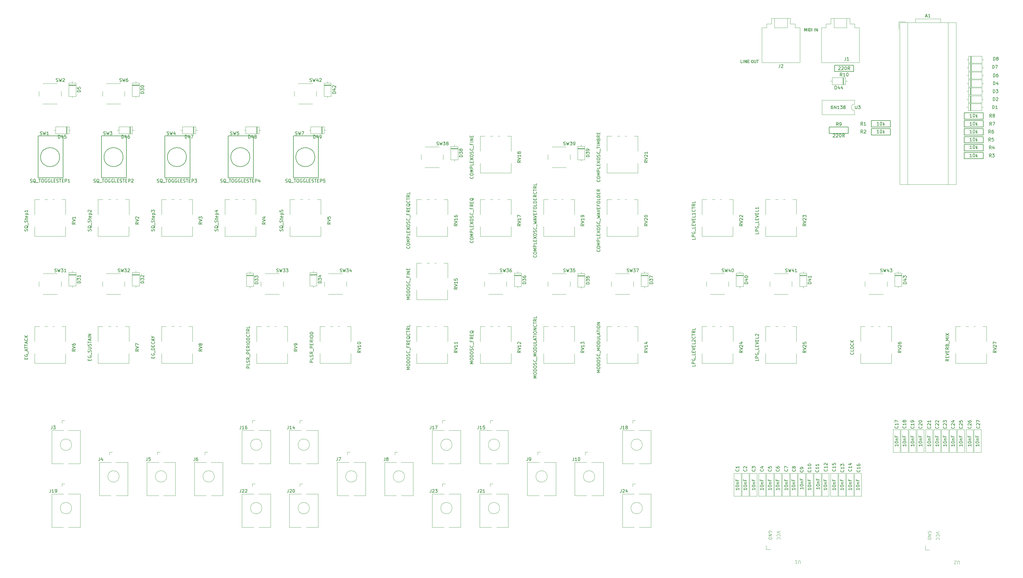
<source format=gbr>
%TF.GenerationSoftware,KiCad,Pcbnew,9.0.1*%
%TF.CreationDate,2025-10-07T14:41:55+01:00*%
%TF.ProjectId,WEASEL_KiCad,57454153-454c-45f4-9b69-4361642e6b69,rev?*%
%TF.SameCoordinates,Original*%
%TF.FileFunction,Legend,Top*%
%TF.FilePolarity,Positive*%
%FSLAX46Y46*%
G04 Gerber Fmt 4.6, Leading zero omitted, Abs format (unit mm)*
G04 Created by KiCad (PCBNEW 9.0.1) date 2025-10-07 14:41:55*
%MOMM*%
%LPD*%
G01*
G04 APERTURE LIST*
%ADD10C,0.200000*%
%ADD11C,0.100000*%
%ADD12C,0.150000*%
%ADD13C,0.152400*%
%ADD14C,0.120000*%
G04 APERTURE END LIST*
D10*
G36*
X283295301Y-27505950D02*
G01*
X283484650Y-26836053D01*
X283731397Y-26836053D01*
X283731397Y-27830000D01*
X283561220Y-27830000D01*
X283561220Y-27058192D01*
X283568059Y-27101973D01*
X283378038Y-27719235D01*
X283212564Y-27719235D01*
X283022543Y-27115650D01*
X283029381Y-27058192D01*
X283029381Y-27830000D01*
X282859144Y-27830000D01*
X282859144Y-26836053D01*
X283105952Y-26836053D01*
X283295301Y-27505950D01*
G37*
G36*
X284129940Y-26836053D02*
G01*
X284129940Y-27830000D01*
X283935767Y-27830000D01*
X283935767Y-26836053D01*
X284129940Y-26836053D01*
G37*
G36*
X284428710Y-27830000D02*
G01*
X284428710Y-27649504D01*
X284667274Y-27649504D01*
X284727277Y-27643921D01*
X284773921Y-27628618D01*
X284810156Y-27604747D01*
X284837731Y-27571830D01*
X284854718Y-27530837D01*
X284860775Y-27479328D01*
X284860775Y-27186725D01*
X284854692Y-27134774D01*
X284837684Y-27093712D01*
X284810156Y-27061001D01*
X284773945Y-27037304D01*
X284727302Y-27022098D01*
X284667274Y-27016549D01*
X284428710Y-27016549D01*
X284428710Y-26836053D01*
X284663183Y-26836053D01*
X284757152Y-26842705D01*
X284834935Y-26861267D01*
X284899360Y-26890308D01*
X284952672Y-26929354D01*
X284996286Y-26979163D01*
X285027950Y-27038224D01*
X285047833Y-27108393D01*
X285054887Y-27192220D01*
X285054887Y-27473832D01*
X285049758Y-27543384D01*
X285034995Y-27605056D01*
X285011107Y-27660129D01*
X284977454Y-27709335D01*
X284934211Y-27750859D01*
X284880193Y-27785242D01*
X284820455Y-27809161D01*
X284748689Y-27824501D01*
X284662511Y-27830000D01*
X284428710Y-27830000D01*
G37*
G36*
X284334371Y-27830000D02*
G01*
X284334371Y-26836053D01*
X284521705Y-26836053D01*
X284521705Y-27830000D01*
X284334371Y-27830000D01*
G37*
G36*
X285419542Y-26836053D02*
G01*
X285419542Y-27830000D01*
X285225369Y-27830000D01*
X285225369Y-26836053D01*
X285419542Y-26836053D01*
G37*
G36*
X286179626Y-26836053D02*
G01*
X286179626Y-27830000D01*
X285985453Y-27830000D01*
X285985453Y-26836053D01*
X286179626Y-26836053D01*
G37*
G36*
X286384057Y-27829328D02*
G01*
X286384057Y-26836053D01*
X286613096Y-26836053D01*
X286982879Y-27597725D01*
X286966515Y-27615371D01*
X286966515Y-26836053D01*
X287145606Y-26836053D01*
X287145606Y-27829328D01*
X286915224Y-27829328D01*
X286546784Y-27079258D01*
X286563148Y-27061612D01*
X286563148Y-27829328D01*
X286384057Y-27829328D01*
G37*
G36*
X262758740Y-37830000D02*
G01*
X262758740Y-36836053D01*
X262946074Y-36836053D01*
X262946074Y-37830000D01*
X262758740Y-37830000D01*
G37*
G36*
X262842149Y-37830000D02*
G01*
X262842149Y-37649504D01*
X263424546Y-37649504D01*
X263424546Y-37830000D01*
X262842149Y-37830000D01*
G37*
G36*
X263741329Y-36836053D02*
G01*
X263741329Y-37830000D01*
X263547156Y-37830000D01*
X263547156Y-36836053D01*
X263741329Y-36836053D01*
G37*
G36*
X263945760Y-37829328D02*
G01*
X263945760Y-36836053D01*
X264174799Y-36836053D01*
X264544583Y-37597725D01*
X264528219Y-37615371D01*
X264528219Y-36836053D01*
X264707310Y-36836053D01*
X264707310Y-37829328D01*
X264476928Y-37829328D01*
X264108487Y-37079258D01*
X264124852Y-37061612D01*
X264124852Y-37829328D01*
X263945760Y-37829328D01*
G37*
G36*
X264925663Y-37830000D02*
G01*
X264925663Y-36836053D01*
X265112997Y-36836053D01*
X265112997Y-37830000D01*
X264925663Y-37830000D01*
G37*
G36*
X264993379Y-37830000D02*
G01*
X264993379Y-37649504D01*
X265591469Y-37649504D01*
X265591469Y-37830000D01*
X264993379Y-37830000D01*
G37*
G36*
X264993379Y-37426693D02*
G01*
X264993379Y-37246198D01*
X265516303Y-37246198D01*
X265516303Y-37426693D01*
X264993379Y-37426693D01*
G37*
G36*
X264993379Y-37016549D02*
G01*
X264993379Y-36836053D01*
X265591469Y-36836053D01*
X265591469Y-37016549D01*
X264993379Y-37016549D01*
G37*
G36*
X266551369Y-36831143D02*
G01*
X266614587Y-36846498D01*
X266670656Y-36871285D01*
X266721155Y-36905756D01*
X266763193Y-36948106D01*
X266797479Y-36999085D01*
X266822040Y-37055616D01*
X266837285Y-37119520D01*
X266842603Y-37192220D01*
X266842603Y-37473832D01*
X266837302Y-37546082D01*
X266822073Y-37609904D01*
X266797479Y-37666662D01*
X266763177Y-37717838D01*
X266721136Y-37760305D01*
X266670656Y-37794829D01*
X266614591Y-37819581D01*
X266551372Y-37834916D01*
X266479597Y-37840258D01*
X266407863Y-37834918D01*
X266344641Y-37819585D01*
X266288538Y-37794829D01*
X266238058Y-37760305D01*
X266196017Y-37717838D01*
X266161715Y-37666662D01*
X266137121Y-37609904D01*
X266121891Y-37546082D01*
X266116591Y-37473832D01*
X266116591Y-37192220D01*
X266116944Y-37187397D01*
X266310764Y-37187397D01*
X266310764Y-37478656D01*
X266316247Y-37529236D01*
X266331739Y-37570724D01*
X266356865Y-37605113D01*
X266390322Y-37631293D01*
X266430498Y-37647288D01*
X266479353Y-37652923D01*
X266528533Y-37647274D01*
X266568837Y-37631267D01*
X266602268Y-37605113D01*
X266627429Y-37570719D01*
X266642940Y-37529231D01*
X266648430Y-37478656D01*
X266648430Y-37187397D01*
X266642926Y-37136454D01*
X266627418Y-37094909D01*
X266602329Y-37060696D01*
X266568920Y-37034677D01*
X266528673Y-37018750D01*
X266479597Y-37013129D01*
X266430560Y-37018747D01*
X266390309Y-37034672D01*
X266356865Y-37060696D01*
X266331775Y-37094909D01*
X266316267Y-37136454D01*
X266310764Y-37187397D01*
X266116944Y-37187397D01*
X266121908Y-37119520D01*
X266137154Y-37055616D01*
X266161715Y-36999085D01*
X266196000Y-36948106D01*
X266238039Y-36905756D01*
X266288538Y-36871285D01*
X266344645Y-36846494D01*
X266407866Y-36831141D01*
X266479597Y-36825795D01*
X266551369Y-36831143D01*
G37*
G36*
X267362046Y-37840258D02*
G01*
X267276245Y-37833499D01*
X267204686Y-37814520D01*
X267144788Y-37784501D01*
X267094600Y-37743538D01*
X267054612Y-37692629D01*
X267025149Y-37631599D01*
X267006448Y-37558408D01*
X266999773Y-37470413D01*
X266999773Y-36836053D01*
X267187107Y-36836053D01*
X267187107Y-37475237D01*
X267192723Y-37530412D01*
X267208254Y-37573736D01*
X267232842Y-37607861D01*
X267266144Y-37633292D01*
X267308357Y-37649246D01*
X267362107Y-37655000D01*
X267416237Y-37649242D01*
X267458752Y-37633281D01*
X267492289Y-37607861D01*
X267517124Y-37573703D01*
X267532790Y-37530378D01*
X267538451Y-37475237D01*
X267538451Y-36836053D01*
X267725785Y-36836053D01*
X267725785Y-37470413D01*
X267719088Y-37558383D01*
X267700323Y-37631566D01*
X267670749Y-37692606D01*
X267630591Y-37743538D01*
X267580264Y-37784478D01*
X267520148Y-37814500D01*
X267448275Y-37833492D01*
X267362046Y-37840258D01*
G37*
G36*
X268064855Y-37830000D02*
G01*
X268064855Y-36917386D01*
X268252128Y-36917386D01*
X268252128Y-37830000D01*
X268064855Y-37830000D01*
G37*
G36*
X267794112Y-37016549D02*
G01*
X267794112Y-36836053D01*
X268522810Y-36836053D01*
X268522810Y-37016549D01*
X267794112Y-37016549D01*
G37*
D11*
X281561904Y-195742580D02*
X281561904Y-194933057D01*
X281561904Y-194933057D02*
X281514285Y-194837819D01*
X281514285Y-194837819D02*
X281466666Y-194790200D01*
X281466666Y-194790200D02*
X281371428Y-194742580D01*
X281371428Y-194742580D02*
X281180952Y-194742580D01*
X281180952Y-194742580D02*
X281085714Y-194790200D01*
X281085714Y-194790200D02*
X281038095Y-194837819D01*
X281038095Y-194837819D02*
X280990476Y-194933057D01*
X280990476Y-194933057D02*
X280990476Y-195742580D01*
X279990476Y-194742580D02*
X280561904Y-194742580D01*
X280276190Y-194742580D02*
X280276190Y-195742580D01*
X280276190Y-195742580D02*
X280371428Y-195599723D01*
X280371428Y-195599723D02*
X280466666Y-195504485D01*
X280466666Y-195504485D02*
X280561904Y-195456866D01*
X272579961Y-185927693D02*
X272627580Y-185832455D01*
X272627580Y-185832455D02*
X272627580Y-185689598D01*
X272627580Y-185689598D02*
X272579961Y-185546741D01*
X272579961Y-185546741D02*
X272484723Y-185451503D01*
X272484723Y-185451503D02*
X272389485Y-185403884D01*
X272389485Y-185403884D02*
X272199009Y-185356265D01*
X272199009Y-185356265D02*
X272056152Y-185356265D01*
X272056152Y-185356265D02*
X271865676Y-185403884D01*
X271865676Y-185403884D02*
X271770438Y-185451503D01*
X271770438Y-185451503D02*
X271675200Y-185546741D01*
X271675200Y-185546741D02*
X271627580Y-185689598D01*
X271627580Y-185689598D02*
X271627580Y-185784836D01*
X271627580Y-185784836D02*
X271675200Y-185927693D01*
X271675200Y-185927693D02*
X271722819Y-185975312D01*
X271722819Y-185975312D02*
X272056152Y-185975312D01*
X272056152Y-185975312D02*
X272056152Y-185784836D01*
X271627580Y-186403884D02*
X272627580Y-186403884D01*
X272627580Y-186403884D02*
X271627580Y-186975312D01*
X271627580Y-186975312D02*
X272627580Y-186975312D01*
X271627580Y-187451503D02*
X272627580Y-187451503D01*
X272627580Y-187451503D02*
X272627580Y-187689598D01*
X272627580Y-187689598D02*
X272579961Y-187832455D01*
X272579961Y-187832455D02*
X272484723Y-187927693D01*
X272484723Y-187927693D02*
X272389485Y-187975312D01*
X272389485Y-187975312D02*
X272199009Y-188022931D01*
X272199009Y-188022931D02*
X272056152Y-188022931D01*
X272056152Y-188022931D02*
X271865676Y-187975312D01*
X271865676Y-187975312D02*
X271770438Y-187927693D01*
X271770438Y-187927693D02*
X271675200Y-187832455D01*
X271675200Y-187832455D02*
X271627580Y-187689598D01*
X271627580Y-187689598D02*
X271627580Y-187451503D01*
X275227580Y-185461027D02*
X274227580Y-185794360D01*
X274227580Y-185794360D02*
X275227580Y-186127693D01*
X274322819Y-187032455D02*
X274275200Y-186984836D01*
X274275200Y-186984836D02*
X274227580Y-186841979D01*
X274227580Y-186841979D02*
X274227580Y-186746741D01*
X274227580Y-186746741D02*
X274275200Y-186603884D01*
X274275200Y-186603884D02*
X274370438Y-186508646D01*
X274370438Y-186508646D02*
X274465676Y-186461027D01*
X274465676Y-186461027D02*
X274656152Y-186413408D01*
X274656152Y-186413408D02*
X274799009Y-186413408D01*
X274799009Y-186413408D02*
X274989485Y-186461027D01*
X274989485Y-186461027D02*
X275084723Y-186508646D01*
X275084723Y-186508646D02*
X275179961Y-186603884D01*
X275179961Y-186603884D02*
X275227580Y-186746741D01*
X275227580Y-186746741D02*
X275227580Y-186841979D01*
X275227580Y-186841979D02*
X275179961Y-186984836D01*
X275179961Y-186984836D02*
X275132342Y-187032455D01*
X274322819Y-188032455D02*
X274275200Y-187984836D01*
X274275200Y-187984836D02*
X274227580Y-187841979D01*
X274227580Y-187841979D02*
X274227580Y-187746741D01*
X274227580Y-187746741D02*
X274275200Y-187603884D01*
X274275200Y-187603884D02*
X274370438Y-187508646D01*
X274370438Y-187508646D02*
X274465676Y-187461027D01*
X274465676Y-187461027D02*
X274656152Y-187413408D01*
X274656152Y-187413408D02*
X274799009Y-187413408D01*
X274799009Y-187413408D02*
X274989485Y-187461027D01*
X274989485Y-187461027D02*
X275084723Y-187508646D01*
X275084723Y-187508646D02*
X275179961Y-187603884D01*
X275179961Y-187603884D02*
X275227580Y-187746741D01*
X275227580Y-187746741D02*
X275227580Y-187841979D01*
X275227580Y-187841979D02*
X275179961Y-187984836D01*
X275179961Y-187984836D02*
X275132342Y-188032455D01*
X331781904Y-195842580D02*
X331781904Y-195033057D01*
X331781904Y-195033057D02*
X331734285Y-194937819D01*
X331734285Y-194937819D02*
X331686666Y-194890200D01*
X331686666Y-194890200D02*
X331591428Y-194842580D01*
X331591428Y-194842580D02*
X331400952Y-194842580D01*
X331400952Y-194842580D02*
X331305714Y-194890200D01*
X331305714Y-194890200D02*
X331258095Y-194937819D01*
X331258095Y-194937819D02*
X331210476Y-195033057D01*
X331210476Y-195033057D02*
X331210476Y-195842580D01*
X330781904Y-195747342D02*
X330734285Y-195794961D01*
X330734285Y-195794961D02*
X330639047Y-195842580D01*
X330639047Y-195842580D02*
X330400952Y-195842580D01*
X330400952Y-195842580D02*
X330305714Y-195794961D01*
X330305714Y-195794961D02*
X330258095Y-195747342D01*
X330258095Y-195747342D02*
X330210476Y-195652104D01*
X330210476Y-195652104D02*
X330210476Y-195556866D01*
X330210476Y-195556866D02*
X330258095Y-195414009D01*
X330258095Y-195414009D02*
X330829523Y-194842580D01*
X330829523Y-194842580D02*
X330210476Y-194842580D01*
X322799961Y-186027693D02*
X322847580Y-185932455D01*
X322847580Y-185932455D02*
X322847580Y-185789598D01*
X322847580Y-185789598D02*
X322799961Y-185646741D01*
X322799961Y-185646741D02*
X322704723Y-185551503D01*
X322704723Y-185551503D02*
X322609485Y-185503884D01*
X322609485Y-185503884D02*
X322419009Y-185456265D01*
X322419009Y-185456265D02*
X322276152Y-185456265D01*
X322276152Y-185456265D02*
X322085676Y-185503884D01*
X322085676Y-185503884D02*
X321990438Y-185551503D01*
X321990438Y-185551503D02*
X321895200Y-185646741D01*
X321895200Y-185646741D02*
X321847580Y-185789598D01*
X321847580Y-185789598D02*
X321847580Y-185884836D01*
X321847580Y-185884836D02*
X321895200Y-186027693D01*
X321895200Y-186027693D02*
X321942819Y-186075312D01*
X321942819Y-186075312D02*
X322276152Y-186075312D01*
X322276152Y-186075312D02*
X322276152Y-185884836D01*
X321847580Y-186503884D02*
X322847580Y-186503884D01*
X322847580Y-186503884D02*
X321847580Y-187075312D01*
X321847580Y-187075312D02*
X322847580Y-187075312D01*
X321847580Y-187551503D02*
X322847580Y-187551503D01*
X322847580Y-187551503D02*
X322847580Y-187789598D01*
X322847580Y-187789598D02*
X322799961Y-187932455D01*
X322799961Y-187932455D02*
X322704723Y-188027693D01*
X322704723Y-188027693D02*
X322609485Y-188075312D01*
X322609485Y-188075312D02*
X322419009Y-188122931D01*
X322419009Y-188122931D02*
X322276152Y-188122931D01*
X322276152Y-188122931D02*
X322085676Y-188075312D01*
X322085676Y-188075312D02*
X321990438Y-188027693D01*
X321990438Y-188027693D02*
X321895200Y-187932455D01*
X321895200Y-187932455D02*
X321847580Y-187789598D01*
X321847580Y-187789598D02*
X321847580Y-187551503D01*
X325447580Y-185561027D02*
X324447580Y-185894360D01*
X324447580Y-185894360D02*
X325447580Y-186227693D01*
X324542819Y-187132455D02*
X324495200Y-187084836D01*
X324495200Y-187084836D02*
X324447580Y-186941979D01*
X324447580Y-186941979D02*
X324447580Y-186846741D01*
X324447580Y-186846741D02*
X324495200Y-186703884D01*
X324495200Y-186703884D02*
X324590438Y-186608646D01*
X324590438Y-186608646D02*
X324685676Y-186561027D01*
X324685676Y-186561027D02*
X324876152Y-186513408D01*
X324876152Y-186513408D02*
X325019009Y-186513408D01*
X325019009Y-186513408D02*
X325209485Y-186561027D01*
X325209485Y-186561027D02*
X325304723Y-186608646D01*
X325304723Y-186608646D02*
X325399961Y-186703884D01*
X325399961Y-186703884D02*
X325447580Y-186846741D01*
X325447580Y-186846741D02*
X325447580Y-186941979D01*
X325447580Y-186941979D02*
X325399961Y-187084836D01*
X325399961Y-187084836D02*
X325352342Y-187132455D01*
X324542819Y-188132455D02*
X324495200Y-188084836D01*
X324495200Y-188084836D02*
X324447580Y-187941979D01*
X324447580Y-187941979D02*
X324447580Y-187846741D01*
X324447580Y-187846741D02*
X324495200Y-187703884D01*
X324495200Y-187703884D02*
X324590438Y-187608646D01*
X324590438Y-187608646D02*
X324685676Y-187561027D01*
X324685676Y-187561027D02*
X324876152Y-187513408D01*
X324876152Y-187513408D02*
X325019009Y-187513408D01*
X325019009Y-187513408D02*
X325209485Y-187561027D01*
X325209485Y-187561027D02*
X325304723Y-187608646D01*
X325304723Y-187608646D02*
X325399961Y-187703884D01*
X325399961Y-187703884D02*
X325447580Y-187846741D01*
X325447580Y-187846741D02*
X325447580Y-187941979D01*
X325447580Y-187941979D02*
X325399961Y-188084836D01*
X325399961Y-188084836D02*
X325352342Y-188132455D01*
D12*
X290059580Y-165942857D02*
X290107200Y-165990476D01*
X290107200Y-165990476D02*
X290154819Y-166133333D01*
X290154819Y-166133333D02*
X290154819Y-166228571D01*
X290154819Y-166228571D02*
X290107200Y-166371428D01*
X290107200Y-166371428D02*
X290011961Y-166466666D01*
X290011961Y-166466666D02*
X289916723Y-166514285D01*
X289916723Y-166514285D02*
X289726247Y-166561904D01*
X289726247Y-166561904D02*
X289583390Y-166561904D01*
X289583390Y-166561904D02*
X289392914Y-166514285D01*
X289392914Y-166514285D02*
X289297676Y-166466666D01*
X289297676Y-166466666D02*
X289202438Y-166371428D01*
X289202438Y-166371428D02*
X289154819Y-166228571D01*
X289154819Y-166228571D02*
X289154819Y-166133333D01*
X289154819Y-166133333D02*
X289202438Y-165990476D01*
X289202438Y-165990476D02*
X289250057Y-165942857D01*
X290154819Y-164990476D02*
X290154819Y-165561904D01*
X290154819Y-165276190D02*
X289154819Y-165276190D01*
X289154819Y-165276190D02*
X289297676Y-165371428D01*
X289297676Y-165371428D02*
X289392914Y-165466666D01*
X289392914Y-165466666D02*
X289440533Y-165561904D01*
X289250057Y-164609523D02*
X289202438Y-164561904D01*
X289202438Y-164561904D02*
X289154819Y-164466666D01*
X289154819Y-164466666D02*
X289154819Y-164228571D01*
X289154819Y-164228571D02*
X289202438Y-164133333D01*
X289202438Y-164133333D02*
X289250057Y-164085714D01*
X289250057Y-164085714D02*
X289345295Y-164038095D01*
X289345295Y-164038095D02*
X289440533Y-164038095D01*
X289440533Y-164038095D02*
X289583390Y-164085714D01*
X289583390Y-164085714D02*
X290154819Y-164657142D01*
X290154819Y-164657142D02*
X290154819Y-164038095D01*
X290004819Y-171871428D02*
X290004819Y-172442856D01*
X290004819Y-172157142D02*
X289004819Y-172157142D01*
X289004819Y-172157142D02*
X289147676Y-172252380D01*
X289147676Y-172252380D02*
X289242914Y-172347618D01*
X289242914Y-172347618D02*
X289290533Y-172442856D01*
X289004819Y-171252380D02*
X289004819Y-171157142D01*
X289004819Y-171157142D02*
X289052438Y-171061904D01*
X289052438Y-171061904D02*
X289100057Y-171014285D01*
X289100057Y-171014285D02*
X289195295Y-170966666D01*
X289195295Y-170966666D02*
X289385771Y-170919047D01*
X289385771Y-170919047D02*
X289623866Y-170919047D01*
X289623866Y-170919047D02*
X289814342Y-170966666D01*
X289814342Y-170966666D02*
X289909580Y-171014285D01*
X289909580Y-171014285D02*
X289957200Y-171061904D01*
X289957200Y-171061904D02*
X290004819Y-171157142D01*
X290004819Y-171157142D02*
X290004819Y-171252380D01*
X290004819Y-171252380D02*
X289957200Y-171347618D01*
X289957200Y-171347618D02*
X289909580Y-171395237D01*
X289909580Y-171395237D02*
X289814342Y-171442856D01*
X289814342Y-171442856D02*
X289623866Y-171490475D01*
X289623866Y-171490475D02*
X289385771Y-171490475D01*
X289385771Y-171490475D02*
X289195295Y-171442856D01*
X289195295Y-171442856D02*
X289100057Y-171395237D01*
X289100057Y-171395237D02*
X289052438Y-171347618D01*
X289052438Y-171347618D02*
X289004819Y-171252380D01*
X289338152Y-170490475D02*
X290004819Y-170490475D01*
X289433390Y-170490475D02*
X289385771Y-170442856D01*
X289385771Y-170442856D02*
X289338152Y-170347618D01*
X289338152Y-170347618D02*
X289338152Y-170204761D01*
X289338152Y-170204761D02*
X289385771Y-170109523D01*
X289385771Y-170109523D02*
X289481009Y-170061904D01*
X289481009Y-170061904D02*
X290004819Y-170061904D01*
X289481009Y-169252380D02*
X289481009Y-169585713D01*
X290004819Y-169585713D02*
X289004819Y-169585713D01*
X289004819Y-169585713D02*
X289004819Y-169109523D01*
X287359580Y-166192857D02*
X287407200Y-166240476D01*
X287407200Y-166240476D02*
X287454819Y-166383333D01*
X287454819Y-166383333D02*
X287454819Y-166478571D01*
X287454819Y-166478571D02*
X287407200Y-166621428D01*
X287407200Y-166621428D02*
X287311961Y-166716666D01*
X287311961Y-166716666D02*
X287216723Y-166764285D01*
X287216723Y-166764285D02*
X287026247Y-166811904D01*
X287026247Y-166811904D02*
X286883390Y-166811904D01*
X286883390Y-166811904D02*
X286692914Y-166764285D01*
X286692914Y-166764285D02*
X286597676Y-166716666D01*
X286597676Y-166716666D02*
X286502438Y-166621428D01*
X286502438Y-166621428D02*
X286454819Y-166478571D01*
X286454819Y-166478571D02*
X286454819Y-166383333D01*
X286454819Y-166383333D02*
X286502438Y-166240476D01*
X286502438Y-166240476D02*
X286550057Y-166192857D01*
X287454819Y-165240476D02*
X287454819Y-165811904D01*
X287454819Y-165526190D02*
X286454819Y-165526190D01*
X286454819Y-165526190D02*
X286597676Y-165621428D01*
X286597676Y-165621428D02*
X286692914Y-165716666D01*
X286692914Y-165716666D02*
X286740533Y-165811904D01*
X287454819Y-164288095D02*
X287454819Y-164859523D01*
X287454819Y-164573809D02*
X286454819Y-164573809D01*
X286454819Y-164573809D02*
X286597676Y-164669047D01*
X286597676Y-164669047D02*
X286692914Y-164764285D01*
X286692914Y-164764285D02*
X286740533Y-164859523D01*
X287704819Y-171621428D02*
X287704819Y-172192856D01*
X287704819Y-171907142D02*
X286704819Y-171907142D01*
X286704819Y-171907142D02*
X286847676Y-172002380D01*
X286847676Y-172002380D02*
X286942914Y-172097618D01*
X286942914Y-172097618D02*
X286990533Y-172192856D01*
X286704819Y-171002380D02*
X286704819Y-170907142D01*
X286704819Y-170907142D02*
X286752438Y-170811904D01*
X286752438Y-170811904D02*
X286800057Y-170764285D01*
X286800057Y-170764285D02*
X286895295Y-170716666D01*
X286895295Y-170716666D02*
X287085771Y-170669047D01*
X287085771Y-170669047D02*
X287323866Y-170669047D01*
X287323866Y-170669047D02*
X287514342Y-170716666D01*
X287514342Y-170716666D02*
X287609580Y-170764285D01*
X287609580Y-170764285D02*
X287657200Y-170811904D01*
X287657200Y-170811904D02*
X287704819Y-170907142D01*
X287704819Y-170907142D02*
X287704819Y-171002380D01*
X287704819Y-171002380D02*
X287657200Y-171097618D01*
X287657200Y-171097618D02*
X287609580Y-171145237D01*
X287609580Y-171145237D02*
X287514342Y-171192856D01*
X287514342Y-171192856D02*
X287323866Y-171240475D01*
X287323866Y-171240475D02*
X287085771Y-171240475D01*
X287085771Y-171240475D02*
X286895295Y-171192856D01*
X286895295Y-171192856D02*
X286800057Y-171145237D01*
X286800057Y-171145237D02*
X286752438Y-171097618D01*
X286752438Y-171097618D02*
X286704819Y-171002380D01*
X287038152Y-170240475D02*
X287704819Y-170240475D01*
X287133390Y-170240475D02*
X287085771Y-170192856D01*
X287085771Y-170192856D02*
X287038152Y-170097618D01*
X287038152Y-170097618D02*
X287038152Y-169954761D01*
X287038152Y-169954761D02*
X287085771Y-169859523D01*
X287085771Y-169859523D02*
X287181009Y-169811904D01*
X287181009Y-169811904D02*
X287704819Y-169811904D01*
X287181009Y-169002380D02*
X287181009Y-169335713D01*
X287704819Y-169335713D02*
X286704819Y-169335713D01*
X286704819Y-169335713D02*
X286704819Y-168859523D01*
X325159580Y-152442857D02*
X325207200Y-152490476D01*
X325207200Y-152490476D02*
X325254819Y-152633333D01*
X325254819Y-152633333D02*
X325254819Y-152728571D01*
X325254819Y-152728571D02*
X325207200Y-152871428D01*
X325207200Y-152871428D02*
X325111961Y-152966666D01*
X325111961Y-152966666D02*
X325016723Y-153014285D01*
X325016723Y-153014285D02*
X324826247Y-153061904D01*
X324826247Y-153061904D02*
X324683390Y-153061904D01*
X324683390Y-153061904D02*
X324492914Y-153014285D01*
X324492914Y-153014285D02*
X324397676Y-152966666D01*
X324397676Y-152966666D02*
X324302438Y-152871428D01*
X324302438Y-152871428D02*
X324254819Y-152728571D01*
X324254819Y-152728571D02*
X324254819Y-152633333D01*
X324254819Y-152633333D02*
X324302438Y-152490476D01*
X324302438Y-152490476D02*
X324350057Y-152442857D01*
X324350057Y-152061904D02*
X324302438Y-152014285D01*
X324302438Y-152014285D02*
X324254819Y-151919047D01*
X324254819Y-151919047D02*
X324254819Y-151680952D01*
X324254819Y-151680952D02*
X324302438Y-151585714D01*
X324302438Y-151585714D02*
X324350057Y-151538095D01*
X324350057Y-151538095D02*
X324445295Y-151490476D01*
X324445295Y-151490476D02*
X324540533Y-151490476D01*
X324540533Y-151490476D02*
X324683390Y-151538095D01*
X324683390Y-151538095D02*
X325254819Y-152109523D01*
X325254819Y-152109523D02*
X325254819Y-151490476D01*
X324350057Y-151109523D02*
X324302438Y-151061904D01*
X324302438Y-151061904D02*
X324254819Y-150966666D01*
X324254819Y-150966666D02*
X324254819Y-150728571D01*
X324254819Y-150728571D02*
X324302438Y-150633333D01*
X324302438Y-150633333D02*
X324350057Y-150585714D01*
X324350057Y-150585714D02*
X324445295Y-150538095D01*
X324445295Y-150538095D02*
X324540533Y-150538095D01*
X324540533Y-150538095D02*
X324683390Y-150585714D01*
X324683390Y-150585714D02*
X325254819Y-151157142D01*
X325254819Y-151157142D02*
X325254819Y-150538095D01*
X325254819Y-158071428D02*
X325254819Y-158642856D01*
X325254819Y-158357142D02*
X324254819Y-158357142D01*
X324254819Y-158357142D02*
X324397676Y-158452380D01*
X324397676Y-158452380D02*
X324492914Y-158547618D01*
X324492914Y-158547618D02*
X324540533Y-158642856D01*
X324254819Y-157452380D02*
X324254819Y-157357142D01*
X324254819Y-157357142D02*
X324302438Y-157261904D01*
X324302438Y-157261904D02*
X324350057Y-157214285D01*
X324350057Y-157214285D02*
X324445295Y-157166666D01*
X324445295Y-157166666D02*
X324635771Y-157119047D01*
X324635771Y-157119047D02*
X324873866Y-157119047D01*
X324873866Y-157119047D02*
X325064342Y-157166666D01*
X325064342Y-157166666D02*
X325159580Y-157214285D01*
X325159580Y-157214285D02*
X325207200Y-157261904D01*
X325207200Y-157261904D02*
X325254819Y-157357142D01*
X325254819Y-157357142D02*
X325254819Y-157452380D01*
X325254819Y-157452380D02*
X325207200Y-157547618D01*
X325207200Y-157547618D02*
X325159580Y-157595237D01*
X325159580Y-157595237D02*
X325064342Y-157642856D01*
X325064342Y-157642856D02*
X324873866Y-157690475D01*
X324873866Y-157690475D02*
X324635771Y-157690475D01*
X324635771Y-157690475D02*
X324445295Y-157642856D01*
X324445295Y-157642856D02*
X324350057Y-157595237D01*
X324350057Y-157595237D02*
X324302438Y-157547618D01*
X324302438Y-157547618D02*
X324254819Y-157452380D01*
X324588152Y-156690475D02*
X325254819Y-156690475D01*
X324683390Y-156690475D02*
X324635771Y-156642856D01*
X324635771Y-156642856D02*
X324588152Y-156547618D01*
X324588152Y-156547618D02*
X324588152Y-156404761D01*
X324588152Y-156404761D02*
X324635771Y-156309523D01*
X324635771Y-156309523D02*
X324731009Y-156261904D01*
X324731009Y-156261904D02*
X325254819Y-156261904D01*
X324731009Y-155452380D02*
X324731009Y-155785713D01*
X325254819Y-155785713D02*
X324254819Y-155785713D01*
X324254819Y-155785713D02*
X324254819Y-155309523D01*
X262159580Y-165966666D02*
X262207200Y-166014285D01*
X262207200Y-166014285D02*
X262254819Y-166157142D01*
X262254819Y-166157142D02*
X262254819Y-166252380D01*
X262254819Y-166252380D02*
X262207200Y-166395237D01*
X262207200Y-166395237D02*
X262111961Y-166490475D01*
X262111961Y-166490475D02*
X262016723Y-166538094D01*
X262016723Y-166538094D02*
X261826247Y-166585713D01*
X261826247Y-166585713D02*
X261683390Y-166585713D01*
X261683390Y-166585713D02*
X261492914Y-166538094D01*
X261492914Y-166538094D02*
X261397676Y-166490475D01*
X261397676Y-166490475D02*
X261302438Y-166395237D01*
X261302438Y-166395237D02*
X261254819Y-166252380D01*
X261254819Y-166252380D02*
X261254819Y-166157142D01*
X261254819Y-166157142D02*
X261302438Y-166014285D01*
X261302438Y-166014285D02*
X261350057Y-165966666D01*
X262254819Y-165014285D02*
X262254819Y-165585713D01*
X262254819Y-165299999D02*
X261254819Y-165299999D01*
X261254819Y-165299999D02*
X261397676Y-165395237D01*
X261397676Y-165395237D02*
X261492914Y-165490475D01*
X261492914Y-165490475D02*
X261540533Y-165585713D01*
X262254819Y-171871428D02*
X262254819Y-172442856D01*
X262254819Y-172157142D02*
X261254819Y-172157142D01*
X261254819Y-172157142D02*
X261397676Y-172252380D01*
X261397676Y-172252380D02*
X261492914Y-172347618D01*
X261492914Y-172347618D02*
X261540533Y-172442856D01*
X261254819Y-171252380D02*
X261254819Y-171157142D01*
X261254819Y-171157142D02*
X261302438Y-171061904D01*
X261302438Y-171061904D02*
X261350057Y-171014285D01*
X261350057Y-171014285D02*
X261445295Y-170966666D01*
X261445295Y-170966666D02*
X261635771Y-170919047D01*
X261635771Y-170919047D02*
X261873866Y-170919047D01*
X261873866Y-170919047D02*
X262064342Y-170966666D01*
X262064342Y-170966666D02*
X262159580Y-171014285D01*
X262159580Y-171014285D02*
X262207200Y-171061904D01*
X262207200Y-171061904D02*
X262254819Y-171157142D01*
X262254819Y-171157142D02*
X262254819Y-171252380D01*
X262254819Y-171252380D02*
X262207200Y-171347618D01*
X262207200Y-171347618D02*
X262159580Y-171395237D01*
X262159580Y-171395237D02*
X262064342Y-171442856D01*
X262064342Y-171442856D02*
X261873866Y-171490475D01*
X261873866Y-171490475D02*
X261635771Y-171490475D01*
X261635771Y-171490475D02*
X261445295Y-171442856D01*
X261445295Y-171442856D02*
X261350057Y-171395237D01*
X261350057Y-171395237D02*
X261302438Y-171347618D01*
X261302438Y-171347618D02*
X261254819Y-171252380D01*
X261588152Y-170490475D02*
X262254819Y-170490475D01*
X261683390Y-170490475D02*
X261635771Y-170442856D01*
X261635771Y-170442856D02*
X261588152Y-170347618D01*
X261588152Y-170347618D02*
X261588152Y-170204761D01*
X261588152Y-170204761D02*
X261635771Y-170109523D01*
X261635771Y-170109523D02*
X261731009Y-170061904D01*
X261731009Y-170061904D02*
X262254819Y-170061904D01*
X261731009Y-169252380D02*
X261731009Y-169585713D01*
X262254819Y-169585713D02*
X261254819Y-169585713D01*
X261254819Y-169585713D02*
X261254819Y-169109523D01*
X312359580Y-152392857D02*
X312407200Y-152440476D01*
X312407200Y-152440476D02*
X312454819Y-152583333D01*
X312454819Y-152583333D02*
X312454819Y-152678571D01*
X312454819Y-152678571D02*
X312407200Y-152821428D01*
X312407200Y-152821428D02*
X312311961Y-152916666D01*
X312311961Y-152916666D02*
X312216723Y-152964285D01*
X312216723Y-152964285D02*
X312026247Y-153011904D01*
X312026247Y-153011904D02*
X311883390Y-153011904D01*
X311883390Y-153011904D02*
X311692914Y-152964285D01*
X311692914Y-152964285D02*
X311597676Y-152916666D01*
X311597676Y-152916666D02*
X311502438Y-152821428D01*
X311502438Y-152821428D02*
X311454819Y-152678571D01*
X311454819Y-152678571D02*
X311454819Y-152583333D01*
X311454819Y-152583333D02*
X311502438Y-152440476D01*
X311502438Y-152440476D02*
X311550057Y-152392857D01*
X312454819Y-151440476D02*
X312454819Y-152011904D01*
X312454819Y-151726190D02*
X311454819Y-151726190D01*
X311454819Y-151726190D02*
X311597676Y-151821428D01*
X311597676Y-151821428D02*
X311692914Y-151916666D01*
X311692914Y-151916666D02*
X311740533Y-152011904D01*
X311454819Y-151107142D02*
X311454819Y-150440476D01*
X311454819Y-150440476D02*
X312454819Y-150869047D01*
X312454819Y-158071428D02*
X312454819Y-158642856D01*
X312454819Y-158357142D02*
X311454819Y-158357142D01*
X311454819Y-158357142D02*
X311597676Y-158452380D01*
X311597676Y-158452380D02*
X311692914Y-158547618D01*
X311692914Y-158547618D02*
X311740533Y-158642856D01*
X311454819Y-157452380D02*
X311454819Y-157357142D01*
X311454819Y-157357142D02*
X311502438Y-157261904D01*
X311502438Y-157261904D02*
X311550057Y-157214285D01*
X311550057Y-157214285D02*
X311645295Y-157166666D01*
X311645295Y-157166666D02*
X311835771Y-157119047D01*
X311835771Y-157119047D02*
X312073866Y-157119047D01*
X312073866Y-157119047D02*
X312264342Y-157166666D01*
X312264342Y-157166666D02*
X312359580Y-157214285D01*
X312359580Y-157214285D02*
X312407200Y-157261904D01*
X312407200Y-157261904D02*
X312454819Y-157357142D01*
X312454819Y-157357142D02*
X312454819Y-157452380D01*
X312454819Y-157452380D02*
X312407200Y-157547618D01*
X312407200Y-157547618D02*
X312359580Y-157595237D01*
X312359580Y-157595237D02*
X312264342Y-157642856D01*
X312264342Y-157642856D02*
X312073866Y-157690475D01*
X312073866Y-157690475D02*
X311835771Y-157690475D01*
X311835771Y-157690475D02*
X311645295Y-157642856D01*
X311645295Y-157642856D02*
X311550057Y-157595237D01*
X311550057Y-157595237D02*
X311502438Y-157547618D01*
X311502438Y-157547618D02*
X311454819Y-157452380D01*
X311788152Y-156690475D02*
X312454819Y-156690475D01*
X311883390Y-156690475D02*
X311835771Y-156642856D01*
X311835771Y-156642856D02*
X311788152Y-156547618D01*
X311788152Y-156547618D02*
X311788152Y-156404761D01*
X311788152Y-156404761D02*
X311835771Y-156309523D01*
X311835771Y-156309523D02*
X311931009Y-156261904D01*
X311931009Y-156261904D02*
X312454819Y-156261904D01*
X311931009Y-155452380D02*
X311931009Y-155785713D01*
X312454819Y-155785713D02*
X311454819Y-155785713D01*
X311454819Y-155785713D02*
X311454819Y-155309523D01*
X335409580Y-152442857D02*
X335457200Y-152490476D01*
X335457200Y-152490476D02*
X335504819Y-152633333D01*
X335504819Y-152633333D02*
X335504819Y-152728571D01*
X335504819Y-152728571D02*
X335457200Y-152871428D01*
X335457200Y-152871428D02*
X335361961Y-152966666D01*
X335361961Y-152966666D02*
X335266723Y-153014285D01*
X335266723Y-153014285D02*
X335076247Y-153061904D01*
X335076247Y-153061904D02*
X334933390Y-153061904D01*
X334933390Y-153061904D02*
X334742914Y-153014285D01*
X334742914Y-153014285D02*
X334647676Y-152966666D01*
X334647676Y-152966666D02*
X334552438Y-152871428D01*
X334552438Y-152871428D02*
X334504819Y-152728571D01*
X334504819Y-152728571D02*
X334504819Y-152633333D01*
X334504819Y-152633333D02*
X334552438Y-152490476D01*
X334552438Y-152490476D02*
X334600057Y-152442857D01*
X334600057Y-152061904D02*
X334552438Y-152014285D01*
X334552438Y-152014285D02*
X334504819Y-151919047D01*
X334504819Y-151919047D02*
X334504819Y-151680952D01*
X334504819Y-151680952D02*
X334552438Y-151585714D01*
X334552438Y-151585714D02*
X334600057Y-151538095D01*
X334600057Y-151538095D02*
X334695295Y-151490476D01*
X334695295Y-151490476D02*
X334790533Y-151490476D01*
X334790533Y-151490476D02*
X334933390Y-151538095D01*
X334933390Y-151538095D02*
X335504819Y-152109523D01*
X335504819Y-152109523D02*
X335504819Y-151490476D01*
X334504819Y-150633333D02*
X334504819Y-150823809D01*
X334504819Y-150823809D02*
X334552438Y-150919047D01*
X334552438Y-150919047D02*
X334600057Y-150966666D01*
X334600057Y-150966666D02*
X334742914Y-151061904D01*
X334742914Y-151061904D02*
X334933390Y-151109523D01*
X334933390Y-151109523D02*
X335314342Y-151109523D01*
X335314342Y-151109523D02*
X335409580Y-151061904D01*
X335409580Y-151061904D02*
X335457200Y-151014285D01*
X335457200Y-151014285D02*
X335504819Y-150919047D01*
X335504819Y-150919047D02*
X335504819Y-150728571D01*
X335504819Y-150728571D02*
X335457200Y-150633333D01*
X335457200Y-150633333D02*
X335409580Y-150585714D01*
X335409580Y-150585714D02*
X335314342Y-150538095D01*
X335314342Y-150538095D02*
X335076247Y-150538095D01*
X335076247Y-150538095D02*
X334981009Y-150585714D01*
X334981009Y-150585714D02*
X334933390Y-150633333D01*
X334933390Y-150633333D02*
X334885771Y-150728571D01*
X334885771Y-150728571D02*
X334885771Y-150919047D01*
X334885771Y-150919047D02*
X334933390Y-151014285D01*
X334933390Y-151014285D02*
X334981009Y-151061904D01*
X334981009Y-151061904D02*
X335076247Y-151109523D01*
X335504819Y-158071428D02*
X335504819Y-158642856D01*
X335504819Y-158357142D02*
X334504819Y-158357142D01*
X334504819Y-158357142D02*
X334647676Y-158452380D01*
X334647676Y-158452380D02*
X334742914Y-158547618D01*
X334742914Y-158547618D02*
X334790533Y-158642856D01*
X334504819Y-157452380D02*
X334504819Y-157357142D01*
X334504819Y-157357142D02*
X334552438Y-157261904D01*
X334552438Y-157261904D02*
X334600057Y-157214285D01*
X334600057Y-157214285D02*
X334695295Y-157166666D01*
X334695295Y-157166666D02*
X334885771Y-157119047D01*
X334885771Y-157119047D02*
X335123866Y-157119047D01*
X335123866Y-157119047D02*
X335314342Y-157166666D01*
X335314342Y-157166666D02*
X335409580Y-157214285D01*
X335409580Y-157214285D02*
X335457200Y-157261904D01*
X335457200Y-157261904D02*
X335504819Y-157357142D01*
X335504819Y-157357142D02*
X335504819Y-157452380D01*
X335504819Y-157452380D02*
X335457200Y-157547618D01*
X335457200Y-157547618D02*
X335409580Y-157595237D01*
X335409580Y-157595237D02*
X335314342Y-157642856D01*
X335314342Y-157642856D02*
X335123866Y-157690475D01*
X335123866Y-157690475D02*
X334885771Y-157690475D01*
X334885771Y-157690475D02*
X334695295Y-157642856D01*
X334695295Y-157642856D02*
X334600057Y-157595237D01*
X334600057Y-157595237D02*
X334552438Y-157547618D01*
X334552438Y-157547618D02*
X334504819Y-157452380D01*
X334838152Y-156690475D02*
X335504819Y-156690475D01*
X334933390Y-156690475D02*
X334885771Y-156642856D01*
X334885771Y-156642856D02*
X334838152Y-156547618D01*
X334838152Y-156547618D02*
X334838152Y-156404761D01*
X334838152Y-156404761D02*
X334885771Y-156309523D01*
X334885771Y-156309523D02*
X334981009Y-156261904D01*
X334981009Y-156261904D02*
X335504819Y-156261904D01*
X334981009Y-155452380D02*
X334981009Y-155785713D01*
X335504819Y-155785713D02*
X334504819Y-155785713D01*
X334504819Y-155785713D02*
X334504819Y-155309523D01*
X284909580Y-166192857D02*
X284957200Y-166240476D01*
X284957200Y-166240476D02*
X285004819Y-166383333D01*
X285004819Y-166383333D02*
X285004819Y-166478571D01*
X285004819Y-166478571D02*
X284957200Y-166621428D01*
X284957200Y-166621428D02*
X284861961Y-166716666D01*
X284861961Y-166716666D02*
X284766723Y-166764285D01*
X284766723Y-166764285D02*
X284576247Y-166811904D01*
X284576247Y-166811904D02*
X284433390Y-166811904D01*
X284433390Y-166811904D02*
X284242914Y-166764285D01*
X284242914Y-166764285D02*
X284147676Y-166716666D01*
X284147676Y-166716666D02*
X284052438Y-166621428D01*
X284052438Y-166621428D02*
X284004819Y-166478571D01*
X284004819Y-166478571D02*
X284004819Y-166383333D01*
X284004819Y-166383333D02*
X284052438Y-166240476D01*
X284052438Y-166240476D02*
X284100057Y-166192857D01*
X285004819Y-165240476D02*
X285004819Y-165811904D01*
X285004819Y-165526190D02*
X284004819Y-165526190D01*
X284004819Y-165526190D02*
X284147676Y-165621428D01*
X284147676Y-165621428D02*
X284242914Y-165716666D01*
X284242914Y-165716666D02*
X284290533Y-165811904D01*
X284004819Y-164621428D02*
X284004819Y-164526190D01*
X284004819Y-164526190D02*
X284052438Y-164430952D01*
X284052438Y-164430952D02*
X284100057Y-164383333D01*
X284100057Y-164383333D02*
X284195295Y-164335714D01*
X284195295Y-164335714D02*
X284385771Y-164288095D01*
X284385771Y-164288095D02*
X284623866Y-164288095D01*
X284623866Y-164288095D02*
X284814342Y-164335714D01*
X284814342Y-164335714D02*
X284909580Y-164383333D01*
X284909580Y-164383333D02*
X284957200Y-164430952D01*
X284957200Y-164430952D02*
X285004819Y-164526190D01*
X285004819Y-164526190D02*
X285004819Y-164621428D01*
X285004819Y-164621428D02*
X284957200Y-164716666D01*
X284957200Y-164716666D02*
X284909580Y-164764285D01*
X284909580Y-164764285D02*
X284814342Y-164811904D01*
X284814342Y-164811904D02*
X284623866Y-164859523D01*
X284623866Y-164859523D02*
X284385771Y-164859523D01*
X284385771Y-164859523D02*
X284195295Y-164811904D01*
X284195295Y-164811904D02*
X284100057Y-164764285D01*
X284100057Y-164764285D02*
X284052438Y-164716666D01*
X284052438Y-164716666D02*
X284004819Y-164621428D01*
X285004819Y-171871428D02*
X285004819Y-172442856D01*
X285004819Y-172157142D02*
X284004819Y-172157142D01*
X284004819Y-172157142D02*
X284147676Y-172252380D01*
X284147676Y-172252380D02*
X284242914Y-172347618D01*
X284242914Y-172347618D02*
X284290533Y-172442856D01*
X284004819Y-171252380D02*
X284004819Y-171157142D01*
X284004819Y-171157142D02*
X284052438Y-171061904D01*
X284052438Y-171061904D02*
X284100057Y-171014285D01*
X284100057Y-171014285D02*
X284195295Y-170966666D01*
X284195295Y-170966666D02*
X284385771Y-170919047D01*
X284385771Y-170919047D02*
X284623866Y-170919047D01*
X284623866Y-170919047D02*
X284814342Y-170966666D01*
X284814342Y-170966666D02*
X284909580Y-171014285D01*
X284909580Y-171014285D02*
X284957200Y-171061904D01*
X284957200Y-171061904D02*
X285004819Y-171157142D01*
X285004819Y-171157142D02*
X285004819Y-171252380D01*
X285004819Y-171252380D02*
X284957200Y-171347618D01*
X284957200Y-171347618D02*
X284909580Y-171395237D01*
X284909580Y-171395237D02*
X284814342Y-171442856D01*
X284814342Y-171442856D02*
X284623866Y-171490475D01*
X284623866Y-171490475D02*
X284385771Y-171490475D01*
X284385771Y-171490475D02*
X284195295Y-171442856D01*
X284195295Y-171442856D02*
X284100057Y-171395237D01*
X284100057Y-171395237D02*
X284052438Y-171347618D01*
X284052438Y-171347618D02*
X284004819Y-171252380D01*
X284338152Y-170490475D02*
X285004819Y-170490475D01*
X284433390Y-170490475D02*
X284385771Y-170442856D01*
X284385771Y-170442856D02*
X284338152Y-170347618D01*
X284338152Y-170347618D02*
X284338152Y-170204761D01*
X284338152Y-170204761D02*
X284385771Y-170109523D01*
X284385771Y-170109523D02*
X284481009Y-170061904D01*
X284481009Y-170061904D02*
X285004819Y-170061904D01*
X284481009Y-169252380D02*
X284481009Y-169585713D01*
X285004819Y-169585713D02*
X284004819Y-169585713D01*
X284004819Y-169585713D02*
X284004819Y-169109523D01*
X327659580Y-152442857D02*
X327707200Y-152490476D01*
X327707200Y-152490476D02*
X327754819Y-152633333D01*
X327754819Y-152633333D02*
X327754819Y-152728571D01*
X327754819Y-152728571D02*
X327707200Y-152871428D01*
X327707200Y-152871428D02*
X327611961Y-152966666D01*
X327611961Y-152966666D02*
X327516723Y-153014285D01*
X327516723Y-153014285D02*
X327326247Y-153061904D01*
X327326247Y-153061904D02*
X327183390Y-153061904D01*
X327183390Y-153061904D02*
X326992914Y-153014285D01*
X326992914Y-153014285D02*
X326897676Y-152966666D01*
X326897676Y-152966666D02*
X326802438Y-152871428D01*
X326802438Y-152871428D02*
X326754819Y-152728571D01*
X326754819Y-152728571D02*
X326754819Y-152633333D01*
X326754819Y-152633333D02*
X326802438Y-152490476D01*
X326802438Y-152490476D02*
X326850057Y-152442857D01*
X326850057Y-152061904D02*
X326802438Y-152014285D01*
X326802438Y-152014285D02*
X326754819Y-151919047D01*
X326754819Y-151919047D02*
X326754819Y-151680952D01*
X326754819Y-151680952D02*
X326802438Y-151585714D01*
X326802438Y-151585714D02*
X326850057Y-151538095D01*
X326850057Y-151538095D02*
X326945295Y-151490476D01*
X326945295Y-151490476D02*
X327040533Y-151490476D01*
X327040533Y-151490476D02*
X327183390Y-151538095D01*
X327183390Y-151538095D02*
X327754819Y-152109523D01*
X327754819Y-152109523D02*
X327754819Y-151490476D01*
X326754819Y-151157142D02*
X326754819Y-150538095D01*
X326754819Y-150538095D02*
X327135771Y-150871428D01*
X327135771Y-150871428D02*
X327135771Y-150728571D01*
X327135771Y-150728571D02*
X327183390Y-150633333D01*
X327183390Y-150633333D02*
X327231009Y-150585714D01*
X327231009Y-150585714D02*
X327326247Y-150538095D01*
X327326247Y-150538095D02*
X327564342Y-150538095D01*
X327564342Y-150538095D02*
X327659580Y-150585714D01*
X327659580Y-150585714D02*
X327707200Y-150633333D01*
X327707200Y-150633333D02*
X327754819Y-150728571D01*
X327754819Y-150728571D02*
X327754819Y-151014285D01*
X327754819Y-151014285D02*
X327707200Y-151109523D01*
X327707200Y-151109523D02*
X327659580Y-151157142D01*
X327754819Y-158071428D02*
X327754819Y-158642856D01*
X327754819Y-158357142D02*
X326754819Y-158357142D01*
X326754819Y-158357142D02*
X326897676Y-158452380D01*
X326897676Y-158452380D02*
X326992914Y-158547618D01*
X326992914Y-158547618D02*
X327040533Y-158642856D01*
X326754819Y-157452380D02*
X326754819Y-157357142D01*
X326754819Y-157357142D02*
X326802438Y-157261904D01*
X326802438Y-157261904D02*
X326850057Y-157214285D01*
X326850057Y-157214285D02*
X326945295Y-157166666D01*
X326945295Y-157166666D02*
X327135771Y-157119047D01*
X327135771Y-157119047D02*
X327373866Y-157119047D01*
X327373866Y-157119047D02*
X327564342Y-157166666D01*
X327564342Y-157166666D02*
X327659580Y-157214285D01*
X327659580Y-157214285D02*
X327707200Y-157261904D01*
X327707200Y-157261904D02*
X327754819Y-157357142D01*
X327754819Y-157357142D02*
X327754819Y-157452380D01*
X327754819Y-157452380D02*
X327707200Y-157547618D01*
X327707200Y-157547618D02*
X327659580Y-157595237D01*
X327659580Y-157595237D02*
X327564342Y-157642856D01*
X327564342Y-157642856D02*
X327373866Y-157690475D01*
X327373866Y-157690475D02*
X327135771Y-157690475D01*
X327135771Y-157690475D02*
X326945295Y-157642856D01*
X326945295Y-157642856D02*
X326850057Y-157595237D01*
X326850057Y-157595237D02*
X326802438Y-157547618D01*
X326802438Y-157547618D02*
X326754819Y-157452380D01*
X327088152Y-156690475D02*
X327754819Y-156690475D01*
X327183390Y-156690475D02*
X327135771Y-156642856D01*
X327135771Y-156642856D02*
X327088152Y-156547618D01*
X327088152Y-156547618D02*
X327088152Y-156404761D01*
X327088152Y-156404761D02*
X327135771Y-156309523D01*
X327135771Y-156309523D02*
X327231009Y-156261904D01*
X327231009Y-156261904D02*
X327754819Y-156261904D01*
X327231009Y-155452380D02*
X327231009Y-155785713D01*
X327754819Y-155785713D02*
X326754819Y-155785713D01*
X326754819Y-155785713D02*
X326754819Y-155309523D01*
X319909580Y-152442857D02*
X319957200Y-152490476D01*
X319957200Y-152490476D02*
X320004819Y-152633333D01*
X320004819Y-152633333D02*
X320004819Y-152728571D01*
X320004819Y-152728571D02*
X319957200Y-152871428D01*
X319957200Y-152871428D02*
X319861961Y-152966666D01*
X319861961Y-152966666D02*
X319766723Y-153014285D01*
X319766723Y-153014285D02*
X319576247Y-153061904D01*
X319576247Y-153061904D02*
X319433390Y-153061904D01*
X319433390Y-153061904D02*
X319242914Y-153014285D01*
X319242914Y-153014285D02*
X319147676Y-152966666D01*
X319147676Y-152966666D02*
X319052438Y-152871428D01*
X319052438Y-152871428D02*
X319004819Y-152728571D01*
X319004819Y-152728571D02*
X319004819Y-152633333D01*
X319004819Y-152633333D02*
X319052438Y-152490476D01*
X319052438Y-152490476D02*
X319100057Y-152442857D01*
X319100057Y-152061904D02*
X319052438Y-152014285D01*
X319052438Y-152014285D02*
X319004819Y-151919047D01*
X319004819Y-151919047D02*
X319004819Y-151680952D01*
X319004819Y-151680952D02*
X319052438Y-151585714D01*
X319052438Y-151585714D02*
X319100057Y-151538095D01*
X319100057Y-151538095D02*
X319195295Y-151490476D01*
X319195295Y-151490476D02*
X319290533Y-151490476D01*
X319290533Y-151490476D02*
X319433390Y-151538095D01*
X319433390Y-151538095D02*
X320004819Y-152109523D01*
X320004819Y-152109523D02*
X320004819Y-151490476D01*
X319004819Y-150871428D02*
X319004819Y-150776190D01*
X319004819Y-150776190D02*
X319052438Y-150680952D01*
X319052438Y-150680952D02*
X319100057Y-150633333D01*
X319100057Y-150633333D02*
X319195295Y-150585714D01*
X319195295Y-150585714D02*
X319385771Y-150538095D01*
X319385771Y-150538095D02*
X319623866Y-150538095D01*
X319623866Y-150538095D02*
X319814342Y-150585714D01*
X319814342Y-150585714D02*
X319909580Y-150633333D01*
X319909580Y-150633333D02*
X319957200Y-150680952D01*
X319957200Y-150680952D02*
X320004819Y-150776190D01*
X320004819Y-150776190D02*
X320004819Y-150871428D01*
X320004819Y-150871428D02*
X319957200Y-150966666D01*
X319957200Y-150966666D02*
X319909580Y-151014285D01*
X319909580Y-151014285D02*
X319814342Y-151061904D01*
X319814342Y-151061904D02*
X319623866Y-151109523D01*
X319623866Y-151109523D02*
X319385771Y-151109523D01*
X319385771Y-151109523D02*
X319195295Y-151061904D01*
X319195295Y-151061904D02*
X319100057Y-151014285D01*
X319100057Y-151014285D02*
X319052438Y-150966666D01*
X319052438Y-150966666D02*
X319004819Y-150871428D01*
X320004819Y-158071428D02*
X320004819Y-158642856D01*
X320004819Y-158357142D02*
X319004819Y-158357142D01*
X319004819Y-158357142D02*
X319147676Y-158452380D01*
X319147676Y-158452380D02*
X319242914Y-158547618D01*
X319242914Y-158547618D02*
X319290533Y-158642856D01*
X319004819Y-157452380D02*
X319004819Y-157357142D01*
X319004819Y-157357142D02*
X319052438Y-157261904D01*
X319052438Y-157261904D02*
X319100057Y-157214285D01*
X319100057Y-157214285D02*
X319195295Y-157166666D01*
X319195295Y-157166666D02*
X319385771Y-157119047D01*
X319385771Y-157119047D02*
X319623866Y-157119047D01*
X319623866Y-157119047D02*
X319814342Y-157166666D01*
X319814342Y-157166666D02*
X319909580Y-157214285D01*
X319909580Y-157214285D02*
X319957200Y-157261904D01*
X319957200Y-157261904D02*
X320004819Y-157357142D01*
X320004819Y-157357142D02*
X320004819Y-157452380D01*
X320004819Y-157452380D02*
X319957200Y-157547618D01*
X319957200Y-157547618D02*
X319909580Y-157595237D01*
X319909580Y-157595237D02*
X319814342Y-157642856D01*
X319814342Y-157642856D02*
X319623866Y-157690475D01*
X319623866Y-157690475D02*
X319385771Y-157690475D01*
X319385771Y-157690475D02*
X319195295Y-157642856D01*
X319195295Y-157642856D02*
X319100057Y-157595237D01*
X319100057Y-157595237D02*
X319052438Y-157547618D01*
X319052438Y-157547618D02*
X319004819Y-157452380D01*
X319338152Y-156690475D02*
X320004819Y-156690475D01*
X319433390Y-156690475D02*
X319385771Y-156642856D01*
X319385771Y-156642856D02*
X319338152Y-156547618D01*
X319338152Y-156547618D02*
X319338152Y-156404761D01*
X319338152Y-156404761D02*
X319385771Y-156309523D01*
X319385771Y-156309523D02*
X319481009Y-156261904D01*
X319481009Y-156261904D02*
X320004819Y-156261904D01*
X319481009Y-155452380D02*
X319481009Y-155785713D01*
X320004819Y-155785713D02*
X319004819Y-155785713D01*
X319004819Y-155785713D02*
X319004819Y-155309523D01*
X269909580Y-165966666D02*
X269957200Y-166014285D01*
X269957200Y-166014285D02*
X270004819Y-166157142D01*
X270004819Y-166157142D02*
X270004819Y-166252380D01*
X270004819Y-166252380D02*
X269957200Y-166395237D01*
X269957200Y-166395237D02*
X269861961Y-166490475D01*
X269861961Y-166490475D02*
X269766723Y-166538094D01*
X269766723Y-166538094D02*
X269576247Y-166585713D01*
X269576247Y-166585713D02*
X269433390Y-166585713D01*
X269433390Y-166585713D02*
X269242914Y-166538094D01*
X269242914Y-166538094D02*
X269147676Y-166490475D01*
X269147676Y-166490475D02*
X269052438Y-166395237D01*
X269052438Y-166395237D02*
X269004819Y-166252380D01*
X269004819Y-166252380D02*
X269004819Y-166157142D01*
X269004819Y-166157142D02*
X269052438Y-166014285D01*
X269052438Y-166014285D02*
X269100057Y-165966666D01*
X269338152Y-165109523D02*
X270004819Y-165109523D01*
X268957200Y-165347618D02*
X269671485Y-165585713D01*
X269671485Y-165585713D02*
X269671485Y-164966666D01*
X270004819Y-171871428D02*
X270004819Y-172442856D01*
X270004819Y-172157142D02*
X269004819Y-172157142D01*
X269004819Y-172157142D02*
X269147676Y-172252380D01*
X269147676Y-172252380D02*
X269242914Y-172347618D01*
X269242914Y-172347618D02*
X269290533Y-172442856D01*
X269004819Y-171252380D02*
X269004819Y-171157142D01*
X269004819Y-171157142D02*
X269052438Y-171061904D01*
X269052438Y-171061904D02*
X269100057Y-171014285D01*
X269100057Y-171014285D02*
X269195295Y-170966666D01*
X269195295Y-170966666D02*
X269385771Y-170919047D01*
X269385771Y-170919047D02*
X269623866Y-170919047D01*
X269623866Y-170919047D02*
X269814342Y-170966666D01*
X269814342Y-170966666D02*
X269909580Y-171014285D01*
X269909580Y-171014285D02*
X269957200Y-171061904D01*
X269957200Y-171061904D02*
X270004819Y-171157142D01*
X270004819Y-171157142D02*
X270004819Y-171252380D01*
X270004819Y-171252380D02*
X269957200Y-171347618D01*
X269957200Y-171347618D02*
X269909580Y-171395237D01*
X269909580Y-171395237D02*
X269814342Y-171442856D01*
X269814342Y-171442856D02*
X269623866Y-171490475D01*
X269623866Y-171490475D02*
X269385771Y-171490475D01*
X269385771Y-171490475D02*
X269195295Y-171442856D01*
X269195295Y-171442856D02*
X269100057Y-171395237D01*
X269100057Y-171395237D02*
X269052438Y-171347618D01*
X269052438Y-171347618D02*
X269004819Y-171252380D01*
X269338152Y-170490475D02*
X270004819Y-170490475D01*
X269433390Y-170490475D02*
X269385771Y-170442856D01*
X269385771Y-170442856D02*
X269338152Y-170347618D01*
X269338152Y-170347618D02*
X269338152Y-170204761D01*
X269338152Y-170204761D02*
X269385771Y-170109523D01*
X269385771Y-170109523D02*
X269481009Y-170061904D01*
X269481009Y-170061904D02*
X270004819Y-170061904D01*
X269481009Y-169252380D02*
X269481009Y-169585713D01*
X270004819Y-169585713D02*
X269004819Y-169585713D01*
X269004819Y-169585713D02*
X269004819Y-169109523D01*
X295259580Y-166192857D02*
X295307200Y-166240476D01*
X295307200Y-166240476D02*
X295354819Y-166383333D01*
X295354819Y-166383333D02*
X295354819Y-166478571D01*
X295354819Y-166478571D02*
X295307200Y-166621428D01*
X295307200Y-166621428D02*
X295211961Y-166716666D01*
X295211961Y-166716666D02*
X295116723Y-166764285D01*
X295116723Y-166764285D02*
X294926247Y-166811904D01*
X294926247Y-166811904D02*
X294783390Y-166811904D01*
X294783390Y-166811904D02*
X294592914Y-166764285D01*
X294592914Y-166764285D02*
X294497676Y-166716666D01*
X294497676Y-166716666D02*
X294402438Y-166621428D01*
X294402438Y-166621428D02*
X294354819Y-166478571D01*
X294354819Y-166478571D02*
X294354819Y-166383333D01*
X294354819Y-166383333D02*
X294402438Y-166240476D01*
X294402438Y-166240476D02*
X294450057Y-166192857D01*
X295354819Y-165240476D02*
X295354819Y-165811904D01*
X295354819Y-165526190D02*
X294354819Y-165526190D01*
X294354819Y-165526190D02*
X294497676Y-165621428D01*
X294497676Y-165621428D02*
X294592914Y-165716666D01*
X294592914Y-165716666D02*
X294640533Y-165811904D01*
X294354819Y-164907142D02*
X294354819Y-164288095D01*
X294354819Y-164288095D02*
X294735771Y-164621428D01*
X294735771Y-164621428D02*
X294735771Y-164478571D01*
X294735771Y-164478571D02*
X294783390Y-164383333D01*
X294783390Y-164383333D02*
X294831009Y-164335714D01*
X294831009Y-164335714D02*
X294926247Y-164288095D01*
X294926247Y-164288095D02*
X295164342Y-164288095D01*
X295164342Y-164288095D02*
X295259580Y-164335714D01*
X295259580Y-164335714D02*
X295307200Y-164383333D01*
X295307200Y-164383333D02*
X295354819Y-164478571D01*
X295354819Y-164478571D02*
X295354819Y-164764285D01*
X295354819Y-164764285D02*
X295307200Y-164859523D01*
X295307200Y-164859523D02*
X295259580Y-164907142D01*
X295254819Y-171871428D02*
X295254819Y-172442856D01*
X295254819Y-172157142D02*
X294254819Y-172157142D01*
X294254819Y-172157142D02*
X294397676Y-172252380D01*
X294397676Y-172252380D02*
X294492914Y-172347618D01*
X294492914Y-172347618D02*
X294540533Y-172442856D01*
X294254819Y-171252380D02*
X294254819Y-171157142D01*
X294254819Y-171157142D02*
X294302438Y-171061904D01*
X294302438Y-171061904D02*
X294350057Y-171014285D01*
X294350057Y-171014285D02*
X294445295Y-170966666D01*
X294445295Y-170966666D02*
X294635771Y-170919047D01*
X294635771Y-170919047D02*
X294873866Y-170919047D01*
X294873866Y-170919047D02*
X295064342Y-170966666D01*
X295064342Y-170966666D02*
X295159580Y-171014285D01*
X295159580Y-171014285D02*
X295207200Y-171061904D01*
X295207200Y-171061904D02*
X295254819Y-171157142D01*
X295254819Y-171157142D02*
X295254819Y-171252380D01*
X295254819Y-171252380D02*
X295207200Y-171347618D01*
X295207200Y-171347618D02*
X295159580Y-171395237D01*
X295159580Y-171395237D02*
X295064342Y-171442856D01*
X295064342Y-171442856D02*
X294873866Y-171490475D01*
X294873866Y-171490475D02*
X294635771Y-171490475D01*
X294635771Y-171490475D02*
X294445295Y-171442856D01*
X294445295Y-171442856D02*
X294350057Y-171395237D01*
X294350057Y-171395237D02*
X294302438Y-171347618D01*
X294302438Y-171347618D02*
X294254819Y-171252380D01*
X294588152Y-170490475D02*
X295254819Y-170490475D01*
X294683390Y-170490475D02*
X294635771Y-170442856D01*
X294635771Y-170442856D02*
X294588152Y-170347618D01*
X294588152Y-170347618D02*
X294588152Y-170204761D01*
X294588152Y-170204761D02*
X294635771Y-170109523D01*
X294635771Y-170109523D02*
X294731009Y-170061904D01*
X294731009Y-170061904D02*
X295254819Y-170061904D01*
X294731009Y-169252380D02*
X294731009Y-169585713D01*
X295254819Y-169585713D02*
X294254819Y-169585713D01*
X294254819Y-169585713D02*
X294254819Y-169109523D01*
X267309580Y-165966666D02*
X267357200Y-166014285D01*
X267357200Y-166014285D02*
X267404819Y-166157142D01*
X267404819Y-166157142D02*
X267404819Y-166252380D01*
X267404819Y-166252380D02*
X267357200Y-166395237D01*
X267357200Y-166395237D02*
X267261961Y-166490475D01*
X267261961Y-166490475D02*
X267166723Y-166538094D01*
X267166723Y-166538094D02*
X266976247Y-166585713D01*
X266976247Y-166585713D02*
X266833390Y-166585713D01*
X266833390Y-166585713D02*
X266642914Y-166538094D01*
X266642914Y-166538094D02*
X266547676Y-166490475D01*
X266547676Y-166490475D02*
X266452438Y-166395237D01*
X266452438Y-166395237D02*
X266404819Y-166252380D01*
X266404819Y-166252380D02*
X266404819Y-166157142D01*
X266404819Y-166157142D02*
X266452438Y-166014285D01*
X266452438Y-166014285D02*
X266500057Y-165966666D01*
X266404819Y-165633332D02*
X266404819Y-165014285D01*
X266404819Y-165014285D02*
X266785771Y-165347618D01*
X266785771Y-165347618D02*
X266785771Y-165204761D01*
X266785771Y-165204761D02*
X266833390Y-165109523D01*
X266833390Y-165109523D02*
X266881009Y-165061904D01*
X266881009Y-165061904D02*
X266976247Y-165014285D01*
X266976247Y-165014285D02*
X267214342Y-165014285D01*
X267214342Y-165014285D02*
X267309580Y-165061904D01*
X267309580Y-165061904D02*
X267357200Y-165109523D01*
X267357200Y-165109523D02*
X267404819Y-165204761D01*
X267404819Y-165204761D02*
X267404819Y-165490475D01*
X267404819Y-165490475D02*
X267357200Y-165585713D01*
X267357200Y-165585713D02*
X267309580Y-165633332D01*
X267404819Y-171871428D02*
X267404819Y-172442856D01*
X267404819Y-172157142D02*
X266404819Y-172157142D01*
X266404819Y-172157142D02*
X266547676Y-172252380D01*
X266547676Y-172252380D02*
X266642914Y-172347618D01*
X266642914Y-172347618D02*
X266690533Y-172442856D01*
X266404819Y-171252380D02*
X266404819Y-171157142D01*
X266404819Y-171157142D02*
X266452438Y-171061904D01*
X266452438Y-171061904D02*
X266500057Y-171014285D01*
X266500057Y-171014285D02*
X266595295Y-170966666D01*
X266595295Y-170966666D02*
X266785771Y-170919047D01*
X266785771Y-170919047D02*
X267023866Y-170919047D01*
X267023866Y-170919047D02*
X267214342Y-170966666D01*
X267214342Y-170966666D02*
X267309580Y-171014285D01*
X267309580Y-171014285D02*
X267357200Y-171061904D01*
X267357200Y-171061904D02*
X267404819Y-171157142D01*
X267404819Y-171157142D02*
X267404819Y-171252380D01*
X267404819Y-171252380D02*
X267357200Y-171347618D01*
X267357200Y-171347618D02*
X267309580Y-171395237D01*
X267309580Y-171395237D02*
X267214342Y-171442856D01*
X267214342Y-171442856D02*
X267023866Y-171490475D01*
X267023866Y-171490475D02*
X266785771Y-171490475D01*
X266785771Y-171490475D02*
X266595295Y-171442856D01*
X266595295Y-171442856D02*
X266500057Y-171395237D01*
X266500057Y-171395237D02*
X266452438Y-171347618D01*
X266452438Y-171347618D02*
X266404819Y-171252380D01*
X266738152Y-170490475D02*
X267404819Y-170490475D01*
X266833390Y-170490475D02*
X266785771Y-170442856D01*
X266785771Y-170442856D02*
X266738152Y-170347618D01*
X266738152Y-170347618D02*
X266738152Y-170204761D01*
X266738152Y-170204761D02*
X266785771Y-170109523D01*
X266785771Y-170109523D02*
X266881009Y-170061904D01*
X266881009Y-170061904D02*
X267404819Y-170061904D01*
X266881009Y-169252380D02*
X266881009Y-169585713D01*
X267404819Y-169585713D02*
X266404819Y-169585713D01*
X266404819Y-169585713D02*
X266404819Y-169109523D01*
X264659580Y-165966666D02*
X264707200Y-166014285D01*
X264707200Y-166014285D02*
X264754819Y-166157142D01*
X264754819Y-166157142D02*
X264754819Y-166252380D01*
X264754819Y-166252380D02*
X264707200Y-166395237D01*
X264707200Y-166395237D02*
X264611961Y-166490475D01*
X264611961Y-166490475D02*
X264516723Y-166538094D01*
X264516723Y-166538094D02*
X264326247Y-166585713D01*
X264326247Y-166585713D02*
X264183390Y-166585713D01*
X264183390Y-166585713D02*
X263992914Y-166538094D01*
X263992914Y-166538094D02*
X263897676Y-166490475D01*
X263897676Y-166490475D02*
X263802438Y-166395237D01*
X263802438Y-166395237D02*
X263754819Y-166252380D01*
X263754819Y-166252380D02*
X263754819Y-166157142D01*
X263754819Y-166157142D02*
X263802438Y-166014285D01*
X263802438Y-166014285D02*
X263850057Y-165966666D01*
X263850057Y-165585713D02*
X263802438Y-165538094D01*
X263802438Y-165538094D02*
X263754819Y-165442856D01*
X263754819Y-165442856D02*
X263754819Y-165204761D01*
X263754819Y-165204761D02*
X263802438Y-165109523D01*
X263802438Y-165109523D02*
X263850057Y-165061904D01*
X263850057Y-165061904D02*
X263945295Y-165014285D01*
X263945295Y-165014285D02*
X264040533Y-165014285D01*
X264040533Y-165014285D02*
X264183390Y-165061904D01*
X264183390Y-165061904D02*
X264754819Y-165633332D01*
X264754819Y-165633332D02*
X264754819Y-165014285D01*
X264754819Y-171871428D02*
X264754819Y-172442856D01*
X264754819Y-172157142D02*
X263754819Y-172157142D01*
X263754819Y-172157142D02*
X263897676Y-172252380D01*
X263897676Y-172252380D02*
X263992914Y-172347618D01*
X263992914Y-172347618D02*
X264040533Y-172442856D01*
X263754819Y-171252380D02*
X263754819Y-171157142D01*
X263754819Y-171157142D02*
X263802438Y-171061904D01*
X263802438Y-171061904D02*
X263850057Y-171014285D01*
X263850057Y-171014285D02*
X263945295Y-170966666D01*
X263945295Y-170966666D02*
X264135771Y-170919047D01*
X264135771Y-170919047D02*
X264373866Y-170919047D01*
X264373866Y-170919047D02*
X264564342Y-170966666D01*
X264564342Y-170966666D02*
X264659580Y-171014285D01*
X264659580Y-171014285D02*
X264707200Y-171061904D01*
X264707200Y-171061904D02*
X264754819Y-171157142D01*
X264754819Y-171157142D02*
X264754819Y-171252380D01*
X264754819Y-171252380D02*
X264707200Y-171347618D01*
X264707200Y-171347618D02*
X264659580Y-171395237D01*
X264659580Y-171395237D02*
X264564342Y-171442856D01*
X264564342Y-171442856D02*
X264373866Y-171490475D01*
X264373866Y-171490475D02*
X264135771Y-171490475D01*
X264135771Y-171490475D02*
X263945295Y-171442856D01*
X263945295Y-171442856D02*
X263850057Y-171395237D01*
X263850057Y-171395237D02*
X263802438Y-171347618D01*
X263802438Y-171347618D02*
X263754819Y-171252380D01*
X264088152Y-170490475D02*
X264754819Y-170490475D01*
X264183390Y-170490475D02*
X264135771Y-170442856D01*
X264135771Y-170442856D02*
X264088152Y-170347618D01*
X264088152Y-170347618D02*
X264088152Y-170204761D01*
X264088152Y-170204761D02*
X264135771Y-170109523D01*
X264135771Y-170109523D02*
X264231009Y-170061904D01*
X264231009Y-170061904D02*
X264754819Y-170061904D01*
X264231009Y-169252380D02*
X264231009Y-169585713D01*
X264754819Y-169585713D02*
X263754819Y-169585713D01*
X263754819Y-169585713D02*
X263754819Y-169109523D01*
X314859580Y-152392857D02*
X314907200Y-152440476D01*
X314907200Y-152440476D02*
X314954819Y-152583333D01*
X314954819Y-152583333D02*
X314954819Y-152678571D01*
X314954819Y-152678571D02*
X314907200Y-152821428D01*
X314907200Y-152821428D02*
X314811961Y-152916666D01*
X314811961Y-152916666D02*
X314716723Y-152964285D01*
X314716723Y-152964285D02*
X314526247Y-153011904D01*
X314526247Y-153011904D02*
X314383390Y-153011904D01*
X314383390Y-153011904D02*
X314192914Y-152964285D01*
X314192914Y-152964285D02*
X314097676Y-152916666D01*
X314097676Y-152916666D02*
X314002438Y-152821428D01*
X314002438Y-152821428D02*
X313954819Y-152678571D01*
X313954819Y-152678571D02*
X313954819Y-152583333D01*
X313954819Y-152583333D02*
X314002438Y-152440476D01*
X314002438Y-152440476D02*
X314050057Y-152392857D01*
X314954819Y-151440476D02*
X314954819Y-152011904D01*
X314954819Y-151726190D02*
X313954819Y-151726190D01*
X313954819Y-151726190D02*
X314097676Y-151821428D01*
X314097676Y-151821428D02*
X314192914Y-151916666D01*
X314192914Y-151916666D02*
X314240533Y-152011904D01*
X314383390Y-150869047D02*
X314335771Y-150964285D01*
X314335771Y-150964285D02*
X314288152Y-151011904D01*
X314288152Y-151011904D02*
X314192914Y-151059523D01*
X314192914Y-151059523D02*
X314145295Y-151059523D01*
X314145295Y-151059523D02*
X314050057Y-151011904D01*
X314050057Y-151011904D02*
X314002438Y-150964285D01*
X314002438Y-150964285D02*
X313954819Y-150869047D01*
X313954819Y-150869047D02*
X313954819Y-150678571D01*
X313954819Y-150678571D02*
X314002438Y-150583333D01*
X314002438Y-150583333D02*
X314050057Y-150535714D01*
X314050057Y-150535714D02*
X314145295Y-150488095D01*
X314145295Y-150488095D02*
X314192914Y-150488095D01*
X314192914Y-150488095D02*
X314288152Y-150535714D01*
X314288152Y-150535714D02*
X314335771Y-150583333D01*
X314335771Y-150583333D02*
X314383390Y-150678571D01*
X314383390Y-150678571D02*
X314383390Y-150869047D01*
X314383390Y-150869047D02*
X314431009Y-150964285D01*
X314431009Y-150964285D02*
X314478628Y-151011904D01*
X314478628Y-151011904D02*
X314573866Y-151059523D01*
X314573866Y-151059523D02*
X314764342Y-151059523D01*
X314764342Y-151059523D02*
X314859580Y-151011904D01*
X314859580Y-151011904D02*
X314907200Y-150964285D01*
X314907200Y-150964285D02*
X314954819Y-150869047D01*
X314954819Y-150869047D02*
X314954819Y-150678571D01*
X314954819Y-150678571D02*
X314907200Y-150583333D01*
X314907200Y-150583333D02*
X314859580Y-150535714D01*
X314859580Y-150535714D02*
X314764342Y-150488095D01*
X314764342Y-150488095D02*
X314573866Y-150488095D01*
X314573866Y-150488095D02*
X314478628Y-150535714D01*
X314478628Y-150535714D02*
X314431009Y-150583333D01*
X314431009Y-150583333D02*
X314383390Y-150678571D01*
X314954819Y-158071428D02*
X314954819Y-158642856D01*
X314954819Y-158357142D02*
X313954819Y-158357142D01*
X313954819Y-158357142D02*
X314097676Y-158452380D01*
X314097676Y-158452380D02*
X314192914Y-158547618D01*
X314192914Y-158547618D02*
X314240533Y-158642856D01*
X313954819Y-157452380D02*
X313954819Y-157357142D01*
X313954819Y-157357142D02*
X314002438Y-157261904D01*
X314002438Y-157261904D02*
X314050057Y-157214285D01*
X314050057Y-157214285D02*
X314145295Y-157166666D01*
X314145295Y-157166666D02*
X314335771Y-157119047D01*
X314335771Y-157119047D02*
X314573866Y-157119047D01*
X314573866Y-157119047D02*
X314764342Y-157166666D01*
X314764342Y-157166666D02*
X314859580Y-157214285D01*
X314859580Y-157214285D02*
X314907200Y-157261904D01*
X314907200Y-157261904D02*
X314954819Y-157357142D01*
X314954819Y-157357142D02*
X314954819Y-157452380D01*
X314954819Y-157452380D02*
X314907200Y-157547618D01*
X314907200Y-157547618D02*
X314859580Y-157595237D01*
X314859580Y-157595237D02*
X314764342Y-157642856D01*
X314764342Y-157642856D02*
X314573866Y-157690475D01*
X314573866Y-157690475D02*
X314335771Y-157690475D01*
X314335771Y-157690475D02*
X314145295Y-157642856D01*
X314145295Y-157642856D02*
X314050057Y-157595237D01*
X314050057Y-157595237D02*
X314002438Y-157547618D01*
X314002438Y-157547618D02*
X313954819Y-157452380D01*
X314288152Y-156690475D02*
X314954819Y-156690475D01*
X314383390Y-156690475D02*
X314335771Y-156642856D01*
X314335771Y-156642856D02*
X314288152Y-156547618D01*
X314288152Y-156547618D02*
X314288152Y-156404761D01*
X314288152Y-156404761D02*
X314335771Y-156309523D01*
X314335771Y-156309523D02*
X314431009Y-156261904D01*
X314431009Y-156261904D02*
X314954819Y-156261904D01*
X314431009Y-155452380D02*
X314431009Y-155785713D01*
X314954819Y-155785713D02*
X313954819Y-155785713D01*
X313954819Y-155785713D02*
X313954819Y-155309523D01*
X297709580Y-165942857D02*
X297757200Y-165990476D01*
X297757200Y-165990476D02*
X297804819Y-166133333D01*
X297804819Y-166133333D02*
X297804819Y-166228571D01*
X297804819Y-166228571D02*
X297757200Y-166371428D01*
X297757200Y-166371428D02*
X297661961Y-166466666D01*
X297661961Y-166466666D02*
X297566723Y-166514285D01*
X297566723Y-166514285D02*
X297376247Y-166561904D01*
X297376247Y-166561904D02*
X297233390Y-166561904D01*
X297233390Y-166561904D02*
X297042914Y-166514285D01*
X297042914Y-166514285D02*
X296947676Y-166466666D01*
X296947676Y-166466666D02*
X296852438Y-166371428D01*
X296852438Y-166371428D02*
X296804819Y-166228571D01*
X296804819Y-166228571D02*
X296804819Y-166133333D01*
X296804819Y-166133333D02*
X296852438Y-165990476D01*
X296852438Y-165990476D02*
X296900057Y-165942857D01*
X297804819Y-164990476D02*
X297804819Y-165561904D01*
X297804819Y-165276190D02*
X296804819Y-165276190D01*
X296804819Y-165276190D02*
X296947676Y-165371428D01*
X296947676Y-165371428D02*
X297042914Y-165466666D01*
X297042914Y-165466666D02*
X297090533Y-165561904D01*
X297138152Y-164133333D02*
X297804819Y-164133333D01*
X296757200Y-164371428D02*
X297471485Y-164609523D01*
X297471485Y-164609523D02*
X297471485Y-163990476D01*
X297804819Y-171871428D02*
X297804819Y-172442856D01*
X297804819Y-172157142D02*
X296804819Y-172157142D01*
X296804819Y-172157142D02*
X296947676Y-172252380D01*
X296947676Y-172252380D02*
X297042914Y-172347618D01*
X297042914Y-172347618D02*
X297090533Y-172442856D01*
X296804819Y-171252380D02*
X296804819Y-171157142D01*
X296804819Y-171157142D02*
X296852438Y-171061904D01*
X296852438Y-171061904D02*
X296900057Y-171014285D01*
X296900057Y-171014285D02*
X296995295Y-170966666D01*
X296995295Y-170966666D02*
X297185771Y-170919047D01*
X297185771Y-170919047D02*
X297423866Y-170919047D01*
X297423866Y-170919047D02*
X297614342Y-170966666D01*
X297614342Y-170966666D02*
X297709580Y-171014285D01*
X297709580Y-171014285D02*
X297757200Y-171061904D01*
X297757200Y-171061904D02*
X297804819Y-171157142D01*
X297804819Y-171157142D02*
X297804819Y-171252380D01*
X297804819Y-171252380D02*
X297757200Y-171347618D01*
X297757200Y-171347618D02*
X297709580Y-171395237D01*
X297709580Y-171395237D02*
X297614342Y-171442856D01*
X297614342Y-171442856D02*
X297423866Y-171490475D01*
X297423866Y-171490475D02*
X297185771Y-171490475D01*
X297185771Y-171490475D02*
X296995295Y-171442856D01*
X296995295Y-171442856D02*
X296900057Y-171395237D01*
X296900057Y-171395237D02*
X296852438Y-171347618D01*
X296852438Y-171347618D02*
X296804819Y-171252380D01*
X297138152Y-170490475D02*
X297804819Y-170490475D01*
X297233390Y-170490475D02*
X297185771Y-170442856D01*
X297185771Y-170442856D02*
X297138152Y-170347618D01*
X297138152Y-170347618D02*
X297138152Y-170204761D01*
X297138152Y-170204761D02*
X297185771Y-170109523D01*
X297185771Y-170109523D02*
X297281009Y-170061904D01*
X297281009Y-170061904D02*
X297804819Y-170061904D01*
X297281009Y-169252380D02*
X297281009Y-169585713D01*
X297804819Y-169585713D02*
X296804819Y-169585713D01*
X296804819Y-169585713D02*
X296804819Y-169109523D01*
X277559580Y-165966666D02*
X277607200Y-166014285D01*
X277607200Y-166014285D02*
X277654819Y-166157142D01*
X277654819Y-166157142D02*
X277654819Y-166252380D01*
X277654819Y-166252380D02*
X277607200Y-166395237D01*
X277607200Y-166395237D02*
X277511961Y-166490475D01*
X277511961Y-166490475D02*
X277416723Y-166538094D01*
X277416723Y-166538094D02*
X277226247Y-166585713D01*
X277226247Y-166585713D02*
X277083390Y-166585713D01*
X277083390Y-166585713D02*
X276892914Y-166538094D01*
X276892914Y-166538094D02*
X276797676Y-166490475D01*
X276797676Y-166490475D02*
X276702438Y-166395237D01*
X276702438Y-166395237D02*
X276654819Y-166252380D01*
X276654819Y-166252380D02*
X276654819Y-166157142D01*
X276654819Y-166157142D02*
X276702438Y-166014285D01*
X276702438Y-166014285D02*
X276750057Y-165966666D01*
X276654819Y-165633332D02*
X276654819Y-164966666D01*
X276654819Y-164966666D02*
X277654819Y-165395237D01*
X277654819Y-171871428D02*
X277654819Y-172442856D01*
X277654819Y-172157142D02*
X276654819Y-172157142D01*
X276654819Y-172157142D02*
X276797676Y-172252380D01*
X276797676Y-172252380D02*
X276892914Y-172347618D01*
X276892914Y-172347618D02*
X276940533Y-172442856D01*
X276654819Y-171252380D02*
X276654819Y-171157142D01*
X276654819Y-171157142D02*
X276702438Y-171061904D01*
X276702438Y-171061904D02*
X276750057Y-171014285D01*
X276750057Y-171014285D02*
X276845295Y-170966666D01*
X276845295Y-170966666D02*
X277035771Y-170919047D01*
X277035771Y-170919047D02*
X277273866Y-170919047D01*
X277273866Y-170919047D02*
X277464342Y-170966666D01*
X277464342Y-170966666D02*
X277559580Y-171014285D01*
X277559580Y-171014285D02*
X277607200Y-171061904D01*
X277607200Y-171061904D02*
X277654819Y-171157142D01*
X277654819Y-171157142D02*
X277654819Y-171252380D01*
X277654819Y-171252380D02*
X277607200Y-171347618D01*
X277607200Y-171347618D02*
X277559580Y-171395237D01*
X277559580Y-171395237D02*
X277464342Y-171442856D01*
X277464342Y-171442856D02*
X277273866Y-171490475D01*
X277273866Y-171490475D02*
X277035771Y-171490475D01*
X277035771Y-171490475D02*
X276845295Y-171442856D01*
X276845295Y-171442856D02*
X276750057Y-171395237D01*
X276750057Y-171395237D02*
X276702438Y-171347618D01*
X276702438Y-171347618D02*
X276654819Y-171252380D01*
X276988152Y-170490475D02*
X277654819Y-170490475D01*
X277083390Y-170490475D02*
X277035771Y-170442856D01*
X277035771Y-170442856D02*
X276988152Y-170347618D01*
X276988152Y-170347618D02*
X276988152Y-170204761D01*
X276988152Y-170204761D02*
X277035771Y-170109523D01*
X277035771Y-170109523D02*
X277131009Y-170061904D01*
X277131009Y-170061904D02*
X277654819Y-170061904D01*
X277131009Y-169252380D02*
X277131009Y-169585713D01*
X277654819Y-169585713D02*
X276654819Y-169585713D01*
X276654819Y-169585713D02*
X276654819Y-169109523D01*
X300359580Y-166192857D02*
X300407200Y-166240476D01*
X300407200Y-166240476D02*
X300454819Y-166383333D01*
X300454819Y-166383333D02*
X300454819Y-166478571D01*
X300454819Y-166478571D02*
X300407200Y-166621428D01*
X300407200Y-166621428D02*
X300311961Y-166716666D01*
X300311961Y-166716666D02*
X300216723Y-166764285D01*
X300216723Y-166764285D02*
X300026247Y-166811904D01*
X300026247Y-166811904D02*
X299883390Y-166811904D01*
X299883390Y-166811904D02*
X299692914Y-166764285D01*
X299692914Y-166764285D02*
X299597676Y-166716666D01*
X299597676Y-166716666D02*
X299502438Y-166621428D01*
X299502438Y-166621428D02*
X299454819Y-166478571D01*
X299454819Y-166478571D02*
X299454819Y-166383333D01*
X299454819Y-166383333D02*
X299502438Y-166240476D01*
X299502438Y-166240476D02*
X299550057Y-166192857D01*
X300454819Y-165240476D02*
X300454819Y-165811904D01*
X300454819Y-165526190D02*
X299454819Y-165526190D01*
X299454819Y-165526190D02*
X299597676Y-165621428D01*
X299597676Y-165621428D02*
X299692914Y-165716666D01*
X299692914Y-165716666D02*
X299740533Y-165811904D01*
X299454819Y-164383333D02*
X299454819Y-164573809D01*
X299454819Y-164573809D02*
X299502438Y-164669047D01*
X299502438Y-164669047D02*
X299550057Y-164716666D01*
X299550057Y-164716666D02*
X299692914Y-164811904D01*
X299692914Y-164811904D02*
X299883390Y-164859523D01*
X299883390Y-164859523D02*
X300264342Y-164859523D01*
X300264342Y-164859523D02*
X300359580Y-164811904D01*
X300359580Y-164811904D02*
X300407200Y-164764285D01*
X300407200Y-164764285D02*
X300454819Y-164669047D01*
X300454819Y-164669047D02*
X300454819Y-164478571D01*
X300454819Y-164478571D02*
X300407200Y-164383333D01*
X300407200Y-164383333D02*
X300359580Y-164335714D01*
X300359580Y-164335714D02*
X300264342Y-164288095D01*
X300264342Y-164288095D02*
X300026247Y-164288095D01*
X300026247Y-164288095D02*
X299931009Y-164335714D01*
X299931009Y-164335714D02*
X299883390Y-164383333D01*
X299883390Y-164383333D02*
X299835771Y-164478571D01*
X299835771Y-164478571D02*
X299835771Y-164669047D01*
X299835771Y-164669047D02*
X299883390Y-164764285D01*
X299883390Y-164764285D02*
X299931009Y-164811904D01*
X299931009Y-164811904D02*
X300026247Y-164859523D01*
X300254819Y-171871428D02*
X300254819Y-172442856D01*
X300254819Y-172157142D02*
X299254819Y-172157142D01*
X299254819Y-172157142D02*
X299397676Y-172252380D01*
X299397676Y-172252380D02*
X299492914Y-172347618D01*
X299492914Y-172347618D02*
X299540533Y-172442856D01*
X299254819Y-171252380D02*
X299254819Y-171157142D01*
X299254819Y-171157142D02*
X299302438Y-171061904D01*
X299302438Y-171061904D02*
X299350057Y-171014285D01*
X299350057Y-171014285D02*
X299445295Y-170966666D01*
X299445295Y-170966666D02*
X299635771Y-170919047D01*
X299635771Y-170919047D02*
X299873866Y-170919047D01*
X299873866Y-170919047D02*
X300064342Y-170966666D01*
X300064342Y-170966666D02*
X300159580Y-171014285D01*
X300159580Y-171014285D02*
X300207200Y-171061904D01*
X300207200Y-171061904D02*
X300254819Y-171157142D01*
X300254819Y-171157142D02*
X300254819Y-171252380D01*
X300254819Y-171252380D02*
X300207200Y-171347618D01*
X300207200Y-171347618D02*
X300159580Y-171395237D01*
X300159580Y-171395237D02*
X300064342Y-171442856D01*
X300064342Y-171442856D02*
X299873866Y-171490475D01*
X299873866Y-171490475D02*
X299635771Y-171490475D01*
X299635771Y-171490475D02*
X299445295Y-171442856D01*
X299445295Y-171442856D02*
X299350057Y-171395237D01*
X299350057Y-171395237D02*
X299302438Y-171347618D01*
X299302438Y-171347618D02*
X299254819Y-171252380D01*
X299588152Y-170490475D02*
X300254819Y-170490475D01*
X299683390Y-170490475D02*
X299635771Y-170442856D01*
X299635771Y-170442856D02*
X299588152Y-170347618D01*
X299588152Y-170347618D02*
X299588152Y-170204761D01*
X299588152Y-170204761D02*
X299635771Y-170109523D01*
X299635771Y-170109523D02*
X299731009Y-170061904D01*
X299731009Y-170061904D02*
X300254819Y-170061904D01*
X299731009Y-169252380D02*
X299731009Y-169585713D01*
X300254819Y-169585713D02*
X299254819Y-169585713D01*
X299254819Y-169585713D02*
X299254819Y-169109523D01*
X317409580Y-152442857D02*
X317457200Y-152490476D01*
X317457200Y-152490476D02*
X317504819Y-152633333D01*
X317504819Y-152633333D02*
X317504819Y-152728571D01*
X317504819Y-152728571D02*
X317457200Y-152871428D01*
X317457200Y-152871428D02*
X317361961Y-152966666D01*
X317361961Y-152966666D02*
X317266723Y-153014285D01*
X317266723Y-153014285D02*
X317076247Y-153061904D01*
X317076247Y-153061904D02*
X316933390Y-153061904D01*
X316933390Y-153061904D02*
X316742914Y-153014285D01*
X316742914Y-153014285D02*
X316647676Y-152966666D01*
X316647676Y-152966666D02*
X316552438Y-152871428D01*
X316552438Y-152871428D02*
X316504819Y-152728571D01*
X316504819Y-152728571D02*
X316504819Y-152633333D01*
X316504819Y-152633333D02*
X316552438Y-152490476D01*
X316552438Y-152490476D02*
X316600057Y-152442857D01*
X317504819Y-151490476D02*
X317504819Y-152061904D01*
X317504819Y-151776190D02*
X316504819Y-151776190D01*
X316504819Y-151776190D02*
X316647676Y-151871428D01*
X316647676Y-151871428D02*
X316742914Y-151966666D01*
X316742914Y-151966666D02*
X316790533Y-152061904D01*
X317504819Y-151014285D02*
X317504819Y-150823809D01*
X317504819Y-150823809D02*
X317457200Y-150728571D01*
X317457200Y-150728571D02*
X317409580Y-150680952D01*
X317409580Y-150680952D02*
X317266723Y-150585714D01*
X317266723Y-150585714D02*
X317076247Y-150538095D01*
X317076247Y-150538095D02*
X316695295Y-150538095D01*
X316695295Y-150538095D02*
X316600057Y-150585714D01*
X316600057Y-150585714D02*
X316552438Y-150633333D01*
X316552438Y-150633333D02*
X316504819Y-150728571D01*
X316504819Y-150728571D02*
X316504819Y-150919047D01*
X316504819Y-150919047D02*
X316552438Y-151014285D01*
X316552438Y-151014285D02*
X316600057Y-151061904D01*
X316600057Y-151061904D02*
X316695295Y-151109523D01*
X316695295Y-151109523D02*
X316933390Y-151109523D01*
X316933390Y-151109523D02*
X317028628Y-151061904D01*
X317028628Y-151061904D02*
X317076247Y-151014285D01*
X317076247Y-151014285D02*
X317123866Y-150919047D01*
X317123866Y-150919047D02*
X317123866Y-150728571D01*
X317123866Y-150728571D02*
X317076247Y-150633333D01*
X317076247Y-150633333D02*
X317028628Y-150585714D01*
X317028628Y-150585714D02*
X316933390Y-150538095D01*
X317504819Y-158071428D02*
X317504819Y-158642856D01*
X317504819Y-158357142D02*
X316504819Y-158357142D01*
X316504819Y-158357142D02*
X316647676Y-158452380D01*
X316647676Y-158452380D02*
X316742914Y-158547618D01*
X316742914Y-158547618D02*
X316790533Y-158642856D01*
X316504819Y-157452380D02*
X316504819Y-157357142D01*
X316504819Y-157357142D02*
X316552438Y-157261904D01*
X316552438Y-157261904D02*
X316600057Y-157214285D01*
X316600057Y-157214285D02*
X316695295Y-157166666D01*
X316695295Y-157166666D02*
X316885771Y-157119047D01*
X316885771Y-157119047D02*
X317123866Y-157119047D01*
X317123866Y-157119047D02*
X317314342Y-157166666D01*
X317314342Y-157166666D02*
X317409580Y-157214285D01*
X317409580Y-157214285D02*
X317457200Y-157261904D01*
X317457200Y-157261904D02*
X317504819Y-157357142D01*
X317504819Y-157357142D02*
X317504819Y-157452380D01*
X317504819Y-157452380D02*
X317457200Y-157547618D01*
X317457200Y-157547618D02*
X317409580Y-157595237D01*
X317409580Y-157595237D02*
X317314342Y-157642856D01*
X317314342Y-157642856D02*
X317123866Y-157690475D01*
X317123866Y-157690475D02*
X316885771Y-157690475D01*
X316885771Y-157690475D02*
X316695295Y-157642856D01*
X316695295Y-157642856D02*
X316600057Y-157595237D01*
X316600057Y-157595237D02*
X316552438Y-157547618D01*
X316552438Y-157547618D02*
X316504819Y-157452380D01*
X316838152Y-156690475D02*
X317504819Y-156690475D01*
X316933390Y-156690475D02*
X316885771Y-156642856D01*
X316885771Y-156642856D02*
X316838152Y-156547618D01*
X316838152Y-156547618D02*
X316838152Y-156404761D01*
X316838152Y-156404761D02*
X316885771Y-156309523D01*
X316885771Y-156309523D02*
X316981009Y-156261904D01*
X316981009Y-156261904D02*
X317504819Y-156261904D01*
X316981009Y-155452380D02*
X316981009Y-155785713D01*
X317504819Y-155785713D02*
X316504819Y-155785713D01*
X316504819Y-155785713D02*
X316504819Y-155309523D01*
X274909580Y-165966666D02*
X274957200Y-166014285D01*
X274957200Y-166014285D02*
X275004819Y-166157142D01*
X275004819Y-166157142D02*
X275004819Y-166252380D01*
X275004819Y-166252380D02*
X274957200Y-166395237D01*
X274957200Y-166395237D02*
X274861961Y-166490475D01*
X274861961Y-166490475D02*
X274766723Y-166538094D01*
X274766723Y-166538094D02*
X274576247Y-166585713D01*
X274576247Y-166585713D02*
X274433390Y-166585713D01*
X274433390Y-166585713D02*
X274242914Y-166538094D01*
X274242914Y-166538094D02*
X274147676Y-166490475D01*
X274147676Y-166490475D02*
X274052438Y-166395237D01*
X274052438Y-166395237D02*
X274004819Y-166252380D01*
X274004819Y-166252380D02*
X274004819Y-166157142D01*
X274004819Y-166157142D02*
X274052438Y-166014285D01*
X274052438Y-166014285D02*
X274100057Y-165966666D01*
X274004819Y-165109523D02*
X274004819Y-165299999D01*
X274004819Y-165299999D02*
X274052438Y-165395237D01*
X274052438Y-165395237D02*
X274100057Y-165442856D01*
X274100057Y-165442856D02*
X274242914Y-165538094D01*
X274242914Y-165538094D02*
X274433390Y-165585713D01*
X274433390Y-165585713D02*
X274814342Y-165585713D01*
X274814342Y-165585713D02*
X274909580Y-165538094D01*
X274909580Y-165538094D02*
X274957200Y-165490475D01*
X274957200Y-165490475D02*
X275004819Y-165395237D01*
X275004819Y-165395237D02*
X275004819Y-165204761D01*
X275004819Y-165204761D02*
X274957200Y-165109523D01*
X274957200Y-165109523D02*
X274909580Y-165061904D01*
X274909580Y-165061904D02*
X274814342Y-165014285D01*
X274814342Y-165014285D02*
X274576247Y-165014285D01*
X274576247Y-165014285D02*
X274481009Y-165061904D01*
X274481009Y-165061904D02*
X274433390Y-165109523D01*
X274433390Y-165109523D02*
X274385771Y-165204761D01*
X274385771Y-165204761D02*
X274385771Y-165395237D01*
X274385771Y-165395237D02*
X274433390Y-165490475D01*
X274433390Y-165490475D02*
X274481009Y-165538094D01*
X274481009Y-165538094D02*
X274576247Y-165585713D01*
X274954819Y-171871428D02*
X274954819Y-172442856D01*
X274954819Y-172157142D02*
X273954819Y-172157142D01*
X273954819Y-172157142D02*
X274097676Y-172252380D01*
X274097676Y-172252380D02*
X274192914Y-172347618D01*
X274192914Y-172347618D02*
X274240533Y-172442856D01*
X273954819Y-171252380D02*
X273954819Y-171157142D01*
X273954819Y-171157142D02*
X274002438Y-171061904D01*
X274002438Y-171061904D02*
X274050057Y-171014285D01*
X274050057Y-171014285D02*
X274145295Y-170966666D01*
X274145295Y-170966666D02*
X274335771Y-170919047D01*
X274335771Y-170919047D02*
X274573866Y-170919047D01*
X274573866Y-170919047D02*
X274764342Y-170966666D01*
X274764342Y-170966666D02*
X274859580Y-171014285D01*
X274859580Y-171014285D02*
X274907200Y-171061904D01*
X274907200Y-171061904D02*
X274954819Y-171157142D01*
X274954819Y-171157142D02*
X274954819Y-171252380D01*
X274954819Y-171252380D02*
X274907200Y-171347618D01*
X274907200Y-171347618D02*
X274859580Y-171395237D01*
X274859580Y-171395237D02*
X274764342Y-171442856D01*
X274764342Y-171442856D02*
X274573866Y-171490475D01*
X274573866Y-171490475D02*
X274335771Y-171490475D01*
X274335771Y-171490475D02*
X274145295Y-171442856D01*
X274145295Y-171442856D02*
X274050057Y-171395237D01*
X274050057Y-171395237D02*
X274002438Y-171347618D01*
X274002438Y-171347618D02*
X273954819Y-171252380D01*
X274288152Y-170490475D02*
X274954819Y-170490475D01*
X274383390Y-170490475D02*
X274335771Y-170442856D01*
X274335771Y-170442856D02*
X274288152Y-170347618D01*
X274288152Y-170347618D02*
X274288152Y-170204761D01*
X274288152Y-170204761D02*
X274335771Y-170109523D01*
X274335771Y-170109523D02*
X274431009Y-170061904D01*
X274431009Y-170061904D02*
X274954819Y-170061904D01*
X274431009Y-169252380D02*
X274431009Y-169585713D01*
X274954819Y-169585713D02*
X273954819Y-169585713D01*
X273954819Y-169585713D02*
X273954819Y-169109523D01*
X338109580Y-152392857D02*
X338157200Y-152440476D01*
X338157200Y-152440476D02*
X338204819Y-152583333D01*
X338204819Y-152583333D02*
X338204819Y-152678571D01*
X338204819Y-152678571D02*
X338157200Y-152821428D01*
X338157200Y-152821428D02*
X338061961Y-152916666D01*
X338061961Y-152916666D02*
X337966723Y-152964285D01*
X337966723Y-152964285D02*
X337776247Y-153011904D01*
X337776247Y-153011904D02*
X337633390Y-153011904D01*
X337633390Y-153011904D02*
X337442914Y-152964285D01*
X337442914Y-152964285D02*
X337347676Y-152916666D01*
X337347676Y-152916666D02*
X337252438Y-152821428D01*
X337252438Y-152821428D02*
X337204819Y-152678571D01*
X337204819Y-152678571D02*
X337204819Y-152583333D01*
X337204819Y-152583333D02*
X337252438Y-152440476D01*
X337252438Y-152440476D02*
X337300057Y-152392857D01*
X337300057Y-152011904D02*
X337252438Y-151964285D01*
X337252438Y-151964285D02*
X337204819Y-151869047D01*
X337204819Y-151869047D02*
X337204819Y-151630952D01*
X337204819Y-151630952D02*
X337252438Y-151535714D01*
X337252438Y-151535714D02*
X337300057Y-151488095D01*
X337300057Y-151488095D02*
X337395295Y-151440476D01*
X337395295Y-151440476D02*
X337490533Y-151440476D01*
X337490533Y-151440476D02*
X337633390Y-151488095D01*
X337633390Y-151488095D02*
X338204819Y-152059523D01*
X338204819Y-152059523D02*
X338204819Y-151440476D01*
X337204819Y-151107142D02*
X337204819Y-150440476D01*
X337204819Y-150440476D02*
X338204819Y-150869047D01*
X337954819Y-158071428D02*
X337954819Y-158642856D01*
X337954819Y-158357142D02*
X336954819Y-158357142D01*
X336954819Y-158357142D02*
X337097676Y-158452380D01*
X337097676Y-158452380D02*
X337192914Y-158547618D01*
X337192914Y-158547618D02*
X337240533Y-158642856D01*
X336954819Y-157452380D02*
X336954819Y-157357142D01*
X336954819Y-157357142D02*
X337002438Y-157261904D01*
X337002438Y-157261904D02*
X337050057Y-157214285D01*
X337050057Y-157214285D02*
X337145295Y-157166666D01*
X337145295Y-157166666D02*
X337335771Y-157119047D01*
X337335771Y-157119047D02*
X337573866Y-157119047D01*
X337573866Y-157119047D02*
X337764342Y-157166666D01*
X337764342Y-157166666D02*
X337859580Y-157214285D01*
X337859580Y-157214285D02*
X337907200Y-157261904D01*
X337907200Y-157261904D02*
X337954819Y-157357142D01*
X337954819Y-157357142D02*
X337954819Y-157452380D01*
X337954819Y-157452380D02*
X337907200Y-157547618D01*
X337907200Y-157547618D02*
X337859580Y-157595237D01*
X337859580Y-157595237D02*
X337764342Y-157642856D01*
X337764342Y-157642856D02*
X337573866Y-157690475D01*
X337573866Y-157690475D02*
X337335771Y-157690475D01*
X337335771Y-157690475D02*
X337145295Y-157642856D01*
X337145295Y-157642856D02*
X337050057Y-157595237D01*
X337050057Y-157595237D02*
X337002438Y-157547618D01*
X337002438Y-157547618D02*
X336954819Y-157452380D01*
X337288152Y-156690475D02*
X337954819Y-156690475D01*
X337383390Y-156690475D02*
X337335771Y-156642856D01*
X337335771Y-156642856D02*
X337288152Y-156547618D01*
X337288152Y-156547618D02*
X337288152Y-156404761D01*
X337288152Y-156404761D02*
X337335771Y-156309523D01*
X337335771Y-156309523D02*
X337431009Y-156261904D01*
X337431009Y-156261904D02*
X337954819Y-156261904D01*
X337431009Y-155452380D02*
X337431009Y-155785713D01*
X337954819Y-155785713D02*
X336954819Y-155785713D01*
X336954819Y-155785713D02*
X336954819Y-155309523D01*
X292659580Y-165942857D02*
X292707200Y-165990476D01*
X292707200Y-165990476D02*
X292754819Y-166133333D01*
X292754819Y-166133333D02*
X292754819Y-166228571D01*
X292754819Y-166228571D02*
X292707200Y-166371428D01*
X292707200Y-166371428D02*
X292611961Y-166466666D01*
X292611961Y-166466666D02*
X292516723Y-166514285D01*
X292516723Y-166514285D02*
X292326247Y-166561904D01*
X292326247Y-166561904D02*
X292183390Y-166561904D01*
X292183390Y-166561904D02*
X291992914Y-166514285D01*
X291992914Y-166514285D02*
X291897676Y-166466666D01*
X291897676Y-166466666D02*
X291802438Y-166371428D01*
X291802438Y-166371428D02*
X291754819Y-166228571D01*
X291754819Y-166228571D02*
X291754819Y-166133333D01*
X291754819Y-166133333D02*
X291802438Y-165990476D01*
X291802438Y-165990476D02*
X291850057Y-165942857D01*
X292754819Y-164990476D02*
X292754819Y-165561904D01*
X292754819Y-165276190D02*
X291754819Y-165276190D01*
X291754819Y-165276190D02*
X291897676Y-165371428D01*
X291897676Y-165371428D02*
X291992914Y-165466666D01*
X291992914Y-165466666D02*
X292040533Y-165561904D01*
X291754819Y-164085714D02*
X291754819Y-164561904D01*
X291754819Y-164561904D02*
X292231009Y-164609523D01*
X292231009Y-164609523D02*
X292183390Y-164561904D01*
X292183390Y-164561904D02*
X292135771Y-164466666D01*
X292135771Y-164466666D02*
X292135771Y-164228571D01*
X292135771Y-164228571D02*
X292183390Y-164133333D01*
X292183390Y-164133333D02*
X292231009Y-164085714D01*
X292231009Y-164085714D02*
X292326247Y-164038095D01*
X292326247Y-164038095D02*
X292564342Y-164038095D01*
X292564342Y-164038095D02*
X292659580Y-164085714D01*
X292659580Y-164085714D02*
X292707200Y-164133333D01*
X292707200Y-164133333D02*
X292754819Y-164228571D01*
X292754819Y-164228571D02*
X292754819Y-164466666D01*
X292754819Y-164466666D02*
X292707200Y-164561904D01*
X292707200Y-164561904D02*
X292659580Y-164609523D01*
X292754819Y-171871428D02*
X292754819Y-172442856D01*
X292754819Y-172157142D02*
X291754819Y-172157142D01*
X291754819Y-172157142D02*
X291897676Y-172252380D01*
X291897676Y-172252380D02*
X291992914Y-172347618D01*
X291992914Y-172347618D02*
X292040533Y-172442856D01*
X291754819Y-171252380D02*
X291754819Y-171157142D01*
X291754819Y-171157142D02*
X291802438Y-171061904D01*
X291802438Y-171061904D02*
X291850057Y-171014285D01*
X291850057Y-171014285D02*
X291945295Y-170966666D01*
X291945295Y-170966666D02*
X292135771Y-170919047D01*
X292135771Y-170919047D02*
X292373866Y-170919047D01*
X292373866Y-170919047D02*
X292564342Y-170966666D01*
X292564342Y-170966666D02*
X292659580Y-171014285D01*
X292659580Y-171014285D02*
X292707200Y-171061904D01*
X292707200Y-171061904D02*
X292754819Y-171157142D01*
X292754819Y-171157142D02*
X292754819Y-171252380D01*
X292754819Y-171252380D02*
X292707200Y-171347618D01*
X292707200Y-171347618D02*
X292659580Y-171395237D01*
X292659580Y-171395237D02*
X292564342Y-171442856D01*
X292564342Y-171442856D02*
X292373866Y-171490475D01*
X292373866Y-171490475D02*
X292135771Y-171490475D01*
X292135771Y-171490475D02*
X291945295Y-171442856D01*
X291945295Y-171442856D02*
X291850057Y-171395237D01*
X291850057Y-171395237D02*
X291802438Y-171347618D01*
X291802438Y-171347618D02*
X291754819Y-171252380D01*
X292088152Y-170490475D02*
X292754819Y-170490475D01*
X292183390Y-170490475D02*
X292135771Y-170442856D01*
X292135771Y-170442856D02*
X292088152Y-170347618D01*
X292088152Y-170347618D02*
X292088152Y-170204761D01*
X292088152Y-170204761D02*
X292135771Y-170109523D01*
X292135771Y-170109523D02*
X292231009Y-170061904D01*
X292231009Y-170061904D02*
X292754819Y-170061904D01*
X292231009Y-169252380D02*
X292231009Y-169585713D01*
X292754819Y-169585713D02*
X291754819Y-169585713D01*
X291754819Y-169585713D02*
X291754819Y-169109523D01*
X330159580Y-152442857D02*
X330207200Y-152490476D01*
X330207200Y-152490476D02*
X330254819Y-152633333D01*
X330254819Y-152633333D02*
X330254819Y-152728571D01*
X330254819Y-152728571D02*
X330207200Y-152871428D01*
X330207200Y-152871428D02*
X330111961Y-152966666D01*
X330111961Y-152966666D02*
X330016723Y-153014285D01*
X330016723Y-153014285D02*
X329826247Y-153061904D01*
X329826247Y-153061904D02*
X329683390Y-153061904D01*
X329683390Y-153061904D02*
X329492914Y-153014285D01*
X329492914Y-153014285D02*
X329397676Y-152966666D01*
X329397676Y-152966666D02*
X329302438Y-152871428D01*
X329302438Y-152871428D02*
X329254819Y-152728571D01*
X329254819Y-152728571D02*
X329254819Y-152633333D01*
X329254819Y-152633333D02*
X329302438Y-152490476D01*
X329302438Y-152490476D02*
X329350057Y-152442857D01*
X329350057Y-152061904D02*
X329302438Y-152014285D01*
X329302438Y-152014285D02*
X329254819Y-151919047D01*
X329254819Y-151919047D02*
X329254819Y-151680952D01*
X329254819Y-151680952D02*
X329302438Y-151585714D01*
X329302438Y-151585714D02*
X329350057Y-151538095D01*
X329350057Y-151538095D02*
X329445295Y-151490476D01*
X329445295Y-151490476D02*
X329540533Y-151490476D01*
X329540533Y-151490476D02*
X329683390Y-151538095D01*
X329683390Y-151538095D02*
X330254819Y-152109523D01*
X330254819Y-152109523D02*
X330254819Y-151490476D01*
X329588152Y-150633333D02*
X330254819Y-150633333D01*
X329207200Y-150871428D02*
X329921485Y-151109523D01*
X329921485Y-151109523D02*
X329921485Y-150490476D01*
X330254819Y-158071428D02*
X330254819Y-158642856D01*
X330254819Y-158357142D02*
X329254819Y-158357142D01*
X329254819Y-158357142D02*
X329397676Y-158452380D01*
X329397676Y-158452380D02*
X329492914Y-158547618D01*
X329492914Y-158547618D02*
X329540533Y-158642856D01*
X329254819Y-157452380D02*
X329254819Y-157357142D01*
X329254819Y-157357142D02*
X329302438Y-157261904D01*
X329302438Y-157261904D02*
X329350057Y-157214285D01*
X329350057Y-157214285D02*
X329445295Y-157166666D01*
X329445295Y-157166666D02*
X329635771Y-157119047D01*
X329635771Y-157119047D02*
X329873866Y-157119047D01*
X329873866Y-157119047D02*
X330064342Y-157166666D01*
X330064342Y-157166666D02*
X330159580Y-157214285D01*
X330159580Y-157214285D02*
X330207200Y-157261904D01*
X330207200Y-157261904D02*
X330254819Y-157357142D01*
X330254819Y-157357142D02*
X330254819Y-157452380D01*
X330254819Y-157452380D02*
X330207200Y-157547618D01*
X330207200Y-157547618D02*
X330159580Y-157595237D01*
X330159580Y-157595237D02*
X330064342Y-157642856D01*
X330064342Y-157642856D02*
X329873866Y-157690475D01*
X329873866Y-157690475D02*
X329635771Y-157690475D01*
X329635771Y-157690475D02*
X329445295Y-157642856D01*
X329445295Y-157642856D02*
X329350057Y-157595237D01*
X329350057Y-157595237D02*
X329302438Y-157547618D01*
X329302438Y-157547618D02*
X329254819Y-157452380D01*
X329588152Y-156690475D02*
X330254819Y-156690475D01*
X329683390Y-156690475D02*
X329635771Y-156642856D01*
X329635771Y-156642856D02*
X329588152Y-156547618D01*
X329588152Y-156547618D02*
X329588152Y-156404761D01*
X329588152Y-156404761D02*
X329635771Y-156309523D01*
X329635771Y-156309523D02*
X329731009Y-156261904D01*
X329731009Y-156261904D02*
X330254819Y-156261904D01*
X329731009Y-155452380D02*
X329731009Y-155785713D01*
X330254819Y-155785713D02*
X329254819Y-155785713D01*
X329254819Y-155785713D02*
X329254819Y-155309523D01*
X332659580Y-152442857D02*
X332707200Y-152490476D01*
X332707200Y-152490476D02*
X332754819Y-152633333D01*
X332754819Y-152633333D02*
X332754819Y-152728571D01*
X332754819Y-152728571D02*
X332707200Y-152871428D01*
X332707200Y-152871428D02*
X332611961Y-152966666D01*
X332611961Y-152966666D02*
X332516723Y-153014285D01*
X332516723Y-153014285D02*
X332326247Y-153061904D01*
X332326247Y-153061904D02*
X332183390Y-153061904D01*
X332183390Y-153061904D02*
X331992914Y-153014285D01*
X331992914Y-153014285D02*
X331897676Y-152966666D01*
X331897676Y-152966666D02*
X331802438Y-152871428D01*
X331802438Y-152871428D02*
X331754819Y-152728571D01*
X331754819Y-152728571D02*
X331754819Y-152633333D01*
X331754819Y-152633333D02*
X331802438Y-152490476D01*
X331802438Y-152490476D02*
X331850057Y-152442857D01*
X331850057Y-152061904D02*
X331802438Y-152014285D01*
X331802438Y-152014285D02*
X331754819Y-151919047D01*
X331754819Y-151919047D02*
X331754819Y-151680952D01*
X331754819Y-151680952D02*
X331802438Y-151585714D01*
X331802438Y-151585714D02*
X331850057Y-151538095D01*
X331850057Y-151538095D02*
X331945295Y-151490476D01*
X331945295Y-151490476D02*
X332040533Y-151490476D01*
X332040533Y-151490476D02*
X332183390Y-151538095D01*
X332183390Y-151538095D02*
X332754819Y-152109523D01*
X332754819Y-152109523D02*
X332754819Y-151490476D01*
X331754819Y-150585714D02*
X331754819Y-151061904D01*
X331754819Y-151061904D02*
X332231009Y-151109523D01*
X332231009Y-151109523D02*
X332183390Y-151061904D01*
X332183390Y-151061904D02*
X332135771Y-150966666D01*
X332135771Y-150966666D02*
X332135771Y-150728571D01*
X332135771Y-150728571D02*
X332183390Y-150633333D01*
X332183390Y-150633333D02*
X332231009Y-150585714D01*
X332231009Y-150585714D02*
X332326247Y-150538095D01*
X332326247Y-150538095D02*
X332564342Y-150538095D01*
X332564342Y-150538095D02*
X332659580Y-150585714D01*
X332659580Y-150585714D02*
X332707200Y-150633333D01*
X332707200Y-150633333D02*
X332754819Y-150728571D01*
X332754819Y-150728571D02*
X332754819Y-150966666D01*
X332754819Y-150966666D02*
X332707200Y-151061904D01*
X332707200Y-151061904D02*
X332659580Y-151109523D01*
X332754819Y-158071428D02*
X332754819Y-158642856D01*
X332754819Y-158357142D02*
X331754819Y-158357142D01*
X331754819Y-158357142D02*
X331897676Y-158452380D01*
X331897676Y-158452380D02*
X331992914Y-158547618D01*
X331992914Y-158547618D02*
X332040533Y-158642856D01*
X331754819Y-157452380D02*
X331754819Y-157357142D01*
X331754819Y-157357142D02*
X331802438Y-157261904D01*
X331802438Y-157261904D02*
X331850057Y-157214285D01*
X331850057Y-157214285D02*
X331945295Y-157166666D01*
X331945295Y-157166666D02*
X332135771Y-157119047D01*
X332135771Y-157119047D02*
X332373866Y-157119047D01*
X332373866Y-157119047D02*
X332564342Y-157166666D01*
X332564342Y-157166666D02*
X332659580Y-157214285D01*
X332659580Y-157214285D02*
X332707200Y-157261904D01*
X332707200Y-157261904D02*
X332754819Y-157357142D01*
X332754819Y-157357142D02*
X332754819Y-157452380D01*
X332754819Y-157452380D02*
X332707200Y-157547618D01*
X332707200Y-157547618D02*
X332659580Y-157595237D01*
X332659580Y-157595237D02*
X332564342Y-157642856D01*
X332564342Y-157642856D02*
X332373866Y-157690475D01*
X332373866Y-157690475D02*
X332135771Y-157690475D01*
X332135771Y-157690475D02*
X331945295Y-157642856D01*
X331945295Y-157642856D02*
X331850057Y-157595237D01*
X331850057Y-157595237D02*
X331802438Y-157547618D01*
X331802438Y-157547618D02*
X331754819Y-157452380D01*
X332088152Y-156690475D02*
X332754819Y-156690475D01*
X332183390Y-156690475D02*
X332135771Y-156642856D01*
X332135771Y-156642856D02*
X332088152Y-156547618D01*
X332088152Y-156547618D02*
X332088152Y-156404761D01*
X332088152Y-156404761D02*
X332135771Y-156309523D01*
X332135771Y-156309523D02*
X332231009Y-156261904D01*
X332231009Y-156261904D02*
X332754819Y-156261904D01*
X332231009Y-155452380D02*
X332231009Y-155785713D01*
X332754819Y-155785713D02*
X331754819Y-155785713D01*
X331754819Y-155785713D02*
X331754819Y-155309523D01*
X322659580Y-152442857D02*
X322707200Y-152490476D01*
X322707200Y-152490476D02*
X322754819Y-152633333D01*
X322754819Y-152633333D02*
X322754819Y-152728571D01*
X322754819Y-152728571D02*
X322707200Y-152871428D01*
X322707200Y-152871428D02*
X322611961Y-152966666D01*
X322611961Y-152966666D02*
X322516723Y-153014285D01*
X322516723Y-153014285D02*
X322326247Y-153061904D01*
X322326247Y-153061904D02*
X322183390Y-153061904D01*
X322183390Y-153061904D02*
X321992914Y-153014285D01*
X321992914Y-153014285D02*
X321897676Y-152966666D01*
X321897676Y-152966666D02*
X321802438Y-152871428D01*
X321802438Y-152871428D02*
X321754819Y-152728571D01*
X321754819Y-152728571D02*
X321754819Y-152633333D01*
X321754819Y-152633333D02*
X321802438Y-152490476D01*
X321802438Y-152490476D02*
X321850057Y-152442857D01*
X321850057Y-152061904D02*
X321802438Y-152014285D01*
X321802438Y-152014285D02*
X321754819Y-151919047D01*
X321754819Y-151919047D02*
X321754819Y-151680952D01*
X321754819Y-151680952D02*
X321802438Y-151585714D01*
X321802438Y-151585714D02*
X321850057Y-151538095D01*
X321850057Y-151538095D02*
X321945295Y-151490476D01*
X321945295Y-151490476D02*
X322040533Y-151490476D01*
X322040533Y-151490476D02*
X322183390Y-151538095D01*
X322183390Y-151538095D02*
X322754819Y-152109523D01*
X322754819Y-152109523D02*
X322754819Y-151490476D01*
X322754819Y-150538095D02*
X322754819Y-151109523D01*
X322754819Y-150823809D02*
X321754819Y-150823809D01*
X321754819Y-150823809D02*
X321897676Y-150919047D01*
X321897676Y-150919047D02*
X321992914Y-151014285D01*
X321992914Y-151014285D02*
X322040533Y-151109523D01*
X322754819Y-158071428D02*
X322754819Y-158642856D01*
X322754819Y-158357142D02*
X321754819Y-158357142D01*
X321754819Y-158357142D02*
X321897676Y-158452380D01*
X321897676Y-158452380D02*
X321992914Y-158547618D01*
X321992914Y-158547618D02*
X322040533Y-158642856D01*
X321754819Y-157452380D02*
X321754819Y-157357142D01*
X321754819Y-157357142D02*
X321802438Y-157261904D01*
X321802438Y-157261904D02*
X321850057Y-157214285D01*
X321850057Y-157214285D02*
X321945295Y-157166666D01*
X321945295Y-157166666D02*
X322135771Y-157119047D01*
X322135771Y-157119047D02*
X322373866Y-157119047D01*
X322373866Y-157119047D02*
X322564342Y-157166666D01*
X322564342Y-157166666D02*
X322659580Y-157214285D01*
X322659580Y-157214285D02*
X322707200Y-157261904D01*
X322707200Y-157261904D02*
X322754819Y-157357142D01*
X322754819Y-157357142D02*
X322754819Y-157452380D01*
X322754819Y-157452380D02*
X322707200Y-157547618D01*
X322707200Y-157547618D02*
X322659580Y-157595237D01*
X322659580Y-157595237D02*
X322564342Y-157642856D01*
X322564342Y-157642856D02*
X322373866Y-157690475D01*
X322373866Y-157690475D02*
X322135771Y-157690475D01*
X322135771Y-157690475D02*
X321945295Y-157642856D01*
X321945295Y-157642856D02*
X321850057Y-157595237D01*
X321850057Y-157595237D02*
X321802438Y-157547618D01*
X321802438Y-157547618D02*
X321754819Y-157452380D01*
X322088152Y-156690475D02*
X322754819Y-156690475D01*
X322183390Y-156690475D02*
X322135771Y-156642856D01*
X322135771Y-156642856D02*
X322088152Y-156547618D01*
X322088152Y-156547618D02*
X322088152Y-156404761D01*
X322088152Y-156404761D02*
X322135771Y-156309523D01*
X322135771Y-156309523D02*
X322231009Y-156261904D01*
X322231009Y-156261904D02*
X322754819Y-156261904D01*
X322231009Y-155452380D02*
X322231009Y-155785713D01*
X322754819Y-155785713D02*
X321754819Y-155785713D01*
X321754819Y-155785713D02*
X321754819Y-155309523D01*
X282459580Y-166216666D02*
X282507200Y-166264285D01*
X282507200Y-166264285D02*
X282554819Y-166407142D01*
X282554819Y-166407142D02*
X282554819Y-166502380D01*
X282554819Y-166502380D02*
X282507200Y-166645237D01*
X282507200Y-166645237D02*
X282411961Y-166740475D01*
X282411961Y-166740475D02*
X282316723Y-166788094D01*
X282316723Y-166788094D02*
X282126247Y-166835713D01*
X282126247Y-166835713D02*
X281983390Y-166835713D01*
X281983390Y-166835713D02*
X281792914Y-166788094D01*
X281792914Y-166788094D02*
X281697676Y-166740475D01*
X281697676Y-166740475D02*
X281602438Y-166645237D01*
X281602438Y-166645237D02*
X281554819Y-166502380D01*
X281554819Y-166502380D02*
X281554819Y-166407142D01*
X281554819Y-166407142D02*
X281602438Y-166264285D01*
X281602438Y-166264285D02*
X281650057Y-166216666D01*
X282554819Y-165740475D02*
X282554819Y-165549999D01*
X282554819Y-165549999D02*
X282507200Y-165454761D01*
X282507200Y-165454761D02*
X282459580Y-165407142D01*
X282459580Y-165407142D02*
X282316723Y-165311904D01*
X282316723Y-165311904D02*
X282126247Y-165264285D01*
X282126247Y-165264285D02*
X281745295Y-165264285D01*
X281745295Y-165264285D02*
X281650057Y-165311904D01*
X281650057Y-165311904D02*
X281602438Y-165359523D01*
X281602438Y-165359523D02*
X281554819Y-165454761D01*
X281554819Y-165454761D02*
X281554819Y-165645237D01*
X281554819Y-165645237D02*
X281602438Y-165740475D01*
X281602438Y-165740475D02*
X281650057Y-165788094D01*
X281650057Y-165788094D02*
X281745295Y-165835713D01*
X281745295Y-165835713D02*
X281983390Y-165835713D01*
X281983390Y-165835713D02*
X282078628Y-165788094D01*
X282078628Y-165788094D02*
X282126247Y-165740475D01*
X282126247Y-165740475D02*
X282173866Y-165645237D01*
X282173866Y-165645237D02*
X282173866Y-165454761D01*
X282173866Y-165454761D02*
X282126247Y-165359523D01*
X282126247Y-165359523D02*
X282078628Y-165311904D01*
X282078628Y-165311904D02*
X281983390Y-165264285D01*
X282554819Y-171621428D02*
X282554819Y-172192856D01*
X282554819Y-171907142D02*
X281554819Y-171907142D01*
X281554819Y-171907142D02*
X281697676Y-172002380D01*
X281697676Y-172002380D02*
X281792914Y-172097618D01*
X281792914Y-172097618D02*
X281840533Y-172192856D01*
X281554819Y-171002380D02*
X281554819Y-170907142D01*
X281554819Y-170907142D02*
X281602438Y-170811904D01*
X281602438Y-170811904D02*
X281650057Y-170764285D01*
X281650057Y-170764285D02*
X281745295Y-170716666D01*
X281745295Y-170716666D02*
X281935771Y-170669047D01*
X281935771Y-170669047D02*
X282173866Y-170669047D01*
X282173866Y-170669047D02*
X282364342Y-170716666D01*
X282364342Y-170716666D02*
X282459580Y-170764285D01*
X282459580Y-170764285D02*
X282507200Y-170811904D01*
X282507200Y-170811904D02*
X282554819Y-170907142D01*
X282554819Y-170907142D02*
X282554819Y-171002380D01*
X282554819Y-171002380D02*
X282507200Y-171097618D01*
X282507200Y-171097618D02*
X282459580Y-171145237D01*
X282459580Y-171145237D02*
X282364342Y-171192856D01*
X282364342Y-171192856D02*
X282173866Y-171240475D01*
X282173866Y-171240475D02*
X281935771Y-171240475D01*
X281935771Y-171240475D02*
X281745295Y-171192856D01*
X281745295Y-171192856D02*
X281650057Y-171145237D01*
X281650057Y-171145237D02*
X281602438Y-171097618D01*
X281602438Y-171097618D02*
X281554819Y-171002380D01*
X281888152Y-170240475D02*
X282554819Y-170240475D01*
X281983390Y-170240475D02*
X281935771Y-170192856D01*
X281935771Y-170192856D02*
X281888152Y-170097618D01*
X281888152Y-170097618D02*
X281888152Y-169954761D01*
X281888152Y-169954761D02*
X281935771Y-169859523D01*
X281935771Y-169859523D02*
X282031009Y-169811904D01*
X282031009Y-169811904D02*
X282554819Y-169811904D01*
X282031009Y-169002380D02*
X282031009Y-169335713D01*
X282554819Y-169335713D02*
X281554819Y-169335713D01*
X281554819Y-169335713D02*
X281554819Y-168859523D01*
X272409580Y-165966666D02*
X272457200Y-166014285D01*
X272457200Y-166014285D02*
X272504819Y-166157142D01*
X272504819Y-166157142D02*
X272504819Y-166252380D01*
X272504819Y-166252380D02*
X272457200Y-166395237D01*
X272457200Y-166395237D02*
X272361961Y-166490475D01*
X272361961Y-166490475D02*
X272266723Y-166538094D01*
X272266723Y-166538094D02*
X272076247Y-166585713D01*
X272076247Y-166585713D02*
X271933390Y-166585713D01*
X271933390Y-166585713D02*
X271742914Y-166538094D01*
X271742914Y-166538094D02*
X271647676Y-166490475D01*
X271647676Y-166490475D02*
X271552438Y-166395237D01*
X271552438Y-166395237D02*
X271504819Y-166252380D01*
X271504819Y-166252380D02*
X271504819Y-166157142D01*
X271504819Y-166157142D02*
X271552438Y-166014285D01*
X271552438Y-166014285D02*
X271600057Y-165966666D01*
X271504819Y-165061904D02*
X271504819Y-165538094D01*
X271504819Y-165538094D02*
X271981009Y-165585713D01*
X271981009Y-165585713D02*
X271933390Y-165538094D01*
X271933390Y-165538094D02*
X271885771Y-165442856D01*
X271885771Y-165442856D02*
X271885771Y-165204761D01*
X271885771Y-165204761D02*
X271933390Y-165109523D01*
X271933390Y-165109523D02*
X271981009Y-165061904D01*
X271981009Y-165061904D02*
X272076247Y-165014285D01*
X272076247Y-165014285D02*
X272314342Y-165014285D01*
X272314342Y-165014285D02*
X272409580Y-165061904D01*
X272409580Y-165061904D02*
X272457200Y-165109523D01*
X272457200Y-165109523D02*
X272504819Y-165204761D01*
X272504819Y-165204761D02*
X272504819Y-165442856D01*
X272504819Y-165442856D02*
X272457200Y-165538094D01*
X272457200Y-165538094D02*
X272409580Y-165585713D01*
X272504819Y-171871428D02*
X272504819Y-172442856D01*
X272504819Y-172157142D02*
X271504819Y-172157142D01*
X271504819Y-172157142D02*
X271647676Y-172252380D01*
X271647676Y-172252380D02*
X271742914Y-172347618D01*
X271742914Y-172347618D02*
X271790533Y-172442856D01*
X271504819Y-171252380D02*
X271504819Y-171157142D01*
X271504819Y-171157142D02*
X271552438Y-171061904D01*
X271552438Y-171061904D02*
X271600057Y-171014285D01*
X271600057Y-171014285D02*
X271695295Y-170966666D01*
X271695295Y-170966666D02*
X271885771Y-170919047D01*
X271885771Y-170919047D02*
X272123866Y-170919047D01*
X272123866Y-170919047D02*
X272314342Y-170966666D01*
X272314342Y-170966666D02*
X272409580Y-171014285D01*
X272409580Y-171014285D02*
X272457200Y-171061904D01*
X272457200Y-171061904D02*
X272504819Y-171157142D01*
X272504819Y-171157142D02*
X272504819Y-171252380D01*
X272504819Y-171252380D02*
X272457200Y-171347618D01*
X272457200Y-171347618D02*
X272409580Y-171395237D01*
X272409580Y-171395237D02*
X272314342Y-171442856D01*
X272314342Y-171442856D02*
X272123866Y-171490475D01*
X272123866Y-171490475D02*
X271885771Y-171490475D01*
X271885771Y-171490475D02*
X271695295Y-171442856D01*
X271695295Y-171442856D02*
X271600057Y-171395237D01*
X271600057Y-171395237D02*
X271552438Y-171347618D01*
X271552438Y-171347618D02*
X271504819Y-171252380D01*
X271838152Y-170490475D02*
X272504819Y-170490475D01*
X271933390Y-170490475D02*
X271885771Y-170442856D01*
X271885771Y-170442856D02*
X271838152Y-170347618D01*
X271838152Y-170347618D02*
X271838152Y-170204761D01*
X271838152Y-170204761D02*
X271885771Y-170109523D01*
X271885771Y-170109523D02*
X271981009Y-170061904D01*
X271981009Y-170061904D02*
X272504819Y-170061904D01*
X271981009Y-169252380D02*
X271981009Y-169585713D01*
X272504819Y-169585713D02*
X271504819Y-169585713D01*
X271504819Y-169585713D02*
X271504819Y-169109523D01*
X280009580Y-165966666D02*
X280057200Y-166014285D01*
X280057200Y-166014285D02*
X280104819Y-166157142D01*
X280104819Y-166157142D02*
X280104819Y-166252380D01*
X280104819Y-166252380D02*
X280057200Y-166395237D01*
X280057200Y-166395237D02*
X279961961Y-166490475D01*
X279961961Y-166490475D02*
X279866723Y-166538094D01*
X279866723Y-166538094D02*
X279676247Y-166585713D01*
X279676247Y-166585713D02*
X279533390Y-166585713D01*
X279533390Y-166585713D02*
X279342914Y-166538094D01*
X279342914Y-166538094D02*
X279247676Y-166490475D01*
X279247676Y-166490475D02*
X279152438Y-166395237D01*
X279152438Y-166395237D02*
X279104819Y-166252380D01*
X279104819Y-166252380D02*
X279104819Y-166157142D01*
X279104819Y-166157142D02*
X279152438Y-166014285D01*
X279152438Y-166014285D02*
X279200057Y-165966666D01*
X279533390Y-165395237D02*
X279485771Y-165490475D01*
X279485771Y-165490475D02*
X279438152Y-165538094D01*
X279438152Y-165538094D02*
X279342914Y-165585713D01*
X279342914Y-165585713D02*
X279295295Y-165585713D01*
X279295295Y-165585713D02*
X279200057Y-165538094D01*
X279200057Y-165538094D02*
X279152438Y-165490475D01*
X279152438Y-165490475D02*
X279104819Y-165395237D01*
X279104819Y-165395237D02*
X279104819Y-165204761D01*
X279104819Y-165204761D02*
X279152438Y-165109523D01*
X279152438Y-165109523D02*
X279200057Y-165061904D01*
X279200057Y-165061904D02*
X279295295Y-165014285D01*
X279295295Y-165014285D02*
X279342914Y-165014285D01*
X279342914Y-165014285D02*
X279438152Y-165061904D01*
X279438152Y-165061904D02*
X279485771Y-165109523D01*
X279485771Y-165109523D02*
X279533390Y-165204761D01*
X279533390Y-165204761D02*
X279533390Y-165395237D01*
X279533390Y-165395237D02*
X279581009Y-165490475D01*
X279581009Y-165490475D02*
X279628628Y-165538094D01*
X279628628Y-165538094D02*
X279723866Y-165585713D01*
X279723866Y-165585713D02*
X279914342Y-165585713D01*
X279914342Y-165585713D02*
X280009580Y-165538094D01*
X280009580Y-165538094D02*
X280057200Y-165490475D01*
X280057200Y-165490475D02*
X280104819Y-165395237D01*
X280104819Y-165395237D02*
X280104819Y-165204761D01*
X280104819Y-165204761D02*
X280057200Y-165109523D01*
X280057200Y-165109523D02*
X280009580Y-165061904D01*
X280009580Y-165061904D02*
X279914342Y-165014285D01*
X279914342Y-165014285D02*
X279723866Y-165014285D01*
X279723866Y-165014285D02*
X279628628Y-165061904D01*
X279628628Y-165061904D02*
X279581009Y-165109523D01*
X279581009Y-165109523D02*
X279533390Y-165204761D01*
X280004819Y-171871428D02*
X280004819Y-172442856D01*
X280004819Y-172157142D02*
X279004819Y-172157142D01*
X279004819Y-172157142D02*
X279147676Y-172252380D01*
X279147676Y-172252380D02*
X279242914Y-172347618D01*
X279242914Y-172347618D02*
X279290533Y-172442856D01*
X279004819Y-171252380D02*
X279004819Y-171157142D01*
X279004819Y-171157142D02*
X279052438Y-171061904D01*
X279052438Y-171061904D02*
X279100057Y-171014285D01*
X279100057Y-171014285D02*
X279195295Y-170966666D01*
X279195295Y-170966666D02*
X279385771Y-170919047D01*
X279385771Y-170919047D02*
X279623866Y-170919047D01*
X279623866Y-170919047D02*
X279814342Y-170966666D01*
X279814342Y-170966666D02*
X279909580Y-171014285D01*
X279909580Y-171014285D02*
X279957200Y-171061904D01*
X279957200Y-171061904D02*
X280004819Y-171157142D01*
X280004819Y-171157142D02*
X280004819Y-171252380D01*
X280004819Y-171252380D02*
X279957200Y-171347618D01*
X279957200Y-171347618D02*
X279909580Y-171395237D01*
X279909580Y-171395237D02*
X279814342Y-171442856D01*
X279814342Y-171442856D02*
X279623866Y-171490475D01*
X279623866Y-171490475D02*
X279385771Y-171490475D01*
X279385771Y-171490475D02*
X279195295Y-171442856D01*
X279195295Y-171442856D02*
X279100057Y-171395237D01*
X279100057Y-171395237D02*
X279052438Y-171347618D01*
X279052438Y-171347618D02*
X279004819Y-171252380D01*
X279338152Y-170490475D02*
X280004819Y-170490475D01*
X279433390Y-170490475D02*
X279385771Y-170442856D01*
X279385771Y-170442856D02*
X279338152Y-170347618D01*
X279338152Y-170347618D02*
X279338152Y-170204761D01*
X279338152Y-170204761D02*
X279385771Y-170109523D01*
X279385771Y-170109523D02*
X279481009Y-170061904D01*
X279481009Y-170061904D02*
X280004819Y-170061904D01*
X279481009Y-169252380D02*
X279481009Y-169585713D01*
X280004819Y-169585713D02*
X279004819Y-169585713D01*
X279004819Y-169585713D02*
X279004819Y-169109523D01*
X315074819Y-107404285D02*
X314074819Y-107404285D01*
X314074819Y-107404285D02*
X314074819Y-107166190D01*
X314074819Y-107166190D02*
X314122438Y-107023333D01*
X314122438Y-107023333D02*
X314217676Y-106928095D01*
X314217676Y-106928095D02*
X314312914Y-106880476D01*
X314312914Y-106880476D02*
X314503390Y-106832857D01*
X314503390Y-106832857D02*
X314646247Y-106832857D01*
X314646247Y-106832857D02*
X314836723Y-106880476D01*
X314836723Y-106880476D02*
X314931961Y-106928095D01*
X314931961Y-106928095D02*
X315027200Y-107023333D01*
X315027200Y-107023333D02*
X315074819Y-107166190D01*
X315074819Y-107166190D02*
X315074819Y-107404285D01*
X314408152Y-105975714D02*
X315074819Y-105975714D01*
X314027200Y-106213809D02*
X314741485Y-106451904D01*
X314741485Y-106451904D02*
X314741485Y-105832857D01*
X314074819Y-105547142D02*
X314074819Y-104928095D01*
X314074819Y-104928095D02*
X314455771Y-105261428D01*
X314455771Y-105261428D02*
X314455771Y-105118571D01*
X314455771Y-105118571D02*
X314503390Y-105023333D01*
X314503390Y-105023333D02*
X314551009Y-104975714D01*
X314551009Y-104975714D02*
X314646247Y-104928095D01*
X314646247Y-104928095D02*
X314884342Y-104928095D01*
X314884342Y-104928095D02*
X314979580Y-104975714D01*
X314979580Y-104975714D02*
X315027200Y-105023333D01*
X315027200Y-105023333D02*
X315074819Y-105118571D01*
X315074819Y-105118571D02*
X315074819Y-105404285D01*
X315074819Y-105404285D02*
X315027200Y-105499523D01*
X315027200Y-105499523D02*
X314979580Y-105547142D01*
X136440476Y-103657200D02*
X136583333Y-103704819D01*
X136583333Y-103704819D02*
X136821428Y-103704819D01*
X136821428Y-103704819D02*
X136916666Y-103657200D01*
X136916666Y-103657200D02*
X136964285Y-103609580D01*
X136964285Y-103609580D02*
X137011904Y-103514342D01*
X137011904Y-103514342D02*
X137011904Y-103419104D01*
X137011904Y-103419104D02*
X136964285Y-103323866D01*
X136964285Y-103323866D02*
X136916666Y-103276247D01*
X136916666Y-103276247D02*
X136821428Y-103228628D01*
X136821428Y-103228628D02*
X136630952Y-103181009D01*
X136630952Y-103181009D02*
X136535714Y-103133390D01*
X136535714Y-103133390D02*
X136488095Y-103085771D01*
X136488095Y-103085771D02*
X136440476Y-102990533D01*
X136440476Y-102990533D02*
X136440476Y-102895295D01*
X136440476Y-102895295D02*
X136488095Y-102800057D01*
X136488095Y-102800057D02*
X136535714Y-102752438D01*
X136535714Y-102752438D02*
X136630952Y-102704819D01*
X136630952Y-102704819D02*
X136869047Y-102704819D01*
X136869047Y-102704819D02*
X137011904Y-102752438D01*
X137345238Y-102704819D02*
X137583333Y-103704819D01*
X137583333Y-103704819D02*
X137773809Y-102990533D01*
X137773809Y-102990533D02*
X137964285Y-103704819D01*
X137964285Y-103704819D02*
X138202381Y-102704819D01*
X138488095Y-102704819D02*
X139107142Y-102704819D01*
X139107142Y-102704819D02*
X138773809Y-103085771D01*
X138773809Y-103085771D02*
X138916666Y-103085771D01*
X138916666Y-103085771D02*
X139011904Y-103133390D01*
X139011904Y-103133390D02*
X139059523Y-103181009D01*
X139059523Y-103181009D02*
X139107142Y-103276247D01*
X139107142Y-103276247D02*
X139107142Y-103514342D01*
X139107142Y-103514342D02*
X139059523Y-103609580D01*
X139059523Y-103609580D02*
X139011904Y-103657200D01*
X139011904Y-103657200D02*
X138916666Y-103704819D01*
X138916666Y-103704819D02*
X138630952Y-103704819D01*
X138630952Y-103704819D02*
X138535714Y-103657200D01*
X138535714Y-103657200D02*
X138488095Y-103609580D01*
X139964285Y-103038152D02*
X139964285Y-103704819D01*
X139726190Y-102657200D02*
X139488095Y-103371485D01*
X139488095Y-103371485D02*
X140107142Y-103371485D01*
X342451905Y-47204819D02*
X342451905Y-46204819D01*
X342451905Y-46204819D02*
X342690000Y-46204819D01*
X342690000Y-46204819D02*
X342832857Y-46252438D01*
X342832857Y-46252438D02*
X342928095Y-46347676D01*
X342928095Y-46347676D02*
X342975714Y-46442914D01*
X342975714Y-46442914D02*
X343023333Y-46633390D01*
X343023333Y-46633390D02*
X343023333Y-46776247D01*
X343023333Y-46776247D02*
X342975714Y-46966723D01*
X342975714Y-46966723D02*
X342928095Y-47061961D01*
X342928095Y-47061961D02*
X342832857Y-47157200D01*
X342832857Y-47157200D02*
X342690000Y-47204819D01*
X342690000Y-47204819D02*
X342451905Y-47204819D01*
X343356667Y-46204819D02*
X343975714Y-46204819D01*
X343975714Y-46204819D02*
X343642381Y-46585771D01*
X343642381Y-46585771D02*
X343785238Y-46585771D01*
X343785238Y-46585771D02*
X343880476Y-46633390D01*
X343880476Y-46633390D02*
X343928095Y-46681009D01*
X343928095Y-46681009D02*
X343975714Y-46776247D01*
X343975714Y-46776247D02*
X343975714Y-47014342D01*
X343975714Y-47014342D02*
X343928095Y-47109580D01*
X343928095Y-47109580D02*
X343880476Y-47157200D01*
X343880476Y-47157200D02*
X343785238Y-47204819D01*
X343785238Y-47204819D02*
X343499524Y-47204819D01*
X343499524Y-47204819D02*
X343404286Y-47157200D01*
X343404286Y-47157200D02*
X343356667Y-47109580D01*
X130574819Y-107214285D02*
X129574819Y-107214285D01*
X129574819Y-107214285D02*
X129574819Y-106976190D01*
X129574819Y-106976190D02*
X129622438Y-106833333D01*
X129622438Y-106833333D02*
X129717676Y-106738095D01*
X129717676Y-106738095D02*
X129812914Y-106690476D01*
X129812914Y-106690476D02*
X130003390Y-106642857D01*
X130003390Y-106642857D02*
X130146247Y-106642857D01*
X130146247Y-106642857D02*
X130336723Y-106690476D01*
X130336723Y-106690476D02*
X130431961Y-106738095D01*
X130431961Y-106738095D02*
X130527200Y-106833333D01*
X130527200Y-106833333D02*
X130574819Y-106976190D01*
X130574819Y-106976190D02*
X130574819Y-107214285D01*
X129574819Y-106309523D02*
X129574819Y-105690476D01*
X129574819Y-105690476D02*
X129955771Y-106023809D01*
X129955771Y-106023809D02*
X129955771Y-105880952D01*
X129955771Y-105880952D02*
X130003390Y-105785714D01*
X130003390Y-105785714D02*
X130051009Y-105738095D01*
X130051009Y-105738095D02*
X130146247Y-105690476D01*
X130146247Y-105690476D02*
X130384342Y-105690476D01*
X130384342Y-105690476D02*
X130479580Y-105738095D01*
X130479580Y-105738095D02*
X130527200Y-105785714D01*
X130527200Y-105785714D02*
X130574819Y-105880952D01*
X130574819Y-105880952D02*
X130574819Y-106166666D01*
X130574819Y-106166666D02*
X130527200Y-106261904D01*
X130527200Y-106261904D02*
X130479580Y-106309523D01*
X129908152Y-104833333D02*
X130574819Y-104833333D01*
X129527200Y-105071428D02*
X130241485Y-105309523D01*
X130241485Y-105309523D02*
X130241485Y-104690476D01*
X122954819Y-128095238D02*
X122478628Y-128428571D01*
X122954819Y-128666666D02*
X121954819Y-128666666D01*
X121954819Y-128666666D02*
X121954819Y-128285714D01*
X121954819Y-128285714D02*
X122002438Y-128190476D01*
X122002438Y-128190476D02*
X122050057Y-128142857D01*
X122050057Y-128142857D02*
X122145295Y-128095238D01*
X122145295Y-128095238D02*
X122288152Y-128095238D01*
X122288152Y-128095238D02*
X122383390Y-128142857D01*
X122383390Y-128142857D02*
X122431009Y-128190476D01*
X122431009Y-128190476D02*
X122478628Y-128285714D01*
X122478628Y-128285714D02*
X122478628Y-128666666D01*
X121954819Y-127809523D02*
X122954819Y-127476190D01*
X122954819Y-127476190D02*
X121954819Y-127142857D01*
X122954819Y-126761904D02*
X122954819Y-126571428D01*
X122954819Y-126571428D02*
X122907200Y-126476190D01*
X122907200Y-126476190D02*
X122859580Y-126428571D01*
X122859580Y-126428571D02*
X122716723Y-126333333D01*
X122716723Y-126333333D02*
X122526247Y-126285714D01*
X122526247Y-126285714D02*
X122145295Y-126285714D01*
X122145295Y-126285714D02*
X122050057Y-126333333D01*
X122050057Y-126333333D02*
X122002438Y-126380952D01*
X122002438Y-126380952D02*
X121954819Y-126476190D01*
X121954819Y-126476190D02*
X121954819Y-126666666D01*
X121954819Y-126666666D02*
X122002438Y-126761904D01*
X122002438Y-126761904D02*
X122050057Y-126809523D01*
X122050057Y-126809523D02*
X122145295Y-126857142D01*
X122145295Y-126857142D02*
X122383390Y-126857142D01*
X122383390Y-126857142D02*
X122478628Y-126809523D01*
X122478628Y-126809523D02*
X122526247Y-126761904D01*
X122526247Y-126761904D02*
X122573866Y-126666666D01*
X122573866Y-126666666D02*
X122573866Y-126476190D01*
X122573866Y-126476190D02*
X122526247Y-126380952D01*
X122526247Y-126380952D02*
X122478628Y-126333333D01*
X122478628Y-126333333D02*
X122383390Y-126285714D01*
X107954819Y-134023809D02*
X106954819Y-134023809D01*
X106954819Y-134023809D02*
X106954819Y-133642857D01*
X106954819Y-133642857D02*
X107002438Y-133547619D01*
X107002438Y-133547619D02*
X107050057Y-133500000D01*
X107050057Y-133500000D02*
X107145295Y-133452381D01*
X107145295Y-133452381D02*
X107288152Y-133452381D01*
X107288152Y-133452381D02*
X107383390Y-133500000D01*
X107383390Y-133500000D02*
X107431009Y-133547619D01*
X107431009Y-133547619D02*
X107478628Y-133642857D01*
X107478628Y-133642857D02*
X107478628Y-134023809D01*
X107954819Y-132547619D02*
X107954819Y-133023809D01*
X107954819Y-133023809D02*
X106954819Y-133023809D01*
X107907200Y-132261904D02*
X107954819Y-132119047D01*
X107954819Y-132119047D02*
X107954819Y-131880952D01*
X107954819Y-131880952D02*
X107907200Y-131785714D01*
X107907200Y-131785714D02*
X107859580Y-131738095D01*
X107859580Y-131738095D02*
X107764342Y-131690476D01*
X107764342Y-131690476D02*
X107669104Y-131690476D01*
X107669104Y-131690476D02*
X107573866Y-131738095D01*
X107573866Y-131738095D02*
X107526247Y-131785714D01*
X107526247Y-131785714D02*
X107478628Y-131880952D01*
X107478628Y-131880952D02*
X107431009Y-132071428D01*
X107431009Y-132071428D02*
X107383390Y-132166666D01*
X107383390Y-132166666D02*
X107335771Y-132214285D01*
X107335771Y-132214285D02*
X107240533Y-132261904D01*
X107240533Y-132261904D02*
X107145295Y-132261904D01*
X107145295Y-132261904D02*
X107050057Y-132214285D01*
X107050057Y-132214285D02*
X107002438Y-132166666D01*
X107002438Y-132166666D02*
X106954819Y-132071428D01*
X106954819Y-132071428D02*
X106954819Y-131833333D01*
X106954819Y-131833333D02*
X107002438Y-131690476D01*
X107954819Y-130690476D02*
X107478628Y-131023809D01*
X107954819Y-131261904D02*
X106954819Y-131261904D01*
X106954819Y-131261904D02*
X106954819Y-130880952D01*
X106954819Y-130880952D02*
X107002438Y-130785714D01*
X107002438Y-130785714D02*
X107050057Y-130738095D01*
X107050057Y-130738095D02*
X107145295Y-130690476D01*
X107145295Y-130690476D02*
X107288152Y-130690476D01*
X107288152Y-130690476D02*
X107383390Y-130738095D01*
X107383390Y-130738095D02*
X107431009Y-130785714D01*
X107431009Y-130785714D02*
X107478628Y-130880952D01*
X107478628Y-130880952D02*
X107478628Y-131261904D01*
X108050057Y-130500000D02*
X108050057Y-129738095D01*
X107954819Y-129499999D02*
X106954819Y-129499999D01*
X106954819Y-129499999D02*
X106954819Y-129119047D01*
X106954819Y-129119047D02*
X107002438Y-129023809D01*
X107002438Y-129023809D02*
X107050057Y-128976190D01*
X107050057Y-128976190D02*
X107145295Y-128928571D01*
X107145295Y-128928571D02*
X107288152Y-128928571D01*
X107288152Y-128928571D02*
X107383390Y-128976190D01*
X107383390Y-128976190D02*
X107431009Y-129023809D01*
X107431009Y-129023809D02*
X107478628Y-129119047D01*
X107478628Y-129119047D02*
X107478628Y-129499999D01*
X107431009Y-128499999D02*
X107431009Y-128166666D01*
X107954819Y-128023809D02*
X107954819Y-128499999D01*
X107954819Y-128499999D02*
X106954819Y-128499999D01*
X106954819Y-128499999D02*
X106954819Y-128023809D01*
X107954819Y-127023809D02*
X107478628Y-127357142D01*
X107954819Y-127595237D02*
X106954819Y-127595237D01*
X106954819Y-127595237D02*
X106954819Y-127214285D01*
X106954819Y-127214285D02*
X107002438Y-127119047D01*
X107002438Y-127119047D02*
X107050057Y-127071428D01*
X107050057Y-127071428D02*
X107145295Y-127023809D01*
X107145295Y-127023809D02*
X107288152Y-127023809D01*
X107288152Y-127023809D02*
X107383390Y-127071428D01*
X107383390Y-127071428D02*
X107431009Y-127119047D01*
X107431009Y-127119047D02*
X107478628Y-127214285D01*
X107478628Y-127214285D02*
X107478628Y-127595237D01*
X107954819Y-126595237D02*
X106954819Y-126595237D01*
X106954819Y-125928571D02*
X106954819Y-125738095D01*
X106954819Y-125738095D02*
X107002438Y-125642857D01*
X107002438Y-125642857D02*
X107097676Y-125547619D01*
X107097676Y-125547619D02*
X107288152Y-125500000D01*
X107288152Y-125500000D02*
X107621485Y-125500000D01*
X107621485Y-125500000D02*
X107811961Y-125547619D01*
X107811961Y-125547619D02*
X107907200Y-125642857D01*
X107907200Y-125642857D02*
X107954819Y-125738095D01*
X107954819Y-125738095D02*
X107954819Y-125928571D01*
X107954819Y-125928571D02*
X107907200Y-126023809D01*
X107907200Y-126023809D02*
X107811961Y-126119047D01*
X107811961Y-126119047D02*
X107621485Y-126166666D01*
X107621485Y-126166666D02*
X107288152Y-126166666D01*
X107288152Y-126166666D02*
X107097676Y-126119047D01*
X107097676Y-126119047D02*
X107002438Y-126023809D01*
X107002438Y-126023809D02*
X106954819Y-125928571D01*
X107954819Y-125071428D02*
X106954819Y-125071428D01*
X106954819Y-125071428D02*
X106954819Y-124833333D01*
X106954819Y-124833333D02*
X107002438Y-124690476D01*
X107002438Y-124690476D02*
X107097676Y-124595238D01*
X107097676Y-124595238D02*
X107192914Y-124547619D01*
X107192914Y-124547619D02*
X107383390Y-124500000D01*
X107383390Y-124500000D02*
X107526247Y-124500000D01*
X107526247Y-124500000D02*
X107716723Y-124547619D01*
X107716723Y-124547619D02*
X107811961Y-124595238D01*
X107811961Y-124595238D02*
X107907200Y-124690476D01*
X107907200Y-124690476D02*
X107954819Y-124833333D01*
X107954819Y-124833333D02*
X107954819Y-125071428D01*
X107859580Y-123500000D02*
X107907200Y-123547619D01*
X107907200Y-123547619D02*
X107954819Y-123690476D01*
X107954819Y-123690476D02*
X107954819Y-123785714D01*
X107954819Y-123785714D02*
X107907200Y-123928571D01*
X107907200Y-123928571D02*
X107811961Y-124023809D01*
X107811961Y-124023809D02*
X107716723Y-124071428D01*
X107716723Y-124071428D02*
X107526247Y-124119047D01*
X107526247Y-124119047D02*
X107383390Y-124119047D01*
X107383390Y-124119047D02*
X107192914Y-124071428D01*
X107192914Y-124071428D02*
X107097676Y-124023809D01*
X107097676Y-124023809D02*
X107002438Y-123928571D01*
X107002438Y-123928571D02*
X106954819Y-123785714D01*
X106954819Y-123785714D02*
X106954819Y-123690476D01*
X106954819Y-123690476D02*
X107002438Y-123547619D01*
X107002438Y-123547619D02*
X107050057Y-123500000D01*
X106954819Y-123214285D02*
X106954819Y-122642857D01*
X107954819Y-122928571D02*
X106954819Y-122928571D01*
X107954819Y-121738095D02*
X107478628Y-122071428D01*
X107954819Y-122309523D02*
X106954819Y-122309523D01*
X106954819Y-122309523D02*
X106954819Y-121928571D01*
X106954819Y-121928571D02*
X107002438Y-121833333D01*
X107002438Y-121833333D02*
X107050057Y-121785714D01*
X107050057Y-121785714D02*
X107145295Y-121738095D01*
X107145295Y-121738095D02*
X107288152Y-121738095D01*
X107288152Y-121738095D02*
X107383390Y-121785714D01*
X107383390Y-121785714D02*
X107431009Y-121833333D01*
X107431009Y-121833333D02*
X107478628Y-121928571D01*
X107478628Y-121928571D02*
X107478628Y-122309523D01*
X107954819Y-120833333D02*
X107954819Y-121309523D01*
X107954819Y-121309523D02*
X106954819Y-121309523D01*
X306940476Y-103657200D02*
X307083333Y-103704819D01*
X307083333Y-103704819D02*
X307321428Y-103704819D01*
X307321428Y-103704819D02*
X307416666Y-103657200D01*
X307416666Y-103657200D02*
X307464285Y-103609580D01*
X307464285Y-103609580D02*
X307511904Y-103514342D01*
X307511904Y-103514342D02*
X307511904Y-103419104D01*
X307511904Y-103419104D02*
X307464285Y-103323866D01*
X307464285Y-103323866D02*
X307416666Y-103276247D01*
X307416666Y-103276247D02*
X307321428Y-103228628D01*
X307321428Y-103228628D02*
X307130952Y-103181009D01*
X307130952Y-103181009D02*
X307035714Y-103133390D01*
X307035714Y-103133390D02*
X306988095Y-103085771D01*
X306988095Y-103085771D02*
X306940476Y-102990533D01*
X306940476Y-102990533D02*
X306940476Y-102895295D01*
X306940476Y-102895295D02*
X306988095Y-102800057D01*
X306988095Y-102800057D02*
X307035714Y-102752438D01*
X307035714Y-102752438D02*
X307130952Y-102704819D01*
X307130952Y-102704819D02*
X307369047Y-102704819D01*
X307369047Y-102704819D02*
X307511904Y-102752438D01*
X307845238Y-102704819D02*
X308083333Y-103704819D01*
X308083333Y-103704819D02*
X308273809Y-102990533D01*
X308273809Y-102990533D02*
X308464285Y-103704819D01*
X308464285Y-103704819D02*
X308702381Y-102704819D01*
X309511904Y-103038152D02*
X309511904Y-103704819D01*
X309273809Y-102657200D02*
X309035714Y-103371485D01*
X309035714Y-103371485D02*
X309654761Y-103371485D01*
X309940476Y-102704819D02*
X310559523Y-102704819D01*
X310559523Y-102704819D02*
X310226190Y-103085771D01*
X310226190Y-103085771D02*
X310369047Y-103085771D01*
X310369047Y-103085771D02*
X310464285Y-103133390D01*
X310464285Y-103133390D02*
X310511904Y-103181009D01*
X310511904Y-103181009D02*
X310559523Y-103276247D01*
X310559523Y-103276247D02*
X310559523Y-103514342D01*
X310559523Y-103514342D02*
X310511904Y-103609580D01*
X310511904Y-103609580D02*
X310464285Y-103657200D01*
X310464285Y-103657200D02*
X310369047Y-103704819D01*
X310369047Y-103704819D02*
X310083333Y-103704819D01*
X310083333Y-103704819D02*
X309988095Y-103657200D01*
X309988095Y-103657200D02*
X309940476Y-103609580D01*
X210160476Y-162254819D02*
X210160476Y-162969104D01*
X210160476Y-162969104D02*
X210112857Y-163111961D01*
X210112857Y-163111961D02*
X210017619Y-163207200D01*
X210017619Y-163207200D02*
X209874762Y-163254819D01*
X209874762Y-163254819D02*
X209779524Y-163254819D01*
X211160476Y-163254819D02*
X210589048Y-163254819D01*
X210874762Y-163254819D02*
X210874762Y-162254819D01*
X210874762Y-162254819D02*
X210779524Y-162397676D01*
X210779524Y-162397676D02*
X210684286Y-162492914D01*
X210684286Y-162492914D02*
X210589048Y-162540533D01*
X211779524Y-162254819D02*
X211874762Y-162254819D01*
X211874762Y-162254819D02*
X211970000Y-162302438D01*
X211970000Y-162302438D02*
X212017619Y-162350057D01*
X212017619Y-162350057D02*
X212065238Y-162445295D01*
X212065238Y-162445295D02*
X212112857Y-162635771D01*
X212112857Y-162635771D02*
X212112857Y-162873866D01*
X212112857Y-162873866D02*
X212065238Y-163064342D01*
X212065238Y-163064342D02*
X212017619Y-163159580D01*
X212017619Y-163159580D02*
X211970000Y-163207200D01*
X211970000Y-163207200D02*
X211874762Y-163254819D01*
X211874762Y-163254819D02*
X211779524Y-163254819D01*
X211779524Y-163254819D02*
X211684286Y-163207200D01*
X211684286Y-163207200D02*
X211636667Y-163159580D01*
X211636667Y-163159580D02*
X211589048Y-163064342D01*
X211589048Y-163064342D02*
X211541429Y-162873866D01*
X211541429Y-162873866D02*
X211541429Y-162635771D01*
X211541429Y-162635771D02*
X211589048Y-162445295D01*
X211589048Y-162445295D02*
X211636667Y-162350057D01*
X211636667Y-162350057D02*
X211684286Y-162302438D01*
X211684286Y-162302438D02*
X211779524Y-162254819D01*
X66440476Y-103657200D02*
X66583333Y-103704819D01*
X66583333Y-103704819D02*
X66821428Y-103704819D01*
X66821428Y-103704819D02*
X66916666Y-103657200D01*
X66916666Y-103657200D02*
X66964285Y-103609580D01*
X66964285Y-103609580D02*
X67011904Y-103514342D01*
X67011904Y-103514342D02*
X67011904Y-103419104D01*
X67011904Y-103419104D02*
X66964285Y-103323866D01*
X66964285Y-103323866D02*
X66916666Y-103276247D01*
X66916666Y-103276247D02*
X66821428Y-103228628D01*
X66821428Y-103228628D02*
X66630952Y-103181009D01*
X66630952Y-103181009D02*
X66535714Y-103133390D01*
X66535714Y-103133390D02*
X66488095Y-103085771D01*
X66488095Y-103085771D02*
X66440476Y-102990533D01*
X66440476Y-102990533D02*
X66440476Y-102895295D01*
X66440476Y-102895295D02*
X66488095Y-102800057D01*
X66488095Y-102800057D02*
X66535714Y-102752438D01*
X66535714Y-102752438D02*
X66630952Y-102704819D01*
X66630952Y-102704819D02*
X66869047Y-102704819D01*
X66869047Y-102704819D02*
X67011904Y-102752438D01*
X67345238Y-102704819D02*
X67583333Y-103704819D01*
X67583333Y-103704819D02*
X67773809Y-102990533D01*
X67773809Y-102990533D02*
X67964285Y-103704819D01*
X67964285Y-103704819D02*
X68202381Y-102704819D01*
X68488095Y-102704819D02*
X69107142Y-102704819D01*
X69107142Y-102704819D02*
X68773809Y-103085771D01*
X68773809Y-103085771D02*
X68916666Y-103085771D01*
X68916666Y-103085771D02*
X69011904Y-103133390D01*
X69011904Y-103133390D02*
X69059523Y-103181009D01*
X69059523Y-103181009D02*
X69107142Y-103276247D01*
X69107142Y-103276247D02*
X69107142Y-103514342D01*
X69107142Y-103514342D02*
X69059523Y-103609580D01*
X69059523Y-103609580D02*
X69011904Y-103657200D01*
X69011904Y-103657200D02*
X68916666Y-103704819D01*
X68916666Y-103704819D02*
X68630952Y-103704819D01*
X68630952Y-103704819D02*
X68535714Y-103657200D01*
X68535714Y-103657200D02*
X68488095Y-103609580D01*
X69488095Y-102800057D02*
X69535714Y-102752438D01*
X69535714Y-102752438D02*
X69630952Y-102704819D01*
X69630952Y-102704819D02*
X69869047Y-102704819D01*
X69869047Y-102704819D02*
X69964285Y-102752438D01*
X69964285Y-102752438D02*
X70011904Y-102800057D01*
X70011904Y-102800057D02*
X70059523Y-102895295D01*
X70059523Y-102895295D02*
X70059523Y-102990533D01*
X70059523Y-102990533D02*
X70011904Y-103133390D01*
X70011904Y-103133390D02*
X69440476Y-103704819D01*
X69440476Y-103704819D02*
X70059523Y-103704819D01*
X110574819Y-107404285D02*
X109574819Y-107404285D01*
X109574819Y-107404285D02*
X109574819Y-107166190D01*
X109574819Y-107166190D02*
X109622438Y-107023333D01*
X109622438Y-107023333D02*
X109717676Y-106928095D01*
X109717676Y-106928095D02*
X109812914Y-106880476D01*
X109812914Y-106880476D02*
X110003390Y-106832857D01*
X110003390Y-106832857D02*
X110146247Y-106832857D01*
X110146247Y-106832857D02*
X110336723Y-106880476D01*
X110336723Y-106880476D02*
X110431961Y-106928095D01*
X110431961Y-106928095D02*
X110527200Y-107023333D01*
X110527200Y-107023333D02*
X110574819Y-107166190D01*
X110574819Y-107166190D02*
X110574819Y-107404285D01*
X109574819Y-106499523D02*
X109574819Y-105880476D01*
X109574819Y-105880476D02*
X109955771Y-106213809D01*
X109955771Y-106213809D02*
X109955771Y-106070952D01*
X109955771Y-106070952D02*
X110003390Y-105975714D01*
X110003390Y-105975714D02*
X110051009Y-105928095D01*
X110051009Y-105928095D02*
X110146247Y-105880476D01*
X110146247Y-105880476D02*
X110384342Y-105880476D01*
X110384342Y-105880476D02*
X110479580Y-105928095D01*
X110479580Y-105928095D02*
X110527200Y-105975714D01*
X110527200Y-105975714D02*
X110574819Y-106070952D01*
X110574819Y-106070952D02*
X110574819Y-106356666D01*
X110574819Y-106356666D02*
X110527200Y-106451904D01*
X110527200Y-106451904D02*
X110479580Y-106499523D01*
X109574819Y-105547142D02*
X109574819Y-104928095D01*
X109574819Y-104928095D02*
X109955771Y-105261428D01*
X109955771Y-105261428D02*
X109955771Y-105118571D01*
X109955771Y-105118571D02*
X110003390Y-105023333D01*
X110003390Y-105023333D02*
X110051009Y-104975714D01*
X110051009Y-104975714D02*
X110146247Y-104928095D01*
X110146247Y-104928095D02*
X110384342Y-104928095D01*
X110384342Y-104928095D02*
X110479580Y-104975714D01*
X110479580Y-104975714D02*
X110527200Y-105023333D01*
X110527200Y-105023333D02*
X110574819Y-105118571D01*
X110574819Y-105118571D02*
X110574819Y-105404285D01*
X110574819Y-105404285D02*
X110527200Y-105499523D01*
X110527200Y-105499523D02*
X110479580Y-105547142D01*
X263454819Y-88571428D02*
X262978628Y-88904761D01*
X263454819Y-89142856D02*
X262454819Y-89142856D01*
X262454819Y-89142856D02*
X262454819Y-88761904D01*
X262454819Y-88761904D02*
X262502438Y-88666666D01*
X262502438Y-88666666D02*
X262550057Y-88619047D01*
X262550057Y-88619047D02*
X262645295Y-88571428D01*
X262645295Y-88571428D02*
X262788152Y-88571428D01*
X262788152Y-88571428D02*
X262883390Y-88619047D01*
X262883390Y-88619047D02*
X262931009Y-88666666D01*
X262931009Y-88666666D02*
X262978628Y-88761904D01*
X262978628Y-88761904D02*
X262978628Y-89142856D01*
X262454819Y-88285713D02*
X263454819Y-87952380D01*
X263454819Y-87952380D02*
X262454819Y-87619047D01*
X262550057Y-87333332D02*
X262502438Y-87285713D01*
X262502438Y-87285713D02*
X262454819Y-87190475D01*
X262454819Y-87190475D02*
X262454819Y-86952380D01*
X262454819Y-86952380D02*
X262502438Y-86857142D01*
X262502438Y-86857142D02*
X262550057Y-86809523D01*
X262550057Y-86809523D02*
X262645295Y-86761904D01*
X262645295Y-86761904D02*
X262740533Y-86761904D01*
X262740533Y-86761904D02*
X262883390Y-86809523D01*
X262883390Y-86809523D02*
X263454819Y-87380951D01*
X263454819Y-87380951D02*
X263454819Y-86761904D01*
X262550057Y-86380951D02*
X262502438Y-86333332D01*
X262502438Y-86333332D02*
X262454819Y-86238094D01*
X262454819Y-86238094D02*
X262454819Y-85999999D01*
X262454819Y-85999999D02*
X262502438Y-85904761D01*
X262502438Y-85904761D02*
X262550057Y-85857142D01*
X262550057Y-85857142D02*
X262645295Y-85809523D01*
X262645295Y-85809523D02*
X262740533Y-85809523D01*
X262740533Y-85809523D02*
X262883390Y-85857142D01*
X262883390Y-85857142D02*
X263454819Y-86428570D01*
X263454819Y-86428570D02*
X263454819Y-85809523D01*
X248454819Y-92976191D02*
X248454819Y-93452381D01*
X248454819Y-93452381D02*
X247454819Y-93452381D01*
X248454819Y-92642857D02*
X247454819Y-92642857D01*
X247454819Y-92642857D02*
X247454819Y-92261905D01*
X247454819Y-92261905D02*
X247502438Y-92166667D01*
X247502438Y-92166667D02*
X247550057Y-92119048D01*
X247550057Y-92119048D02*
X247645295Y-92071429D01*
X247645295Y-92071429D02*
X247788152Y-92071429D01*
X247788152Y-92071429D02*
X247883390Y-92119048D01*
X247883390Y-92119048D02*
X247931009Y-92166667D01*
X247931009Y-92166667D02*
X247978628Y-92261905D01*
X247978628Y-92261905D02*
X247978628Y-92642857D01*
X247502438Y-91119048D02*
X247454819Y-91214286D01*
X247454819Y-91214286D02*
X247454819Y-91357143D01*
X247454819Y-91357143D02*
X247502438Y-91500000D01*
X247502438Y-91500000D02*
X247597676Y-91595238D01*
X247597676Y-91595238D02*
X247692914Y-91642857D01*
X247692914Y-91642857D02*
X247883390Y-91690476D01*
X247883390Y-91690476D02*
X248026247Y-91690476D01*
X248026247Y-91690476D02*
X248216723Y-91642857D01*
X248216723Y-91642857D02*
X248311961Y-91595238D01*
X248311961Y-91595238D02*
X248407200Y-91500000D01*
X248407200Y-91500000D02*
X248454819Y-91357143D01*
X248454819Y-91357143D02*
X248454819Y-91261905D01*
X248454819Y-91261905D02*
X248407200Y-91119048D01*
X248407200Y-91119048D02*
X248359580Y-91071429D01*
X248359580Y-91071429D02*
X248026247Y-91071429D01*
X248026247Y-91071429D02*
X248026247Y-91261905D01*
X248550057Y-90880953D02*
X248550057Y-90119048D01*
X248454819Y-89404762D02*
X248454819Y-89880952D01*
X248454819Y-89880952D02*
X247454819Y-89880952D01*
X247931009Y-89071428D02*
X247931009Y-88738095D01*
X248454819Y-88595238D02*
X248454819Y-89071428D01*
X248454819Y-89071428D02*
X247454819Y-89071428D01*
X247454819Y-89071428D02*
X247454819Y-88595238D01*
X247454819Y-88309523D02*
X248454819Y-87976190D01*
X248454819Y-87976190D02*
X247454819Y-87642857D01*
X247931009Y-87309523D02*
X247931009Y-86976190D01*
X248454819Y-86833333D02*
X248454819Y-87309523D01*
X248454819Y-87309523D02*
X247454819Y-87309523D01*
X247454819Y-87309523D02*
X247454819Y-86833333D01*
X248454819Y-85928571D02*
X248454819Y-86404761D01*
X248454819Y-86404761D02*
X247454819Y-86404761D01*
X248454819Y-85071428D02*
X248454819Y-85642856D01*
X248454819Y-85357142D02*
X247454819Y-85357142D01*
X247454819Y-85357142D02*
X247597676Y-85452380D01*
X247597676Y-85452380D02*
X247692914Y-85547618D01*
X247692914Y-85547618D02*
X247740533Y-85642856D01*
X248359580Y-84071428D02*
X248407200Y-84119047D01*
X248407200Y-84119047D02*
X248454819Y-84261904D01*
X248454819Y-84261904D02*
X248454819Y-84357142D01*
X248454819Y-84357142D02*
X248407200Y-84499999D01*
X248407200Y-84499999D02*
X248311961Y-84595237D01*
X248311961Y-84595237D02*
X248216723Y-84642856D01*
X248216723Y-84642856D02*
X248026247Y-84690475D01*
X248026247Y-84690475D02*
X247883390Y-84690475D01*
X247883390Y-84690475D02*
X247692914Y-84642856D01*
X247692914Y-84642856D02*
X247597676Y-84595237D01*
X247597676Y-84595237D02*
X247502438Y-84499999D01*
X247502438Y-84499999D02*
X247454819Y-84357142D01*
X247454819Y-84357142D02*
X247454819Y-84261904D01*
X247454819Y-84261904D02*
X247502438Y-84119047D01*
X247502438Y-84119047D02*
X247550057Y-84071428D01*
X247454819Y-83785713D02*
X247454819Y-83214285D01*
X248454819Y-83499999D02*
X247454819Y-83499999D01*
X248454819Y-82309523D02*
X247978628Y-82642856D01*
X248454819Y-82880951D02*
X247454819Y-82880951D01*
X247454819Y-82880951D02*
X247454819Y-82499999D01*
X247454819Y-82499999D02*
X247502438Y-82404761D01*
X247502438Y-82404761D02*
X247550057Y-82357142D01*
X247550057Y-82357142D02*
X247645295Y-82309523D01*
X247645295Y-82309523D02*
X247788152Y-82309523D01*
X247788152Y-82309523D02*
X247883390Y-82357142D01*
X247883390Y-82357142D02*
X247931009Y-82404761D01*
X247931009Y-82404761D02*
X247978628Y-82499999D01*
X247978628Y-82499999D02*
X247978628Y-82880951D01*
X248454819Y-81404761D02*
X248454819Y-81880951D01*
X248454819Y-81880951D02*
X247454819Y-81880951D01*
X292540314Y-46074819D02*
X292540314Y-45074819D01*
X292540314Y-45074819D02*
X292778409Y-45074819D01*
X292778409Y-45074819D02*
X292921266Y-45122438D01*
X292921266Y-45122438D02*
X293016504Y-45217676D01*
X293016504Y-45217676D02*
X293064123Y-45312914D01*
X293064123Y-45312914D02*
X293111742Y-45503390D01*
X293111742Y-45503390D02*
X293111742Y-45646247D01*
X293111742Y-45646247D02*
X293064123Y-45836723D01*
X293064123Y-45836723D02*
X293016504Y-45931961D01*
X293016504Y-45931961D02*
X292921266Y-46027200D01*
X292921266Y-46027200D02*
X292778409Y-46074819D01*
X292778409Y-46074819D02*
X292540314Y-46074819D01*
X293968885Y-45408152D02*
X293968885Y-46074819D01*
X293730790Y-45027200D02*
X293492695Y-45741485D01*
X293492695Y-45741485D02*
X294111742Y-45741485D01*
X294921266Y-45408152D02*
X294921266Y-46074819D01*
X294683171Y-45027200D02*
X294445076Y-45741485D01*
X294445076Y-45741485D02*
X295064123Y-45741485D01*
X180160476Y-172254819D02*
X180160476Y-172969104D01*
X180160476Y-172969104D02*
X180112857Y-173111961D01*
X180112857Y-173111961D02*
X180017619Y-173207200D01*
X180017619Y-173207200D02*
X179874762Y-173254819D01*
X179874762Y-173254819D02*
X179779524Y-173254819D01*
X180589048Y-172350057D02*
X180636667Y-172302438D01*
X180636667Y-172302438D02*
X180731905Y-172254819D01*
X180731905Y-172254819D02*
X180970000Y-172254819D01*
X180970000Y-172254819D02*
X181065238Y-172302438D01*
X181065238Y-172302438D02*
X181112857Y-172350057D01*
X181112857Y-172350057D02*
X181160476Y-172445295D01*
X181160476Y-172445295D02*
X181160476Y-172540533D01*
X181160476Y-172540533D02*
X181112857Y-172683390D01*
X181112857Y-172683390D02*
X180541429Y-173254819D01*
X180541429Y-173254819D02*
X181160476Y-173254819D01*
X182112857Y-173254819D02*
X181541429Y-173254819D01*
X181827143Y-173254819D02*
X181827143Y-172254819D01*
X181827143Y-172254819D02*
X181731905Y-172397676D01*
X181731905Y-172397676D02*
X181636667Y-172492914D01*
X181636667Y-172492914D02*
X181541429Y-172540533D01*
D13*
X301330667Y-59962095D02*
X300992000Y-59478286D01*
X300750095Y-59962095D02*
X300750095Y-58946095D01*
X300750095Y-58946095D02*
X301137143Y-58946095D01*
X301137143Y-58946095D02*
X301233905Y-58994476D01*
X301233905Y-58994476D02*
X301282286Y-59042857D01*
X301282286Y-59042857D02*
X301330667Y-59139619D01*
X301330667Y-59139619D02*
X301330667Y-59284762D01*
X301330667Y-59284762D02*
X301282286Y-59381524D01*
X301282286Y-59381524D02*
X301233905Y-59429905D01*
X301233905Y-59429905D02*
X301137143Y-59478286D01*
X301137143Y-59478286D02*
X300750095Y-59478286D01*
X301717714Y-59042857D02*
X301766095Y-58994476D01*
X301766095Y-58994476D02*
X301862857Y-58946095D01*
X301862857Y-58946095D02*
X302104762Y-58946095D01*
X302104762Y-58946095D02*
X302201524Y-58994476D01*
X302201524Y-58994476D02*
X302249905Y-59042857D01*
X302249905Y-59042857D02*
X302298286Y-59139619D01*
X302298286Y-59139619D02*
X302298286Y-59236381D01*
X302298286Y-59236381D02*
X302249905Y-59381524D01*
X302249905Y-59381524D02*
X301669333Y-59962095D01*
X301669333Y-59962095D02*
X302298286Y-59962095D01*
X306395238Y-59962095D02*
X305814666Y-59962095D01*
X306104952Y-59962095D02*
X306104952Y-58946095D01*
X306104952Y-58946095D02*
X306008190Y-59091238D01*
X306008190Y-59091238D02*
X305911428Y-59188000D01*
X305911428Y-59188000D02*
X305814666Y-59236381D01*
X307024190Y-58946095D02*
X307120952Y-58946095D01*
X307120952Y-58946095D02*
X307217714Y-58994476D01*
X307217714Y-58994476D02*
X307266095Y-59042857D01*
X307266095Y-59042857D02*
X307314476Y-59139619D01*
X307314476Y-59139619D02*
X307362857Y-59333143D01*
X307362857Y-59333143D02*
X307362857Y-59575048D01*
X307362857Y-59575048D02*
X307314476Y-59768572D01*
X307314476Y-59768572D02*
X307266095Y-59865334D01*
X307266095Y-59865334D02*
X307217714Y-59913715D01*
X307217714Y-59913715D02*
X307120952Y-59962095D01*
X307120952Y-59962095D02*
X307024190Y-59962095D01*
X307024190Y-59962095D02*
X306927428Y-59913715D01*
X306927428Y-59913715D02*
X306879047Y-59865334D01*
X306879047Y-59865334D02*
X306830666Y-59768572D01*
X306830666Y-59768572D02*
X306782285Y-59575048D01*
X306782285Y-59575048D02*
X306782285Y-59333143D01*
X306782285Y-59333143D02*
X306830666Y-59139619D01*
X306830666Y-59139619D02*
X306879047Y-59042857D01*
X306879047Y-59042857D02*
X306927428Y-58994476D01*
X306927428Y-58994476D02*
X307024190Y-58946095D01*
X307798285Y-59962095D02*
X307798285Y-58946095D01*
X307895047Y-59575048D02*
X308185333Y-59962095D01*
X308185333Y-59284762D02*
X307798285Y-59671810D01*
D12*
X213454819Y-128571428D02*
X212978628Y-128904761D01*
X213454819Y-129142856D02*
X212454819Y-129142856D01*
X212454819Y-129142856D02*
X212454819Y-128761904D01*
X212454819Y-128761904D02*
X212502438Y-128666666D01*
X212502438Y-128666666D02*
X212550057Y-128619047D01*
X212550057Y-128619047D02*
X212645295Y-128571428D01*
X212645295Y-128571428D02*
X212788152Y-128571428D01*
X212788152Y-128571428D02*
X212883390Y-128619047D01*
X212883390Y-128619047D02*
X212931009Y-128666666D01*
X212931009Y-128666666D02*
X212978628Y-128761904D01*
X212978628Y-128761904D02*
X212978628Y-129142856D01*
X212454819Y-128285713D02*
X213454819Y-127952380D01*
X213454819Y-127952380D02*
X212454819Y-127619047D01*
X213454819Y-126761904D02*
X213454819Y-127333332D01*
X213454819Y-127047618D02*
X212454819Y-127047618D01*
X212454819Y-127047618D02*
X212597676Y-127142856D01*
X212597676Y-127142856D02*
X212692914Y-127238094D01*
X212692914Y-127238094D02*
X212740533Y-127333332D01*
X212454819Y-126428570D02*
X212454819Y-125809523D01*
X212454819Y-125809523D02*
X212835771Y-126142856D01*
X212835771Y-126142856D02*
X212835771Y-125999999D01*
X212835771Y-125999999D02*
X212883390Y-125904761D01*
X212883390Y-125904761D02*
X212931009Y-125857142D01*
X212931009Y-125857142D02*
X213026247Y-125809523D01*
X213026247Y-125809523D02*
X213264342Y-125809523D01*
X213264342Y-125809523D02*
X213359580Y-125857142D01*
X213359580Y-125857142D02*
X213407200Y-125904761D01*
X213407200Y-125904761D02*
X213454819Y-125999999D01*
X213454819Y-125999999D02*
X213454819Y-126285713D01*
X213454819Y-126285713D02*
X213407200Y-126380951D01*
X213407200Y-126380951D02*
X213359580Y-126428570D01*
X198454819Y-137142856D02*
X197454819Y-137142856D01*
X197454819Y-137142856D02*
X198169104Y-136809523D01*
X198169104Y-136809523D02*
X197454819Y-136476190D01*
X197454819Y-136476190D02*
X198454819Y-136476190D01*
X197454819Y-135809523D02*
X197454819Y-135619047D01*
X197454819Y-135619047D02*
X197502438Y-135523809D01*
X197502438Y-135523809D02*
X197597676Y-135428571D01*
X197597676Y-135428571D02*
X197788152Y-135380952D01*
X197788152Y-135380952D02*
X198121485Y-135380952D01*
X198121485Y-135380952D02*
X198311961Y-135428571D01*
X198311961Y-135428571D02*
X198407200Y-135523809D01*
X198407200Y-135523809D02*
X198454819Y-135619047D01*
X198454819Y-135619047D02*
X198454819Y-135809523D01*
X198454819Y-135809523D02*
X198407200Y-135904761D01*
X198407200Y-135904761D02*
X198311961Y-135999999D01*
X198311961Y-135999999D02*
X198121485Y-136047618D01*
X198121485Y-136047618D02*
X197788152Y-136047618D01*
X197788152Y-136047618D02*
X197597676Y-135999999D01*
X197597676Y-135999999D02*
X197502438Y-135904761D01*
X197502438Y-135904761D02*
X197454819Y-135809523D01*
X198454819Y-134952380D02*
X197454819Y-134952380D01*
X197454819Y-134952380D02*
X197454819Y-134714285D01*
X197454819Y-134714285D02*
X197502438Y-134571428D01*
X197502438Y-134571428D02*
X197597676Y-134476190D01*
X197597676Y-134476190D02*
X197692914Y-134428571D01*
X197692914Y-134428571D02*
X197883390Y-134380952D01*
X197883390Y-134380952D02*
X198026247Y-134380952D01*
X198026247Y-134380952D02*
X198216723Y-134428571D01*
X198216723Y-134428571D02*
X198311961Y-134476190D01*
X198311961Y-134476190D02*
X198407200Y-134571428D01*
X198407200Y-134571428D02*
X198454819Y-134714285D01*
X198454819Y-134714285D02*
X198454819Y-134952380D01*
X197454819Y-133761904D02*
X197454819Y-133571428D01*
X197454819Y-133571428D02*
X197502438Y-133476190D01*
X197502438Y-133476190D02*
X197597676Y-133380952D01*
X197597676Y-133380952D02*
X197788152Y-133333333D01*
X197788152Y-133333333D02*
X198121485Y-133333333D01*
X198121485Y-133333333D02*
X198311961Y-133380952D01*
X198311961Y-133380952D02*
X198407200Y-133476190D01*
X198407200Y-133476190D02*
X198454819Y-133571428D01*
X198454819Y-133571428D02*
X198454819Y-133761904D01*
X198454819Y-133761904D02*
X198407200Y-133857142D01*
X198407200Y-133857142D02*
X198311961Y-133952380D01*
X198311961Y-133952380D02*
X198121485Y-133999999D01*
X198121485Y-133999999D02*
X197788152Y-133999999D01*
X197788152Y-133999999D02*
X197597676Y-133952380D01*
X197597676Y-133952380D02*
X197502438Y-133857142D01*
X197502438Y-133857142D02*
X197454819Y-133761904D01*
X198407200Y-132952380D02*
X198454819Y-132809523D01*
X198454819Y-132809523D02*
X198454819Y-132571428D01*
X198454819Y-132571428D02*
X198407200Y-132476190D01*
X198407200Y-132476190D02*
X198359580Y-132428571D01*
X198359580Y-132428571D02*
X198264342Y-132380952D01*
X198264342Y-132380952D02*
X198169104Y-132380952D01*
X198169104Y-132380952D02*
X198073866Y-132428571D01*
X198073866Y-132428571D02*
X198026247Y-132476190D01*
X198026247Y-132476190D02*
X197978628Y-132571428D01*
X197978628Y-132571428D02*
X197931009Y-132761904D01*
X197931009Y-132761904D02*
X197883390Y-132857142D01*
X197883390Y-132857142D02*
X197835771Y-132904761D01*
X197835771Y-132904761D02*
X197740533Y-132952380D01*
X197740533Y-132952380D02*
X197645295Y-132952380D01*
X197645295Y-132952380D02*
X197550057Y-132904761D01*
X197550057Y-132904761D02*
X197502438Y-132857142D01*
X197502438Y-132857142D02*
X197454819Y-132761904D01*
X197454819Y-132761904D02*
X197454819Y-132523809D01*
X197454819Y-132523809D02*
X197502438Y-132380952D01*
X198359580Y-131380952D02*
X198407200Y-131428571D01*
X198407200Y-131428571D02*
X198454819Y-131571428D01*
X198454819Y-131571428D02*
X198454819Y-131666666D01*
X198454819Y-131666666D02*
X198407200Y-131809523D01*
X198407200Y-131809523D02*
X198311961Y-131904761D01*
X198311961Y-131904761D02*
X198216723Y-131952380D01*
X198216723Y-131952380D02*
X198026247Y-131999999D01*
X198026247Y-131999999D02*
X197883390Y-131999999D01*
X197883390Y-131999999D02*
X197692914Y-131952380D01*
X197692914Y-131952380D02*
X197597676Y-131904761D01*
X197597676Y-131904761D02*
X197502438Y-131809523D01*
X197502438Y-131809523D02*
X197454819Y-131666666D01*
X197454819Y-131666666D02*
X197454819Y-131571428D01*
X197454819Y-131571428D02*
X197502438Y-131428571D01*
X197502438Y-131428571D02*
X197550057Y-131380952D01*
X198550057Y-131190476D02*
X198550057Y-130428571D01*
X198454819Y-130190475D02*
X197454819Y-130190475D01*
X197454819Y-130190475D02*
X198169104Y-129857142D01*
X198169104Y-129857142D02*
X197454819Y-129523809D01*
X197454819Y-129523809D02*
X198454819Y-129523809D01*
X197454819Y-128857142D02*
X197454819Y-128666666D01*
X197454819Y-128666666D02*
X197502438Y-128571428D01*
X197502438Y-128571428D02*
X197597676Y-128476190D01*
X197597676Y-128476190D02*
X197788152Y-128428571D01*
X197788152Y-128428571D02*
X198121485Y-128428571D01*
X198121485Y-128428571D02*
X198311961Y-128476190D01*
X198311961Y-128476190D02*
X198407200Y-128571428D01*
X198407200Y-128571428D02*
X198454819Y-128666666D01*
X198454819Y-128666666D02*
X198454819Y-128857142D01*
X198454819Y-128857142D02*
X198407200Y-128952380D01*
X198407200Y-128952380D02*
X198311961Y-129047618D01*
X198311961Y-129047618D02*
X198121485Y-129095237D01*
X198121485Y-129095237D02*
X197788152Y-129095237D01*
X197788152Y-129095237D02*
X197597676Y-129047618D01*
X197597676Y-129047618D02*
X197502438Y-128952380D01*
X197502438Y-128952380D02*
X197454819Y-128857142D01*
X198454819Y-127999999D02*
X197454819Y-127999999D01*
X197454819Y-127999999D02*
X197454819Y-127761904D01*
X197454819Y-127761904D02*
X197502438Y-127619047D01*
X197502438Y-127619047D02*
X197597676Y-127523809D01*
X197597676Y-127523809D02*
X197692914Y-127476190D01*
X197692914Y-127476190D02*
X197883390Y-127428571D01*
X197883390Y-127428571D02*
X198026247Y-127428571D01*
X198026247Y-127428571D02*
X198216723Y-127476190D01*
X198216723Y-127476190D02*
X198311961Y-127523809D01*
X198311961Y-127523809D02*
X198407200Y-127619047D01*
X198407200Y-127619047D02*
X198454819Y-127761904D01*
X198454819Y-127761904D02*
X198454819Y-127999999D01*
X197454819Y-126999999D02*
X198264342Y-126999999D01*
X198264342Y-126999999D02*
X198359580Y-126952380D01*
X198359580Y-126952380D02*
X198407200Y-126904761D01*
X198407200Y-126904761D02*
X198454819Y-126809523D01*
X198454819Y-126809523D02*
X198454819Y-126619047D01*
X198454819Y-126619047D02*
X198407200Y-126523809D01*
X198407200Y-126523809D02*
X198359580Y-126476190D01*
X198359580Y-126476190D02*
X198264342Y-126428571D01*
X198264342Y-126428571D02*
X197454819Y-126428571D01*
X198454819Y-125476190D02*
X198454819Y-125952380D01*
X198454819Y-125952380D02*
X197454819Y-125952380D01*
X198169104Y-125190475D02*
X198169104Y-124714285D01*
X198454819Y-125285713D02*
X197454819Y-124952380D01*
X197454819Y-124952380D02*
X198454819Y-124619047D01*
X197454819Y-124428570D02*
X197454819Y-123857142D01*
X198454819Y-124142856D02*
X197454819Y-124142856D01*
X198454819Y-123523808D02*
X197454819Y-123523808D01*
X197454819Y-122857142D02*
X197454819Y-122666666D01*
X197454819Y-122666666D02*
X197502438Y-122571428D01*
X197502438Y-122571428D02*
X197597676Y-122476190D01*
X197597676Y-122476190D02*
X197788152Y-122428571D01*
X197788152Y-122428571D02*
X198121485Y-122428571D01*
X198121485Y-122428571D02*
X198311961Y-122476190D01*
X198311961Y-122476190D02*
X198407200Y-122571428D01*
X198407200Y-122571428D02*
X198454819Y-122666666D01*
X198454819Y-122666666D02*
X198454819Y-122857142D01*
X198454819Y-122857142D02*
X198407200Y-122952380D01*
X198407200Y-122952380D02*
X198311961Y-123047618D01*
X198311961Y-123047618D02*
X198121485Y-123095237D01*
X198121485Y-123095237D02*
X197788152Y-123095237D01*
X197788152Y-123095237D02*
X197597676Y-123047618D01*
X197597676Y-123047618D02*
X197502438Y-122952380D01*
X197502438Y-122952380D02*
X197454819Y-122857142D01*
X198454819Y-121999999D02*
X197454819Y-121999999D01*
X197454819Y-121999999D02*
X198454819Y-121428571D01*
X198454819Y-121428571D02*
X197454819Y-121428571D01*
X198359580Y-120380952D02*
X198407200Y-120428571D01*
X198407200Y-120428571D02*
X198454819Y-120571428D01*
X198454819Y-120571428D02*
X198454819Y-120666666D01*
X198454819Y-120666666D02*
X198407200Y-120809523D01*
X198407200Y-120809523D02*
X198311961Y-120904761D01*
X198311961Y-120904761D02*
X198216723Y-120952380D01*
X198216723Y-120952380D02*
X198026247Y-120999999D01*
X198026247Y-120999999D02*
X197883390Y-120999999D01*
X197883390Y-120999999D02*
X197692914Y-120952380D01*
X197692914Y-120952380D02*
X197597676Y-120904761D01*
X197597676Y-120904761D02*
X197502438Y-120809523D01*
X197502438Y-120809523D02*
X197454819Y-120666666D01*
X197454819Y-120666666D02*
X197454819Y-120571428D01*
X197454819Y-120571428D02*
X197502438Y-120428571D01*
X197502438Y-120428571D02*
X197550057Y-120380952D01*
X197454819Y-120095237D02*
X197454819Y-119523809D01*
X198454819Y-119809523D02*
X197454819Y-119809523D01*
X198454819Y-118619047D02*
X197978628Y-118952380D01*
X198454819Y-119190475D02*
X197454819Y-119190475D01*
X197454819Y-119190475D02*
X197454819Y-118809523D01*
X197454819Y-118809523D02*
X197502438Y-118714285D01*
X197502438Y-118714285D02*
X197550057Y-118666666D01*
X197550057Y-118666666D02*
X197645295Y-118619047D01*
X197645295Y-118619047D02*
X197788152Y-118619047D01*
X197788152Y-118619047D02*
X197883390Y-118666666D01*
X197883390Y-118666666D02*
X197931009Y-118714285D01*
X197931009Y-118714285D02*
X197978628Y-118809523D01*
X197978628Y-118809523D02*
X197978628Y-119190475D01*
X198454819Y-117714285D02*
X198454819Y-118190475D01*
X198454819Y-118190475D02*
X197454819Y-118190475D01*
X74574819Y-107214285D02*
X73574819Y-107214285D01*
X73574819Y-107214285D02*
X73574819Y-106976190D01*
X73574819Y-106976190D02*
X73622438Y-106833333D01*
X73622438Y-106833333D02*
X73717676Y-106738095D01*
X73717676Y-106738095D02*
X73812914Y-106690476D01*
X73812914Y-106690476D02*
X74003390Y-106642857D01*
X74003390Y-106642857D02*
X74146247Y-106642857D01*
X74146247Y-106642857D02*
X74336723Y-106690476D01*
X74336723Y-106690476D02*
X74431961Y-106738095D01*
X74431961Y-106738095D02*
X74527200Y-106833333D01*
X74527200Y-106833333D02*
X74574819Y-106976190D01*
X74574819Y-106976190D02*
X74574819Y-107214285D01*
X73574819Y-106309523D02*
X73574819Y-105690476D01*
X73574819Y-105690476D02*
X73955771Y-106023809D01*
X73955771Y-106023809D02*
X73955771Y-105880952D01*
X73955771Y-105880952D02*
X74003390Y-105785714D01*
X74003390Y-105785714D02*
X74051009Y-105738095D01*
X74051009Y-105738095D02*
X74146247Y-105690476D01*
X74146247Y-105690476D02*
X74384342Y-105690476D01*
X74384342Y-105690476D02*
X74479580Y-105738095D01*
X74479580Y-105738095D02*
X74527200Y-105785714D01*
X74527200Y-105785714D02*
X74574819Y-105880952D01*
X74574819Y-105880952D02*
X74574819Y-106166666D01*
X74574819Y-106166666D02*
X74527200Y-106261904D01*
X74527200Y-106261904D02*
X74479580Y-106309523D01*
X73670057Y-105309523D02*
X73622438Y-105261904D01*
X73622438Y-105261904D02*
X73574819Y-105166666D01*
X73574819Y-105166666D02*
X73574819Y-104928571D01*
X73574819Y-104928571D02*
X73622438Y-104833333D01*
X73622438Y-104833333D02*
X73670057Y-104785714D01*
X73670057Y-104785714D02*
X73765295Y-104738095D01*
X73765295Y-104738095D02*
X73860533Y-104738095D01*
X73860533Y-104738095D02*
X74003390Y-104785714D01*
X74003390Y-104785714D02*
X74574819Y-105357142D01*
X74574819Y-105357142D02*
X74574819Y-104738095D01*
X116440476Y-103657200D02*
X116583333Y-103704819D01*
X116583333Y-103704819D02*
X116821428Y-103704819D01*
X116821428Y-103704819D02*
X116916666Y-103657200D01*
X116916666Y-103657200D02*
X116964285Y-103609580D01*
X116964285Y-103609580D02*
X117011904Y-103514342D01*
X117011904Y-103514342D02*
X117011904Y-103419104D01*
X117011904Y-103419104D02*
X116964285Y-103323866D01*
X116964285Y-103323866D02*
X116916666Y-103276247D01*
X116916666Y-103276247D02*
X116821428Y-103228628D01*
X116821428Y-103228628D02*
X116630952Y-103181009D01*
X116630952Y-103181009D02*
X116535714Y-103133390D01*
X116535714Y-103133390D02*
X116488095Y-103085771D01*
X116488095Y-103085771D02*
X116440476Y-102990533D01*
X116440476Y-102990533D02*
X116440476Y-102895295D01*
X116440476Y-102895295D02*
X116488095Y-102800057D01*
X116488095Y-102800057D02*
X116535714Y-102752438D01*
X116535714Y-102752438D02*
X116630952Y-102704819D01*
X116630952Y-102704819D02*
X116869047Y-102704819D01*
X116869047Y-102704819D02*
X117011904Y-102752438D01*
X117345238Y-102704819D02*
X117583333Y-103704819D01*
X117583333Y-103704819D02*
X117773809Y-102990533D01*
X117773809Y-102990533D02*
X117964285Y-103704819D01*
X117964285Y-103704819D02*
X118202381Y-102704819D01*
X118488095Y-102704819D02*
X119107142Y-102704819D01*
X119107142Y-102704819D02*
X118773809Y-103085771D01*
X118773809Y-103085771D02*
X118916666Y-103085771D01*
X118916666Y-103085771D02*
X119011904Y-103133390D01*
X119011904Y-103133390D02*
X119059523Y-103181009D01*
X119059523Y-103181009D02*
X119107142Y-103276247D01*
X119107142Y-103276247D02*
X119107142Y-103514342D01*
X119107142Y-103514342D02*
X119059523Y-103609580D01*
X119059523Y-103609580D02*
X119011904Y-103657200D01*
X119011904Y-103657200D02*
X118916666Y-103704819D01*
X118916666Y-103704819D02*
X118630952Y-103704819D01*
X118630952Y-103704819D02*
X118535714Y-103657200D01*
X118535714Y-103657200D02*
X118488095Y-103609580D01*
X119440476Y-102704819D02*
X120059523Y-102704819D01*
X120059523Y-102704819D02*
X119726190Y-103085771D01*
X119726190Y-103085771D02*
X119869047Y-103085771D01*
X119869047Y-103085771D02*
X119964285Y-103133390D01*
X119964285Y-103133390D02*
X120011904Y-103181009D01*
X120011904Y-103181009D02*
X120059523Y-103276247D01*
X120059523Y-103276247D02*
X120059523Y-103514342D01*
X120059523Y-103514342D02*
X120011904Y-103609580D01*
X120011904Y-103609580D02*
X119964285Y-103657200D01*
X119964285Y-103657200D02*
X119869047Y-103704819D01*
X119869047Y-103704819D02*
X119583333Y-103704819D01*
X119583333Y-103704819D02*
X119488095Y-103657200D01*
X119488095Y-103657200D02*
X119440476Y-103609580D01*
X66916667Y-43657200D02*
X67059524Y-43704819D01*
X67059524Y-43704819D02*
X67297619Y-43704819D01*
X67297619Y-43704819D02*
X67392857Y-43657200D01*
X67392857Y-43657200D02*
X67440476Y-43609580D01*
X67440476Y-43609580D02*
X67488095Y-43514342D01*
X67488095Y-43514342D02*
X67488095Y-43419104D01*
X67488095Y-43419104D02*
X67440476Y-43323866D01*
X67440476Y-43323866D02*
X67392857Y-43276247D01*
X67392857Y-43276247D02*
X67297619Y-43228628D01*
X67297619Y-43228628D02*
X67107143Y-43181009D01*
X67107143Y-43181009D02*
X67011905Y-43133390D01*
X67011905Y-43133390D02*
X66964286Y-43085771D01*
X66964286Y-43085771D02*
X66916667Y-42990533D01*
X66916667Y-42990533D02*
X66916667Y-42895295D01*
X66916667Y-42895295D02*
X66964286Y-42800057D01*
X66964286Y-42800057D02*
X67011905Y-42752438D01*
X67011905Y-42752438D02*
X67107143Y-42704819D01*
X67107143Y-42704819D02*
X67345238Y-42704819D01*
X67345238Y-42704819D02*
X67488095Y-42752438D01*
X67821429Y-42704819D02*
X68059524Y-43704819D01*
X68059524Y-43704819D02*
X68250000Y-42990533D01*
X68250000Y-42990533D02*
X68440476Y-43704819D01*
X68440476Y-43704819D02*
X68678572Y-42704819D01*
X69488095Y-42704819D02*
X69297619Y-42704819D01*
X69297619Y-42704819D02*
X69202381Y-42752438D01*
X69202381Y-42752438D02*
X69154762Y-42800057D01*
X69154762Y-42800057D02*
X69059524Y-42942914D01*
X69059524Y-42942914D02*
X69011905Y-43133390D01*
X69011905Y-43133390D02*
X69011905Y-43514342D01*
X69011905Y-43514342D02*
X69059524Y-43609580D01*
X69059524Y-43609580D02*
X69107143Y-43657200D01*
X69107143Y-43657200D02*
X69202381Y-43704819D01*
X69202381Y-43704819D02*
X69392857Y-43704819D01*
X69392857Y-43704819D02*
X69488095Y-43657200D01*
X69488095Y-43657200D02*
X69535714Y-43609580D01*
X69535714Y-43609580D02*
X69583333Y-43514342D01*
X69583333Y-43514342D02*
X69583333Y-43276247D01*
X69583333Y-43276247D02*
X69535714Y-43181009D01*
X69535714Y-43181009D02*
X69488095Y-43133390D01*
X69488095Y-43133390D02*
X69392857Y-43085771D01*
X69392857Y-43085771D02*
X69202381Y-43085771D01*
X69202381Y-43085771D02*
X69107143Y-43133390D01*
X69107143Y-43133390D02*
X69059524Y-43181009D01*
X69059524Y-43181009D02*
X69011905Y-43276247D01*
X47595714Y-61574819D02*
X47595714Y-60574819D01*
X47595714Y-60574819D02*
X47833809Y-60574819D01*
X47833809Y-60574819D02*
X47976666Y-60622438D01*
X47976666Y-60622438D02*
X48071904Y-60717676D01*
X48071904Y-60717676D02*
X48119523Y-60812914D01*
X48119523Y-60812914D02*
X48167142Y-61003390D01*
X48167142Y-61003390D02*
X48167142Y-61146247D01*
X48167142Y-61146247D02*
X48119523Y-61336723D01*
X48119523Y-61336723D02*
X48071904Y-61431961D01*
X48071904Y-61431961D02*
X47976666Y-61527200D01*
X47976666Y-61527200D02*
X47833809Y-61574819D01*
X47833809Y-61574819D02*
X47595714Y-61574819D01*
X49024285Y-60908152D02*
X49024285Y-61574819D01*
X48786190Y-60527200D02*
X48548095Y-61241485D01*
X48548095Y-61241485D02*
X49167142Y-61241485D01*
X50024285Y-60574819D02*
X49548095Y-60574819D01*
X49548095Y-60574819D02*
X49500476Y-61051009D01*
X49500476Y-61051009D02*
X49548095Y-61003390D01*
X49548095Y-61003390D02*
X49643333Y-60955771D01*
X49643333Y-60955771D02*
X49881428Y-60955771D01*
X49881428Y-60955771D02*
X49976666Y-61003390D01*
X49976666Y-61003390D02*
X50024285Y-61051009D01*
X50024285Y-61051009D02*
X50071904Y-61146247D01*
X50071904Y-61146247D02*
X50071904Y-61384342D01*
X50071904Y-61384342D02*
X50024285Y-61479580D01*
X50024285Y-61479580D02*
X49976666Y-61527200D01*
X49976666Y-61527200D02*
X49881428Y-61574819D01*
X49881428Y-61574819D02*
X49643333Y-61574819D01*
X49643333Y-61574819D02*
X49548095Y-61527200D01*
X49548095Y-61527200D02*
X49500476Y-61479580D01*
X52954819Y-128095238D02*
X52478628Y-128428571D01*
X52954819Y-128666666D02*
X51954819Y-128666666D01*
X51954819Y-128666666D02*
X51954819Y-128285714D01*
X51954819Y-128285714D02*
X52002438Y-128190476D01*
X52002438Y-128190476D02*
X52050057Y-128142857D01*
X52050057Y-128142857D02*
X52145295Y-128095238D01*
X52145295Y-128095238D02*
X52288152Y-128095238D01*
X52288152Y-128095238D02*
X52383390Y-128142857D01*
X52383390Y-128142857D02*
X52431009Y-128190476D01*
X52431009Y-128190476D02*
X52478628Y-128285714D01*
X52478628Y-128285714D02*
X52478628Y-128666666D01*
X51954819Y-127809523D02*
X52954819Y-127476190D01*
X52954819Y-127476190D02*
X51954819Y-127142857D01*
X51954819Y-126380952D02*
X51954819Y-126571428D01*
X51954819Y-126571428D02*
X52002438Y-126666666D01*
X52002438Y-126666666D02*
X52050057Y-126714285D01*
X52050057Y-126714285D02*
X52192914Y-126809523D01*
X52192914Y-126809523D02*
X52383390Y-126857142D01*
X52383390Y-126857142D02*
X52764342Y-126857142D01*
X52764342Y-126857142D02*
X52859580Y-126809523D01*
X52859580Y-126809523D02*
X52907200Y-126761904D01*
X52907200Y-126761904D02*
X52954819Y-126666666D01*
X52954819Y-126666666D02*
X52954819Y-126476190D01*
X52954819Y-126476190D02*
X52907200Y-126380952D01*
X52907200Y-126380952D02*
X52859580Y-126333333D01*
X52859580Y-126333333D02*
X52764342Y-126285714D01*
X52764342Y-126285714D02*
X52526247Y-126285714D01*
X52526247Y-126285714D02*
X52431009Y-126333333D01*
X52431009Y-126333333D02*
X52383390Y-126380952D01*
X52383390Y-126380952D02*
X52335771Y-126476190D01*
X52335771Y-126476190D02*
X52335771Y-126666666D01*
X52335771Y-126666666D02*
X52383390Y-126761904D01*
X52383390Y-126761904D02*
X52431009Y-126809523D01*
X52431009Y-126809523D02*
X52526247Y-126857142D01*
X37431009Y-131214285D02*
X37431009Y-130880952D01*
X37954819Y-130738095D02*
X37954819Y-131214285D01*
X37954819Y-131214285D02*
X36954819Y-131214285D01*
X36954819Y-131214285D02*
X36954819Y-130738095D01*
X37002438Y-129785714D02*
X36954819Y-129880952D01*
X36954819Y-129880952D02*
X36954819Y-130023809D01*
X36954819Y-130023809D02*
X37002438Y-130166666D01*
X37002438Y-130166666D02*
X37097676Y-130261904D01*
X37097676Y-130261904D02*
X37192914Y-130309523D01*
X37192914Y-130309523D02*
X37383390Y-130357142D01*
X37383390Y-130357142D02*
X37526247Y-130357142D01*
X37526247Y-130357142D02*
X37716723Y-130309523D01*
X37716723Y-130309523D02*
X37811961Y-130261904D01*
X37811961Y-130261904D02*
X37907200Y-130166666D01*
X37907200Y-130166666D02*
X37954819Y-130023809D01*
X37954819Y-130023809D02*
X37954819Y-129928571D01*
X37954819Y-129928571D02*
X37907200Y-129785714D01*
X37907200Y-129785714D02*
X37859580Y-129738095D01*
X37859580Y-129738095D02*
X37526247Y-129738095D01*
X37526247Y-129738095D02*
X37526247Y-129928571D01*
X38050057Y-129547619D02*
X38050057Y-128785714D01*
X37669104Y-128595237D02*
X37669104Y-128119047D01*
X37954819Y-128690475D02*
X36954819Y-128357142D01*
X36954819Y-128357142D02*
X37954819Y-128023809D01*
X36954819Y-127833332D02*
X36954819Y-127261904D01*
X37954819Y-127547618D02*
X36954819Y-127547618D01*
X36954819Y-127071427D02*
X36954819Y-126499999D01*
X37954819Y-126785713D02*
X36954819Y-126785713D01*
X37669104Y-126214284D02*
X37669104Y-125738094D01*
X37954819Y-126309522D02*
X36954819Y-125976189D01*
X36954819Y-125976189D02*
X37954819Y-125642856D01*
X37859580Y-124738094D02*
X37907200Y-124785713D01*
X37907200Y-124785713D02*
X37954819Y-124928570D01*
X37954819Y-124928570D02*
X37954819Y-125023808D01*
X37954819Y-125023808D02*
X37907200Y-125166665D01*
X37907200Y-125166665D02*
X37811961Y-125261903D01*
X37811961Y-125261903D02*
X37716723Y-125309522D01*
X37716723Y-125309522D02*
X37526247Y-125357141D01*
X37526247Y-125357141D02*
X37383390Y-125357141D01*
X37383390Y-125357141D02*
X37192914Y-125309522D01*
X37192914Y-125309522D02*
X37097676Y-125261903D01*
X37097676Y-125261903D02*
X37002438Y-125166665D01*
X37002438Y-125166665D02*
X36954819Y-125023808D01*
X36954819Y-125023808D02*
X36954819Y-124928570D01*
X36954819Y-124928570D02*
X37002438Y-124785713D01*
X37002438Y-124785713D02*
X37050057Y-124738094D01*
X37954819Y-124309522D02*
X36954819Y-124309522D01*
X37954819Y-123738094D02*
X37383390Y-124166665D01*
X36954819Y-123738094D02*
X37526247Y-124309522D01*
X233454819Y-128571428D02*
X232978628Y-128904761D01*
X233454819Y-129142856D02*
X232454819Y-129142856D01*
X232454819Y-129142856D02*
X232454819Y-128761904D01*
X232454819Y-128761904D02*
X232502438Y-128666666D01*
X232502438Y-128666666D02*
X232550057Y-128619047D01*
X232550057Y-128619047D02*
X232645295Y-128571428D01*
X232645295Y-128571428D02*
X232788152Y-128571428D01*
X232788152Y-128571428D02*
X232883390Y-128619047D01*
X232883390Y-128619047D02*
X232931009Y-128666666D01*
X232931009Y-128666666D02*
X232978628Y-128761904D01*
X232978628Y-128761904D02*
X232978628Y-129142856D01*
X232454819Y-128285713D02*
X233454819Y-127952380D01*
X233454819Y-127952380D02*
X232454819Y-127619047D01*
X233454819Y-126761904D02*
X233454819Y-127333332D01*
X233454819Y-127047618D02*
X232454819Y-127047618D01*
X232454819Y-127047618D02*
X232597676Y-127142856D01*
X232597676Y-127142856D02*
X232692914Y-127238094D01*
X232692914Y-127238094D02*
X232740533Y-127333332D01*
X232788152Y-125904761D02*
X233454819Y-125904761D01*
X232407200Y-126142856D02*
X233121485Y-126380951D01*
X233121485Y-126380951D02*
X233121485Y-125761904D01*
X218454819Y-135357142D02*
X217454819Y-135357142D01*
X217454819Y-135357142D02*
X218169104Y-135023809D01*
X218169104Y-135023809D02*
X217454819Y-134690476D01*
X217454819Y-134690476D02*
X218454819Y-134690476D01*
X217454819Y-134023809D02*
X217454819Y-133833333D01*
X217454819Y-133833333D02*
X217502438Y-133738095D01*
X217502438Y-133738095D02*
X217597676Y-133642857D01*
X217597676Y-133642857D02*
X217788152Y-133595238D01*
X217788152Y-133595238D02*
X218121485Y-133595238D01*
X218121485Y-133595238D02*
X218311961Y-133642857D01*
X218311961Y-133642857D02*
X218407200Y-133738095D01*
X218407200Y-133738095D02*
X218454819Y-133833333D01*
X218454819Y-133833333D02*
X218454819Y-134023809D01*
X218454819Y-134023809D02*
X218407200Y-134119047D01*
X218407200Y-134119047D02*
X218311961Y-134214285D01*
X218311961Y-134214285D02*
X218121485Y-134261904D01*
X218121485Y-134261904D02*
X217788152Y-134261904D01*
X217788152Y-134261904D02*
X217597676Y-134214285D01*
X217597676Y-134214285D02*
X217502438Y-134119047D01*
X217502438Y-134119047D02*
X217454819Y-134023809D01*
X218454819Y-133166666D02*
X217454819Y-133166666D01*
X217454819Y-133166666D02*
X217454819Y-132928571D01*
X217454819Y-132928571D02*
X217502438Y-132785714D01*
X217502438Y-132785714D02*
X217597676Y-132690476D01*
X217597676Y-132690476D02*
X217692914Y-132642857D01*
X217692914Y-132642857D02*
X217883390Y-132595238D01*
X217883390Y-132595238D02*
X218026247Y-132595238D01*
X218026247Y-132595238D02*
X218216723Y-132642857D01*
X218216723Y-132642857D02*
X218311961Y-132690476D01*
X218311961Y-132690476D02*
X218407200Y-132785714D01*
X218407200Y-132785714D02*
X218454819Y-132928571D01*
X218454819Y-132928571D02*
X218454819Y-133166666D01*
X217454819Y-131976190D02*
X217454819Y-131785714D01*
X217454819Y-131785714D02*
X217502438Y-131690476D01*
X217502438Y-131690476D02*
X217597676Y-131595238D01*
X217597676Y-131595238D02*
X217788152Y-131547619D01*
X217788152Y-131547619D02*
X218121485Y-131547619D01*
X218121485Y-131547619D02*
X218311961Y-131595238D01*
X218311961Y-131595238D02*
X218407200Y-131690476D01*
X218407200Y-131690476D02*
X218454819Y-131785714D01*
X218454819Y-131785714D02*
X218454819Y-131976190D01*
X218454819Y-131976190D02*
X218407200Y-132071428D01*
X218407200Y-132071428D02*
X218311961Y-132166666D01*
X218311961Y-132166666D02*
X218121485Y-132214285D01*
X218121485Y-132214285D02*
X217788152Y-132214285D01*
X217788152Y-132214285D02*
X217597676Y-132166666D01*
X217597676Y-132166666D02*
X217502438Y-132071428D01*
X217502438Y-132071428D02*
X217454819Y-131976190D01*
X218407200Y-131166666D02*
X218454819Y-131023809D01*
X218454819Y-131023809D02*
X218454819Y-130785714D01*
X218454819Y-130785714D02*
X218407200Y-130690476D01*
X218407200Y-130690476D02*
X218359580Y-130642857D01*
X218359580Y-130642857D02*
X218264342Y-130595238D01*
X218264342Y-130595238D02*
X218169104Y-130595238D01*
X218169104Y-130595238D02*
X218073866Y-130642857D01*
X218073866Y-130642857D02*
X218026247Y-130690476D01*
X218026247Y-130690476D02*
X217978628Y-130785714D01*
X217978628Y-130785714D02*
X217931009Y-130976190D01*
X217931009Y-130976190D02*
X217883390Y-131071428D01*
X217883390Y-131071428D02*
X217835771Y-131119047D01*
X217835771Y-131119047D02*
X217740533Y-131166666D01*
X217740533Y-131166666D02*
X217645295Y-131166666D01*
X217645295Y-131166666D02*
X217550057Y-131119047D01*
X217550057Y-131119047D02*
X217502438Y-131071428D01*
X217502438Y-131071428D02*
X217454819Y-130976190D01*
X217454819Y-130976190D02*
X217454819Y-130738095D01*
X217454819Y-130738095D02*
X217502438Y-130595238D01*
X218359580Y-129595238D02*
X218407200Y-129642857D01*
X218407200Y-129642857D02*
X218454819Y-129785714D01*
X218454819Y-129785714D02*
X218454819Y-129880952D01*
X218454819Y-129880952D02*
X218407200Y-130023809D01*
X218407200Y-130023809D02*
X218311961Y-130119047D01*
X218311961Y-130119047D02*
X218216723Y-130166666D01*
X218216723Y-130166666D02*
X218026247Y-130214285D01*
X218026247Y-130214285D02*
X217883390Y-130214285D01*
X217883390Y-130214285D02*
X217692914Y-130166666D01*
X217692914Y-130166666D02*
X217597676Y-130119047D01*
X217597676Y-130119047D02*
X217502438Y-130023809D01*
X217502438Y-130023809D02*
X217454819Y-129880952D01*
X217454819Y-129880952D02*
X217454819Y-129785714D01*
X217454819Y-129785714D02*
X217502438Y-129642857D01*
X217502438Y-129642857D02*
X217550057Y-129595238D01*
X218550057Y-129404762D02*
X218550057Y-128642857D01*
X218454819Y-128404761D02*
X217454819Y-128404761D01*
X217454819Y-128404761D02*
X218169104Y-128071428D01*
X218169104Y-128071428D02*
X217454819Y-127738095D01*
X217454819Y-127738095D02*
X218454819Y-127738095D01*
X217454819Y-127071428D02*
X217454819Y-126880952D01*
X217454819Y-126880952D02*
X217502438Y-126785714D01*
X217502438Y-126785714D02*
X217597676Y-126690476D01*
X217597676Y-126690476D02*
X217788152Y-126642857D01*
X217788152Y-126642857D02*
X218121485Y-126642857D01*
X218121485Y-126642857D02*
X218311961Y-126690476D01*
X218311961Y-126690476D02*
X218407200Y-126785714D01*
X218407200Y-126785714D02*
X218454819Y-126880952D01*
X218454819Y-126880952D02*
X218454819Y-127071428D01*
X218454819Y-127071428D02*
X218407200Y-127166666D01*
X218407200Y-127166666D02*
X218311961Y-127261904D01*
X218311961Y-127261904D02*
X218121485Y-127309523D01*
X218121485Y-127309523D02*
X217788152Y-127309523D01*
X217788152Y-127309523D02*
X217597676Y-127261904D01*
X217597676Y-127261904D02*
X217502438Y-127166666D01*
X217502438Y-127166666D02*
X217454819Y-127071428D01*
X218454819Y-126214285D02*
X217454819Y-126214285D01*
X217454819Y-126214285D02*
X217454819Y-125976190D01*
X217454819Y-125976190D02*
X217502438Y-125833333D01*
X217502438Y-125833333D02*
X217597676Y-125738095D01*
X217597676Y-125738095D02*
X217692914Y-125690476D01*
X217692914Y-125690476D02*
X217883390Y-125642857D01*
X217883390Y-125642857D02*
X218026247Y-125642857D01*
X218026247Y-125642857D02*
X218216723Y-125690476D01*
X218216723Y-125690476D02*
X218311961Y-125738095D01*
X218311961Y-125738095D02*
X218407200Y-125833333D01*
X218407200Y-125833333D02*
X218454819Y-125976190D01*
X218454819Y-125976190D02*
X218454819Y-126214285D01*
X217454819Y-125214285D02*
X218264342Y-125214285D01*
X218264342Y-125214285D02*
X218359580Y-125166666D01*
X218359580Y-125166666D02*
X218407200Y-125119047D01*
X218407200Y-125119047D02*
X218454819Y-125023809D01*
X218454819Y-125023809D02*
X218454819Y-124833333D01*
X218454819Y-124833333D02*
X218407200Y-124738095D01*
X218407200Y-124738095D02*
X218359580Y-124690476D01*
X218359580Y-124690476D02*
X218264342Y-124642857D01*
X218264342Y-124642857D02*
X217454819Y-124642857D01*
X218454819Y-123690476D02*
X218454819Y-124166666D01*
X218454819Y-124166666D02*
X217454819Y-124166666D01*
X218169104Y-123404761D02*
X218169104Y-122928571D01*
X218454819Y-123499999D02*
X217454819Y-123166666D01*
X217454819Y-123166666D02*
X218454819Y-122833333D01*
X217454819Y-122642856D02*
X217454819Y-122071428D01*
X218454819Y-122357142D02*
X217454819Y-122357142D01*
X218454819Y-121738094D02*
X217454819Y-121738094D01*
X217454819Y-121071428D02*
X217454819Y-120880952D01*
X217454819Y-120880952D02*
X217502438Y-120785714D01*
X217502438Y-120785714D02*
X217597676Y-120690476D01*
X217597676Y-120690476D02*
X217788152Y-120642857D01*
X217788152Y-120642857D02*
X218121485Y-120642857D01*
X218121485Y-120642857D02*
X218311961Y-120690476D01*
X218311961Y-120690476D02*
X218407200Y-120785714D01*
X218407200Y-120785714D02*
X218454819Y-120880952D01*
X218454819Y-120880952D02*
X218454819Y-121071428D01*
X218454819Y-121071428D02*
X218407200Y-121166666D01*
X218407200Y-121166666D02*
X218311961Y-121261904D01*
X218311961Y-121261904D02*
X218121485Y-121309523D01*
X218121485Y-121309523D02*
X217788152Y-121309523D01*
X217788152Y-121309523D02*
X217597676Y-121261904D01*
X217597676Y-121261904D02*
X217502438Y-121166666D01*
X217502438Y-121166666D02*
X217454819Y-121071428D01*
X218454819Y-120214285D02*
X217454819Y-120214285D01*
X217454819Y-120214285D02*
X218454819Y-119642857D01*
X218454819Y-119642857D02*
X217454819Y-119642857D01*
X206940476Y-63657200D02*
X207083333Y-63704819D01*
X207083333Y-63704819D02*
X207321428Y-63704819D01*
X207321428Y-63704819D02*
X207416666Y-63657200D01*
X207416666Y-63657200D02*
X207464285Y-63609580D01*
X207464285Y-63609580D02*
X207511904Y-63514342D01*
X207511904Y-63514342D02*
X207511904Y-63419104D01*
X207511904Y-63419104D02*
X207464285Y-63323866D01*
X207464285Y-63323866D02*
X207416666Y-63276247D01*
X207416666Y-63276247D02*
X207321428Y-63228628D01*
X207321428Y-63228628D02*
X207130952Y-63181009D01*
X207130952Y-63181009D02*
X207035714Y-63133390D01*
X207035714Y-63133390D02*
X206988095Y-63085771D01*
X206988095Y-63085771D02*
X206940476Y-62990533D01*
X206940476Y-62990533D02*
X206940476Y-62895295D01*
X206940476Y-62895295D02*
X206988095Y-62800057D01*
X206988095Y-62800057D02*
X207035714Y-62752438D01*
X207035714Y-62752438D02*
X207130952Y-62704819D01*
X207130952Y-62704819D02*
X207369047Y-62704819D01*
X207369047Y-62704819D02*
X207511904Y-62752438D01*
X207845238Y-62704819D02*
X208083333Y-63704819D01*
X208083333Y-63704819D02*
X208273809Y-62990533D01*
X208273809Y-62990533D02*
X208464285Y-63704819D01*
X208464285Y-63704819D02*
X208702381Y-62704819D01*
X208988095Y-62704819D02*
X209607142Y-62704819D01*
X209607142Y-62704819D02*
X209273809Y-63085771D01*
X209273809Y-63085771D02*
X209416666Y-63085771D01*
X209416666Y-63085771D02*
X209511904Y-63133390D01*
X209511904Y-63133390D02*
X209559523Y-63181009D01*
X209559523Y-63181009D02*
X209607142Y-63276247D01*
X209607142Y-63276247D02*
X209607142Y-63514342D01*
X209607142Y-63514342D02*
X209559523Y-63609580D01*
X209559523Y-63609580D02*
X209511904Y-63657200D01*
X209511904Y-63657200D02*
X209416666Y-63704819D01*
X209416666Y-63704819D02*
X209130952Y-63704819D01*
X209130952Y-63704819D02*
X209035714Y-63657200D01*
X209035714Y-63657200D02*
X208988095Y-63609580D01*
X210083333Y-63704819D02*
X210273809Y-63704819D01*
X210273809Y-63704819D02*
X210369047Y-63657200D01*
X210369047Y-63657200D02*
X210416666Y-63609580D01*
X210416666Y-63609580D02*
X210511904Y-63466723D01*
X210511904Y-63466723D02*
X210559523Y-63276247D01*
X210559523Y-63276247D02*
X210559523Y-62895295D01*
X210559523Y-62895295D02*
X210511904Y-62800057D01*
X210511904Y-62800057D02*
X210464285Y-62752438D01*
X210464285Y-62752438D02*
X210369047Y-62704819D01*
X210369047Y-62704819D02*
X210178571Y-62704819D01*
X210178571Y-62704819D02*
X210083333Y-62752438D01*
X210083333Y-62752438D02*
X210035714Y-62800057D01*
X210035714Y-62800057D02*
X209988095Y-62895295D01*
X209988095Y-62895295D02*
X209988095Y-63133390D01*
X209988095Y-63133390D02*
X210035714Y-63228628D01*
X210035714Y-63228628D02*
X210083333Y-63276247D01*
X210083333Y-63276247D02*
X210178571Y-63323866D01*
X210178571Y-63323866D02*
X210369047Y-63323866D01*
X210369047Y-63323866D02*
X210464285Y-63276247D01*
X210464285Y-63276247D02*
X210511904Y-63228628D01*
X210511904Y-63228628D02*
X210559523Y-63133390D01*
X150636666Y-162254819D02*
X150636666Y-162969104D01*
X150636666Y-162969104D02*
X150589047Y-163111961D01*
X150589047Y-163111961D02*
X150493809Y-163207200D01*
X150493809Y-163207200D02*
X150350952Y-163254819D01*
X150350952Y-163254819D02*
X150255714Y-163254819D01*
X151255714Y-162683390D02*
X151160476Y-162635771D01*
X151160476Y-162635771D02*
X151112857Y-162588152D01*
X151112857Y-162588152D02*
X151065238Y-162492914D01*
X151065238Y-162492914D02*
X151065238Y-162445295D01*
X151065238Y-162445295D02*
X151112857Y-162350057D01*
X151112857Y-162350057D02*
X151160476Y-162302438D01*
X151160476Y-162302438D02*
X151255714Y-162254819D01*
X151255714Y-162254819D02*
X151446190Y-162254819D01*
X151446190Y-162254819D02*
X151541428Y-162302438D01*
X151541428Y-162302438D02*
X151589047Y-162350057D01*
X151589047Y-162350057D02*
X151636666Y-162445295D01*
X151636666Y-162445295D02*
X151636666Y-162492914D01*
X151636666Y-162492914D02*
X151589047Y-162588152D01*
X151589047Y-162588152D02*
X151541428Y-162635771D01*
X151541428Y-162635771D02*
X151446190Y-162683390D01*
X151446190Y-162683390D02*
X151255714Y-162683390D01*
X151255714Y-162683390D02*
X151160476Y-162731009D01*
X151160476Y-162731009D02*
X151112857Y-162778628D01*
X151112857Y-162778628D02*
X151065238Y-162873866D01*
X151065238Y-162873866D02*
X151065238Y-163064342D01*
X151065238Y-163064342D02*
X151112857Y-163159580D01*
X151112857Y-163159580D02*
X151160476Y-163207200D01*
X151160476Y-163207200D02*
X151255714Y-163254819D01*
X151255714Y-163254819D02*
X151446190Y-163254819D01*
X151446190Y-163254819D02*
X151541428Y-163207200D01*
X151541428Y-163207200D02*
X151589047Y-163159580D01*
X151589047Y-163159580D02*
X151636666Y-163064342D01*
X151636666Y-163064342D02*
X151636666Y-162873866D01*
X151636666Y-162873866D02*
X151589047Y-162778628D01*
X151589047Y-162778628D02*
X151541428Y-162731009D01*
X151541428Y-162731009D02*
X151446190Y-162683390D01*
X265074819Y-107404285D02*
X264074819Y-107404285D01*
X264074819Y-107404285D02*
X264074819Y-107166190D01*
X264074819Y-107166190D02*
X264122438Y-107023333D01*
X264122438Y-107023333D02*
X264217676Y-106928095D01*
X264217676Y-106928095D02*
X264312914Y-106880476D01*
X264312914Y-106880476D02*
X264503390Y-106832857D01*
X264503390Y-106832857D02*
X264646247Y-106832857D01*
X264646247Y-106832857D02*
X264836723Y-106880476D01*
X264836723Y-106880476D02*
X264931961Y-106928095D01*
X264931961Y-106928095D02*
X265027200Y-107023333D01*
X265027200Y-107023333D02*
X265074819Y-107166190D01*
X265074819Y-107166190D02*
X265074819Y-107404285D01*
X264408152Y-105975714D02*
X265074819Y-105975714D01*
X264027200Y-106213809D02*
X264741485Y-106451904D01*
X264741485Y-106451904D02*
X264741485Y-105832857D01*
X264074819Y-105261428D02*
X264074819Y-105166190D01*
X264074819Y-105166190D02*
X264122438Y-105070952D01*
X264122438Y-105070952D02*
X264170057Y-105023333D01*
X264170057Y-105023333D02*
X264265295Y-104975714D01*
X264265295Y-104975714D02*
X264455771Y-104928095D01*
X264455771Y-104928095D02*
X264693866Y-104928095D01*
X264693866Y-104928095D02*
X264884342Y-104975714D01*
X264884342Y-104975714D02*
X264979580Y-105023333D01*
X264979580Y-105023333D02*
X265027200Y-105070952D01*
X265027200Y-105070952D02*
X265074819Y-105166190D01*
X265074819Y-105166190D02*
X265074819Y-105261428D01*
X265074819Y-105261428D02*
X265027200Y-105356666D01*
X265027200Y-105356666D02*
X264979580Y-105404285D01*
X264979580Y-105404285D02*
X264884342Y-105451904D01*
X264884342Y-105451904D02*
X264693866Y-105499523D01*
X264693866Y-105499523D02*
X264455771Y-105499523D01*
X264455771Y-105499523D02*
X264265295Y-105451904D01*
X264265295Y-105451904D02*
X264170057Y-105404285D01*
X264170057Y-105404285D02*
X264122438Y-105356666D01*
X264122438Y-105356666D02*
X264074819Y-105261428D01*
X45160476Y-172254819D02*
X45160476Y-172969104D01*
X45160476Y-172969104D02*
X45112857Y-173111961D01*
X45112857Y-173111961D02*
X45017619Y-173207200D01*
X45017619Y-173207200D02*
X44874762Y-173254819D01*
X44874762Y-173254819D02*
X44779524Y-173254819D01*
X46160476Y-173254819D02*
X45589048Y-173254819D01*
X45874762Y-173254819D02*
X45874762Y-172254819D01*
X45874762Y-172254819D02*
X45779524Y-172397676D01*
X45779524Y-172397676D02*
X45684286Y-172492914D01*
X45684286Y-172492914D02*
X45589048Y-172540533D01*
X46636667Y-173254819D02*
X46827143Y-173254819D01*
X46827143Y-173254819D02*
X46922381Y-173207200D01*
X46922381Y-173207200D02*
X46970000Y-173159580D01*
X46970000Y-173159580D02*
X47065238Y-173016723D01*
X47065238Y-173016723D02*
X47112857Y-172826247D01*
X47112857Y-172826247D02*
X47112857Y-172445295D01*
X47112857Y-172445295D02*
X47065238Y-172350057D01*
X47065238Y-172350057D02*
X47017619Y-172302438D01*
X47017619Y-172302438D02*
X46922381Y-172254819D01*
X46922381Y-172254819D02*
X46731905Y-172254819D01*
X46731905Y-172254819D02*
X46636667Y-172302438D01*
X46636667Y-172302438D02*
X46589048Y-172350057D01*
X46589048Y-172350057D02*
X46541429Y-172445295D01*
X46541429Y-172445295D02*
X46541429Y-172683390D01*
X46541429Y-172683390D02*
X46589048Y-172778628D01*
X46589048Y-172778628D02*
X46636667Y-172826247D01*
X46636667Y-172826247D02*
X46731905Y-172873866D01*
X46731905Y-172873866D02*
X46922381Y-172873866D01*
X46922381Y-172873866D02*
X47017619Y-172826247D01*
X47017619Y-172826247D02*
X47065238Y-172778628D01*
X47065238Y-172778628D02*
X47112857Y-172683390D01*
X120160476Y-152254819D02*
X120160476Y-152969104D01*
X120160476Y-152969104D02*
X120112857Y-153111961D01*
X120112857Y-153111961D02*
X120017619Y-153207200D01*
X120017619Y-153207200D02*
X119874762Y-153254819D01*
X119874762Y-153254819D02*
X119779524Y-153254819D01*
X121160476Y-153254819D02*
X120589048Y-153254819D01*
X120874762Y-153254819D02*
X120874762Y-152254819D01*
X120874762Y-152254819D02*
X120779524Y-152397676D01*
X120779524Y-152397676D02*
X120684286Y-152492914D01*
X120684286Y-152492914D02*
X120589048Y-152540533D01*
X122017619Y-152588152D02*
X122017619Y-153254819D01*
X121779524Y-152207200D02*
X121541429Y-152921485D01*
X121541429Y-152921485D02*
X122160476Y-152921485D01*
X46913967Y-43657200D02*
X47056824Y-43704819D01*
X47056824Y-43704819D02*
X47294919Y-43704819D01*
X47294919Y-43704819D02*
X47390157Y-43657200D01*
X47390157Y-43657200D02*
X47437776Y-43609580D01*
X47437776Y-43609580D02*
X47485395Y-43514342D01*
X47485395Y-43514342D02*
X47485395Y-43419104D01*
X47485395Y-43419104D02*
X47437776Y-43323866D01*
X47437776Y-43323866D02*
X47390157Y-43276247D01*
X47390157Y-43276247D02*
X47294919Y-43228628D01*
X47294919Y-43228628D02*
X47104443Y-43181009D01*
X47104443Y-43181009D02*
X47009205Y-43133390D01*
X47009205Y-43133390D02*
X46961586Y-43085771D01*
X46961586Y-43085771D02*
X46913967Y-42990533D01*
X46913967Y-42990533D02*
X46913967Y-42895295D01*
X46913967Y-42895295D02*
X46961586Y-42800057D01*
X46961586Y-42800057D02*
X47009205Y-42752438D01*
X47009205Y-42752438D02*
X47104443Y-42704819D01*
X47104443Y-42704819D02*
X47342538Y-42704819D01*
X47342538Y-42704819D02*
X47485395Y-42752438D01*
X47818729Y-42704819D02*
X48056824Y-43704819D01*
X48056824Y-43704819D02*
X48247300Y-42990533D01*
X48247300Y-42990533D02*
X48437776Y-43704819D01*
X48437776Y-43704819D02*
X48675872Y-42704819D01*
X49009205Y-42800057D02*
X49056824Y-42752438D01*
X49056824Y-42752438D02*
X49152062Y-42704819D01*
X49152062Y-42704819D02*
X49390157Y-42704819D01*
X49390157Y-42704819D02*
X49485395Y-42752438D01*
X49485395Y-42752438D02*
X49533014Y-42800057D01*
X49533014Y-42800057D02*
X49580633Y-42895295D01*
X49580633Y-42895295D02*
X49580633Y-42990533D01*
X49580633Y-42990533D02*
X49533014Y-43133390D01*
X49533014Y-43133390D02*
X48961586Y-43704819D01*
X48961586Y-43704819D02*
X49580633Y-43704819D01*
X142954819Y-128571428D02*
X142478628Y-128904761D01*
X142954819Y-129142856D02*
X141954819Y-129142856D01*
X141954819Y-129142856D02*
X141954819Y-128761904D01*
X141954819Y-128761904D02*
X142002438Y-128666666D01*
X142002438Y-128666666D02*
X142050057Y-128619047D01*
X142050057Y-128619047D02*
X142145295Y-128571428D01*
X142145295Y-128571428D02*
X142288152Y-128571428D01*
X142288152Y-128571428D02*
X142383390Y-128619047D01*
X142383390Y-128619047D02*
X142431009Y-128666666D01*
X142431009Y-128666666D02*
X142478628Y-128761904D01*
X142478628Y-128761904D02*
X142478628Y-129142856D01*
X141954819Y-128285713D02*
X142954819Y-127952380D01*
X142954819Y-127952380D02*
X141954819Y-127619047D01*
X142954819Y-126761904D02*
X142954819Y-127333332D01*
X142954819Y-127047618D02*
X141954819Y-127047618D01*
X141954819Y-127047618D02*
X142097676Y-127142856D01*
X142097676Y-127142856D02*
X142192914Y-127238094D01*
X142192914Y-127238094D02*
X142240533Y-127333332D01*
X141954819Y-126142856D02*
X141954819Y-126047618D01*
X141954819Y-126047618D02*
X142002438Y-125952380D01*
X142002438Y-125952380D02*
X142050057Y-125904761D01*
X142050057Y-125904761D02*
X142145295Y-125857142D01*
X142145295Y-125857142D02*
X142335771Y-125809523D01*
X142335771Y-125809523D02*
X142573866Y-125809523D01*
X142573866Y-125809523D02*
X142764342Y-125857142D01*
X142764342Y-125857142D02*
X142859580Y-125904761D01*
X142859580Y-125904761D02*
X142907200Y-125952380D01*
X142907200Y-125952380D02*
X142954819Y-126047618D01*
X142954819Y-126047618D02*
X142954819Y-126142856D01*
X142954819Y-126142856D02*
X142907200Y-126238094D01*
X142907200Y-126238094D02*
X142859580Y-126285713D01*
X142859580Y-126285713D02*
X142764342Y-126333332D01*
X142764342Y-126333332D02*
X142573866Y-126380951D01*
X142573866Y-126380951D02*
X142335771Y-126380951D01*
X142335771Y-126380951D02*
X142145295Y-126333332D01*
X142145295Y-126333332D02*
X142050057Y-126285713D01*
X142050057Y-126285713D02*
X142002438Y-126238094D01*
X142002438Y-126238094D02*
X141954819Y-126142856D01*
X127954819Y-132238094D02*
X126954819Y-132238094D01*
X126954819Y-132238094D02*
X126954819Y-131857142D01*
X126954819Y-131857142D02*
X127002438Y-131761904D01*
X127002438Y-131761904D02*
X127050057Y-131714285D01*
X127050057Y-131714285D02*
X127145295Y-131666666D01*
X127145295Y-131666666D02*
X127288152Y-131666666D01*
X127288152Y-131666666D02*
X127383390Y-131714285D01*
X127383390Y-131714285D02*
X127431009Y-131761904D01*
X127431009Y-131761904D02*
X127478628Y-131857142D01*
X127478628Y-131857142D02*
X127478628Y-132238094D01*
X127954819Y-130761904D02*
X127954819Y-131238094D01*
X127954819Y-131238094D02*
X126954819Y-131238094D01*
X127907200Y-130476189D02*
X127954819Y-130333332D01*
X127954819Y-130333332D02*
X127954819Y-130095237D01*
X127954819Y-130095237D02*
X127907200Y-129999999D01*
X127907200Y-129999999D02*
X127859580Y-129952380D01*
X127859580Y-129952380D02*
X127764342Y-129904761D01*
X127764342Y-129904761D02*
X127669104Y-129904761D01*
X127669104Y-129904761D02*
X127573866Y-129952380D01*
X127573866Y-129952380D02*
X127526247Y-129999999D01*
X127526247Y-129999999D02*
X127478628Y-130095237D01*
X127478628Y-130095237D02*
X127431009Y-130285713D01*
X127431009Y-130285713D02*
X127383390Y-130380951D01*
X127383390Y-130380951D02*
X127335771Y-130428570D01*
X127335771Y-130428570D02*
X127240533Y-130476189D01*
X127240533Y-130476189D02*
X127145295Y-130476189D01*
X127145295Y-130476189D02*
X127050057Y-130428570D01*
X127050057Y-130428570D02*
X127002438Y-130380951D01*
X127002438Y-130380951D02*
X126954819Y-130285713D01*
X126954819Y-130285713D02*
X126954819Y-130047618D01*
X126954819Y-130047618D02*
X127002438Y-129904761D01*
X127954819Y-128904761D02*
X127478628Y-129238094D01*
X127954819Y-129476189D02*
X126954819Y-129476189D01*
X126954819Y-129476189D02*
X126954819Y-129095237D01*
X126954819Y-129095237D02*
X127002438Y-128999999D01*
X127002438Y-128999999D02*
X127050057Y-128952380D01*
X127050057Y-128952380D02*
X127145295Y-128904761D01*
X127145295Y-128904761D02*
X127288152Y-128904761D01*
X127288152Y-128904761D02*
X127383390Y-128952380D01*
X127383390Y-128952380D02*
X127431009Y-128999999D01*
X127431009Y-128999999D02*
X127478628Y-129095237D01*
X127478628Y-129095237D02*
X127478628Y-129476189D01*
X128050057Y-128714285D02*
X128050057Y-127952380D01*
X127954819Y-127714284D02*
X126954819Y-127714284D01*
X126954819Y-127714284D02*
X126954819Y-127333332D01*
X126954819Y-127333332D02*
X127002438Y-127238094D01*
X127002438Y-127238094D02*
X127050057Y-127190475D01*
X127050057Y-127190475D02*
X127145295Y-127142856D01*
X127145295Y-127142856D02*
X127288152Y-127142856D01*
X127288152Y-127142856D02*
X127383390Y-127190475D01*
X127383390Y-127190475D02*
X127431009Y-127238094D01*
X127431009Y-127238094D02*
X127478628Y-127333332D01*
X127478628Y-127333332D02*
X127478628Y-127714284D01*
X127431009Y-126714284D02*
X127431009Y-126380951D01*
X127954819Y-126238094D02*
X127954819Y-126714284D01*
X127954819Y-126714284D02*
X126954819Y-126714284D01*
X126954819Y-126714284D02*
X126954819Y-126238094D01*
X127954819Y-125238094D02*
X127478628Y-125571427D01*
X127954819Y-125809522D02*
X126954819Y-125809522D01*
X126954819Y-125809522D02*
X126954819Y-125428570D01*
X126954819Y-125428570D02*
X127002438Y-125333332D01*
X127002438Y-125333332D02*
X127050057Y-125285713D01*
X127050057Y-125285713D02*
X127145295Y-125238094D01*
X127145295Y-125238094D02*
X127288152Y-125238094D01*
X127288152Y-125238094D02*
X127383390Y-125285713D01*
X127383390Y-125285713D02*
X127431009Y-125333332D01*
X127431009Y-125333332D02*
X127478628Y-125428570D01*
X127478628Y-125428570D02*
X127478628Y-125809522D01*
X127954819Y-124809522D02*
X126954819Y-124809522D01*
X126954819Y-124142856D02*
X126954819Y-123952380D01*
X126954819Y-123952380D02*
X127002438Y-123857142D01*
X127002438Y-123857142D02*
X127097676Y-123761904D01*
X127097676Y-123761904D02*
X127288152Y-123714285D01*
X127288152Y-123714285D02*
X127621485Y-123714285D01*
X127621485Y-123714285D02*
X127811961Y-123761904D01*
X127811961Y-123761904D02*
X127907200Y-123857142D01*
X127907200Y-123857142D02*
X127954819Y-123952380D01*
X127954819Y-123952380D02*
X127954819Y-124142856D01*
X127954819Y-124142856D02*
X127907200Y-124238094D01*
X127907200Y-124238094D02*
X127811961Y-124333332D01*
X127811961Y-124333332D02*
X127621485Y-124380951D01*
X127621485Y-124380951D02*
X127288152Y-124380951D01*
X127288152Y-124380951D02*
X127097676Y-124333332D01*
X127097676Y-124333332D02*
X127002438Y-124238094D01*
X127002438Y-124238094D02*
X126954819Y-124142856D01*
X127954819Y-123285713D02*
X126954819Y-123285713D01*
X126954819Y-123285713D02*
X126954819Y-123047618D01*
X126954819Y-123047618D02*
X127002438Y-122904761D01*
X127002438Y-122904761D02*
X127097676Y-122809523D01*
X127097676Y-122809523D02*
X127192914Y-122761904D01*
X127192914Y-122761904D02*
X127383390Y-122714285D01*
X127383390Y-122714285D02*
X127526247Y-122714285D01*
X127526247Y-122714285D02*
X127716723Y-122761904D01*
X127716723Y-122761904D02*
X127811961Y-122809523D01*
X127811961Y-122809523D02*
X127907200Y-122904761D01*
X127907200Y-122904761D02*
X127954819Y-123047618D01*
X127954819Y-123047618D02*
X127954819Y-123285713D01*
X173454819Y-108571428D02*
X172978628Y-108904761D01*
X173454819Y-109142856D02*
X172454819Y-109142856D01*
X172454819Y-109142856D02*
X172454819Y-108761904D01*
X172454819Y-108761904D02*
X172502438Y-108666666D01*
X172502438Y-108666666D02*
X172550057Y-108619047D01*
X172550057Y-108619047D02*
X172645295Y-108571428D01*
X172645295Y-108571428D02*
X172788152Y-108571428D01*
X172788152Y-108571428D02*
X172883390Y-108619047D01*
X172883390Y-108619047D02*
X172931009Y-108666666D01*
X172931009Y-108666666D02*
X172978628Y-108761904D01*
X172978628Y-108761904D02*
X172978628Y-109142856D01*
X172454819Y-108285713D02*
X173454819Y-107952380D01*
X173454819Y-107952380D02*
X172454819Y-107619047D01*
X173454819Y-106761904D02*
X173454819Y-107333332D01*
X173454819Y-107047618D02*
X172454819Y-107047618D01*
X172454819Y-107047618D02*
X172597676Y-107142856D01*
X172597676Y-107142856D02*
X172692914Y-107238094D01*
X172692914Y-107238094D02*
X172740533Y-107333332D01*
X172454819Y-105857142D02*
X172454819Y-106333332D01*
X172454819Y-106333332D02*
X172931009Y-106380951D01*
X172931009Y-106380951D02*
X172883390Y-106333332D01*
X172883390Y-106333332D02*
X172835771Y-106238094D01*
X172835771Y-106238094D02*
X172835771Y-105999999D01*
X172835771Y-105999999D02*
X172883390Y-105904761D01*
X172883390Y-105904761D02*
X172931009Y-105857142D01*
X172931009Y-105857142D02*
X173026247Y-105809523D01*
X173026247Y-105809523D02*
X173264342Y-105809523D01*
X173264342Y-105809523D02*
X173359580Y-105857142D01*
X173359580Y-105857142D02*
X173407200Y-105904761D01*
X173407200Y-105904761D02*
X173454819Y-105999999D01*
X173454819Y-105999999D02*
X173454819Y-106238094D01*
X173454819Y-106238094D02*
X173407200Y-106333332D01*
X173407200Y-106333332D02*
X173359580Y-106380951D01*
X158454819Y-112380951D02*
X157454819Y-112380951D01*
X157454819Y-112380951D02*
X158169104Y-112047618D01*
X158169104Y-112047618D02*
X157454819Y-111714285D01*
X157454819Y-111714285D02*
X158454819Y-111714285D01*
X157454819Y-111047618D02*
X157454819Y-110857142D01*
X157454819Y-110857142D02*
X157502438Y-110761904D01*
X157502438Y-110761904D02*
X157597676Y-110666666D01*
X157597676Y-110666666D02*
X157788152Y-110619047D01*
X157788152Y-110619047D02*
X158121485Y-110619047D01*
X158121485Y-110619047D02*
X158311961Y-110666666D01*
X158311961Y-110666666D02*
X158407200Y-110761904D01*
X158407200Y-110761904D02*
X158454819Y-110857142D01*
X158454819Y-110857142D02*
X158454819Y-111047618D01*
X158454819Y-111047618D02*
X158407200Y-111142856D01*
X158407200Y-111142856D02*
X158311961Y-111238094D01*
X158311961Y-111238094D02*
X158121485Y-111285713D01*
X158121485Y-111285713D02*
X157788152Y-111285713D01*
X157788152Y-111285713D02*
X157597676Y-111238094D01*
X157597676Y-111238094D02*
X157502438Y-111142856D01*
X157502438Y-111142856D02*
X157454819Y-111047618D01*
X158454819Y-110190475D02*
X157454819Y-110190475D01*
X157454819Y-110190475D02*
X157454819Y-109952380D01*
X157454819Y-109952380D02*
X157502438Y-109809523D01*
X157502438Y-109809523D02*
X157597676Y-109714285D01*
X157597676Y-109714285D02*
X157692914Y-109666666D01*
X157692914Y-109666666D02*
X157883390Y-109619047D01*
X157883390Y-109619047D02*
X158026247Y-109619047D01*
X158026247Y-109619047D02*
X158216723Y-109666666D01*
X158216723Y-109666666D02*
X158311961Y-109714285D01*
X158311961Y-109714285D02*
X158407200Y-109809523D01*
X158407200Y-109809523D02*
X158454819Y-109952380D01*
X158454819Y-109952380D02*
X158454819Y-110190475D01*
X157454819Y-108999999D02*
X157454819Y-108809523D01*
X157454819Y-108809523D02*
X157502438Y-108714285D01*
X157502438Y-108714285D02*
X157597676Y-108619047D01*
X157597676Y-108619047D02*
X157788152Y-108571428D01*
X157788152Y-108571428D02*
X158121485Y-108571428D01*
X158121485Y-108571428D02*
X158311961Y-108619047D01*
X158311961Y-108619047D02*
X158407200Y-108714285D01*
X158407200Y-108714285D02*
X158454819Y-108809523D01*
X158454819Y-108809523D02*
X158454819Y-108999999D01*
X158454819Y-108999999D02*
X158407200Y-109095237D01*
X158407200Y-109095237D02*
X158311961Y-109190475D01*
X158311961Y-109190475D02*
X158121485Y-109238094D01*
X158121485Y-109238094D02*
X157788152Y-109238094D01*
X157788152Y-109238094D02*
X157597676Y-109190475D01*
X157597676Y-109190475D02*
X157502438Y-109095237D01*
X157502438Y-109095237D02*
X157454819Y-108999999D01*
X158407200Y-108190475D02*
X158454819Y-108047618D01*
X158454819Y-108047618D02*
X158454819Y-107809523D01*
X158454819Y-107809523D02*
X158407200Y-107714285D01*
X158407200Y-107714285D02*
X158359580Y-107666666D01*
X158359580Y-107666666D02*
X158264342Y-107619047D01*
X158264342Y-107619047D02*
X158169104Y-107619047D01*
X158169104Y-107619047D02*
X158073866Y-107666666D01*
X158073866Y-107666666D02*
X158026247Y-107714285D01*
X158026247Y-107714285D02*
X157978628Y-107809523D01*
X157978628Y-107809523D02*
X157931009Y-107999999D01*
X157931009Y-107999999D02*
X157883390Y-108095237D01*
X157883390Y-108095237D02*
X157835771Y-108142856D01*
X157835771Y-108142856D02*
X157740533Y-108190475D01*
X157740533Y-108190475D02*
X157645295Y-108190475D01*
X157645295Y-108190475D02*
X157550057Y-108142856D01*
X157550057Y-108142856D02*
X157502438Y-108095237D01*
X157502438Y-108095237D02*
X157454819Y-107999999D01*
X157454819Y-107999999D02*
X157454819Y-107761904D01*
X157454819Y-107761904D02*
X157502438Y-107619047D01*
X158359580Y-106619047D02*
X158407200Y-106666666D01*
X158407200Y-106666666D02*
X158454819Y-106809523D01*
X158454819Y-106809523D02*
X158454819Y-106904761D01*
X158454819Y-106904761D02*
X158407200Y-107047618D01*
X158407200Y-107047618D02*
X158311961Y-107142856D01*
X158311961Y-107142856D02*
X158216723Y-107190475D01*
X158216723Y-107190475D02*
X158026247Y-107238094D01*
X158026247Y-107238094D02*
X157883390Y-107238094D01*
X157883390Y-107238094D02*
X157692914Y-107190475D01*
X157692914Y-107190475D02*
X157597676Y-107142856D01*
X157597676Y-107142856D02*
X157502438Y-107047618D01*
X157502438Y-107047618D02*
X157454819Y-106904761D01*
X157454819Y-106904761D02*
X157454819Y-106809523D01*
X157454819Y-106809523D02*
X157502438Y-106666666D01*
X157502438Y-106666666D02*
X157550057Y-106619047D01*
X158550057Y-106428571D02*
X158550057Y-105666666D01*
X157931009Y-105095237D02*
X157931009Y-105428570D01*
X158454819Y-105428570D02*
X157454819Y-105428570D01*
X157454819Y-105428570D02*
X157454819Y-104952380D01*
X158454819Y-104571427D02*
X157454819Y-104571427D01*
X158454819Y-104095237D02*
X157454819Y-104095237D01*
X157454819Y-104095237D02*
X158454819Y-103523809D01*
X158454819Y-103523809D02*
X157454819Y-103523809D01*
X157931009Y-103047618D02*
X157931009Y-102714285D01*
X158454819Y-102571428D02*
X158454819Y-103047618D01*
X158454819Y-103047618D02*
X157454819Y-103047618D01*
X157454819Y-103047618D02*
X157454819Y-102571428D01*
X133454819Y-88095238D02*
X132978628Y-88428571D01*
X133454819Y-88666666D02*
X132454819Y-88666666D01*
X132454819Y-88666666D02*
X132454819Y-88285714D01*
X132454819Y-88285714D02*
X132502438Y-88190476D01*
X132502438Y-88190476D02*
X132550057Y-88142857D01*
X132550057Y-88142857D02*
X132645295Y-88095238D01*
X132645295Y-88095238D02*
X132788152Y-88095238D01*
X132788152Y-88095238D02*
X132883390Y-88142857D01*
X132883390Y-88142857D02*
X132931009Y-88190476D01*
X132931009Y-88190476D02*
X132978628Y-88285714D01*
X132978628Y-88285714D02*
X132978628Y-88666666D01*
X132454819Y-87809523D02*
X133454819Y-87476190D01*
X133454819Y-87476190D02*
X132454819Y-87142857D01*
X132454819Y-86333333D02*
X132454819Y-86809523D01*
X132454819Y-86809523D02*
X132931009Y-86857142D01*
X132931009Y-86857142D02*
X132883390Y-86809523D01*
X132883390Y-86809523D02*
X132835771Y-86714285D01*
X132835771Y-86714285D02*
X132835771Y-86476190D01*
X132835771Y-86476190D02*
X132883390Y-86380952D01*
X132883390Y-86380952D02*
X132931009Y-86333333D01*
X132931009Y-86333333D02*
X133026247Y-86285714D01*
X133026247Y-86285714D02*
X133264342Y-86285714D01*
X133264342Y-86285714D02*
X133359580Y-86333333D01*
X133
... [330962 chars truncated]
</source>
